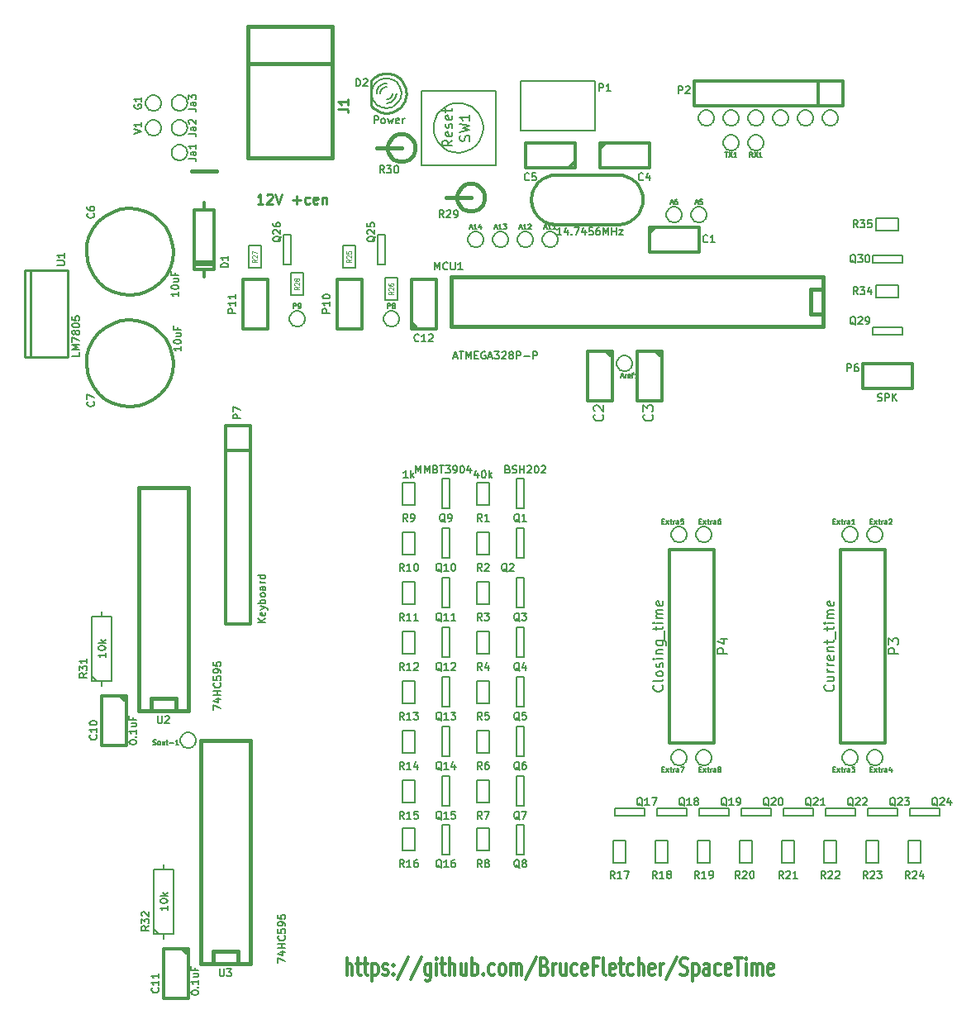
<source format=gto>
G04 (created by PCBNEW-RS274X (2012-01-19 BZR 3256)-stable) date 5/20/2013 9:38:39 PM*
G01*
G70*
G90*
%MOIN*%
G04 Gerber Fmt 3.4, Leading zero omitted, Abs format*
%FSLAX34Y34*%
G04 APERTURE LIST*
%ADD10C,0.006000*%
%ADD11C,0.010000*%
%ADD12C,0.012000*%
%ADD13C,0.015000*%
%ADD14C,0.005000*%
%ADD15C,0.008000*%
%ADD16C,0.012500*%
%ADD17C,0.007500*%
%ADD18C,0.004500*%
G04 APERTURE END LIST*
G54D10*
G54D11*
X46629Y-29062D02*
X46400Y-29062D01*
X46514Y-29062D02*
X46514Y-28662D01*
X46476Y-28719D01*
X46438Y-28757D01*
X46400Y-28776D01*
X46781Y-28700D02*
X46800Y-28681D01*
X46838Y-28662D01*
X46934Y-28662D01*
X46972Y-28681D01*
X46991Y-28700D01*
X47010Y-28738D01*
X47010Y-28776D01*
X46991Y-28833D01*
X46762Y-29062D01*
X47010Y-29062D01*
X47124Y-28662D02*
X47257Y-29062D01*
X47391Y-28662D01*
X47829Y-28910D02*
X48134Y-28910D01*
X47982Y-29062D02*
X47982Y-28757D01*
X48496Y-29043D02*
X48458Y-29062D01*
X48381Y-29062D01*
X48343Y-29043D01*
X48324Y-29024D01*
X48305Y-28986D01*
X48305Y-28871D01*
X48324Y-28833D01*
X48343Y-28814D01*
X48381Y-28795D01*
X48458Y-28795D01*
X48496Y-28814D01*
X48820Y-29043D02*
X48782Y-29062D01*
X48705Y-29062D01*
X48667Y-29043D01*
X48648Y-29005D01*
X48648Y-28852D01*
X48667Y-28814D01*
X48705Y-28795D01*
X48782Y-28795D01*
X48820Y-28814D01*
X48839Y-28852D01*
X48839Y-28890D01*
X48648Y-28929D01*
X49010Y-28795D02*
X49010Y-29062D01*
X49010Y-28833D02*
X49029Y-28814D01*
X49067Y-28795D01*
X49125Y-28795D01*
X49163Y-28814D01*
X49182Y-28852D01*
X49182Y-29062D01*
G54D12*
X50003Y-60183D02*
X50003Y-59483D01*
X50217Y-60183D02*
X50217Y-59817D01*
X50194Y-59750D01*
X50146Y-59717D01*
X50074Y-59717D01*
X50027Y-59750D01*
X50003Y-59783D01*
X50384Y-59717D02*
X50574Y-59717D01*
X50455Y-59483D02*
X50455Y-60083D01*
X50479Y-60150D01*
X50526Y-60183D01*
X50574Y-60183D01*
X50670Y-59717D02*
X50860Y-59717D01*
X50741Y-59483D02*
X50741Y-60083D01*
X50765Y-60150D01*
X50812Y-60183D01*
X50860Y-60183D01*
X51027Y-59717D02*
X51027Y-60417D01*
X51027Y-59750D02*
X51075Y-59717D01*
X51170Y-59717D01*
X51218Y-59750D01*
X51241Y-59783D01*
X51265Y-59850D01*
X51265Y-60050D01*
X51241Y-60117D01*
X51218Y-60150D01*
X51170Y-60183D01*
X51075Y-60183D01*
X51027Y-60150D01*
X51455Y-60150D02*
X51503Y-60183D01*
X51598Y-60183D01*
X51646Y-60150D01*
X51670Y-60083D01*
X51670Y-60050D01*
X51646Y-59983D01*
X51598Y-59950D01*
X51527Y-59950D01*
X51479Y-59917D01*
X51455Y-59850D01*
X51455Y-59817D01*
X51479Y-59750D01*
X51527Y-59717D01*
X51598Y-59717D01*
X51646Y-59750D01*
X51884Y-60117D02*
X51908Y-60150D01*
X51884Y-60183D01*
X51860Y-60150D01*
X51884Y-60117D01*
X51884Y-60183D01*
X51884Y-59750D02*
X51908Y-59783D01*
X51884Y-59817D01*
X51860Y-59783D01*
X51884Y-59750D01*
X51884Y-59817D01*
X52479Y-59450D02*
X52051Y-60350D01*
X53003Y-59450D02*
X52575Y-60350D01*
X53384Y-59717D02*
X53384Y-60283D01*
X53361Y-60350D01*
X53337Y-60383D01*
X53289Y-60417D01*
X53218Y-60417D01*
X53170Y-60383D01*
X53384Y-60150D02*
X53337Y-60183D01*
X53241Y-60183D01*
X53194Y-60150D01*
X53170Y-60117D01*
X53146Y-60050D01*
X53146Y-59850D01*
X53170Y-59783D01*
X53194Y-59750D01*
X53241Y-59717D01*
X53337Y-59717D01*
X53384Y-59750D01*
X53622Y-60183D02*
X53622Y-59717D01*
X53622Y-59483D02*
X53598Y-59517D01*
X53622Y-59550D01*
X53646Y-59517D01*
X53622Y-59483D01*
X53622Y-59550D01*
X53789Y-59717D02*
X53979Y-59717D01*
X53860Y-59483D02*
X53860Y-60083D01*
X53884Y-60150D01*
X53931Y-60183D01*
X53979Y-60183D01*
X54146Y-60183D02*
X54146Y-59483D01*
X54360Y-60183D02*
X54360Y-59817D01*
X54337Y-59750D01*
X54289Y-59717D01*
X54217Y-59717D01*
X54170Y-59750D01*
X54146Y-59783D01*
X54812Y-59717D02*
X54812Y-60183D01*
X54598Y-59717D02*
X54598Y-60083D01*
X54622Y-60150D01*
X54669Y-60183D01*
X54741Y-60183D01*
X54789Y-60150D01*
X54812Y-60117D01*
X55050Y-60183D02*
X55050Y-59483D01*
X55050Y-59750D02*
X55098Y-59717D01*
X55193Y-59717D01*
X55241Y-59750D01*
X55264Y-59783D01*
X55288Y-59850D01*
X55288Y-60050D01*
X55264Y-60117D01*
X55241Y-60150D01*
X55193Y-60183D01*
X55098Y-60183D01*
X55050Y-60150D01*
X55502Y-60117D02*
X55526Y-60150D01*
X55502Y-60183D01*
X55478Y-60150D01*
X55502Y-60117D01*
X55502Y-60183D01*
X55954Y-60150D02*
X55907Y-60183D01*
X55811Y-60183D01*
X55764Y-60150D01*
X55740Y-60117D01*
X55716Y-60050D01*
X55716Y-59850D01*
X55740Y-59783D01*
X55764Y-59750D01*
X55811Y-59717D01*
X55907Y-59717D01*
X55954Y-59750D01*
X56240Y-60183D02*
X56193Y-60150D01*
X56169Y-60117D01*
X56145Y-60050D01*
X56145Y-59850D01*
X56169Y-59783D01*
X56193Y-59750D01*
X56240Y-59717D01*
X56312Y-59717D01*
X56360Y-59750D01*
X56383Y-59783D01*
X56407Y-59850D01*
X56407Y-60050D01*
X56383Y-60117D01*
X56360Y-60150D01*
X56312Y-60183D01*
X56240Y-60183D01*
X56621Y-60183D02*
X56621Y-59717D01*
X56621Y-59783D02*
X56645Y-59750D01*
X56692Y-59717D01*
X56764Y-59717D01*
X56812Y-59750D01*
X56835Y-59817D01*
X56835Y-60183D01*
X56835Y-59817D02*
X56859Y-59750D01*
X56907Y-59717D01*
X56978Y-59717D01*
X57026Y-59750D01*
X57050Y-59817D01*
X57050Y-60183D01*
X57645Y-59450D02*
X57217Y-60350D01*
X57979Y-59817D02*
X58050Y-59850D01*
X58074Y-59883D01*
X58098Y-59950D01*
X58098Y-60050D01*
X58074Y-60117D01*
X58050Y-60150D01*
X58003Y-60183D01*
X57812Y-60183D01*
X57812Y-59483D01*
X57979Y-59483D01*
X58026Y-59517D01*
X58050Y-59550D01*
X58074Y-59617D01*
X58074Y-59683D01*
X58050Y-59750D01*
X58026Y-59783D01*
X57979Y-59817D01*
X57812Y-59817D01*
X58312Y-60183D02*
X58312Y-59717D01*
X58312Y-59850D02*
X58336Y-59783D01*
X58360Y-59750D01*
X58407Y-59717D01*
X58455Y-59717D01*
X58836Y-59717D02*
X58836Y-60183D01*
X58622Y-59717D02*
X58622Y-60083D01*
X58646Y-60150D01*
X58693Y-60183D01*
X58765Y-60183D01*
X58813Y-60150D01*
X58836Y-60117D01*
X59288Y-60150D02*
X59241Y-60183D01*
X59145Y-60183D01*
X59098Y-60150D01*
X59074Y-60117D01*
X59050Y-60050D01*
X59050Y-59850D01*
X59074Y-59783D01*
X59098Y-59750D01*
X59145Y-59717D01*
X59241Y-59717D01*
X59288Y-59750D01*
X59694Y-60150D02*
X59646Y-60183D01*
X59551Y-60183D01*
X59503Y-60150D01*
X59479Y-60083D01*
X59479Y-59817D01*
X59503Y-59750D01*
X59551Y-59717D01*
X59646Y-59717D01*
X59694Y-59750D01*
X59717Y-59817D01*
X59717Y-59883D01*
X59479Y-59950D01*
X60099Y-59817D02*
X59932Y-59817D01*
X59932Y-60183D02*
X59932Y-59483D01*
X60170Y-59483D01*
X60432Y-60183D02*
X60385Y-60150D01*
X60361Y-60083D01*
X60361Y-59483D01*
X60814Y-60150D02*
X60766Y-60183D01*
X60671Y-60183D01*
X60623Y-60150D01*
X60599Y-60083D01*
X60599Y-59817D01*
X60623Y-59750D01*
X60671Y-59717D01*
X60766Y-59717D01*
X60814Y-59750D01*
X60837Y-59817D01*
X60837Y-59883D01*
X60599Y-59950D01*
X60981Y-59717D02*
X61171Y-59717D01*
X61052Y-59483D02*
X61052Y-60083D01*
X61076Y-60150D01*
X61123Y-60183D01*
X61171Y-60183D01*
X61552Y-60150D02*
X61505Y-60183D01*
X61409Y-60183D01*
X61362Y-60150D01*
X61338Y-60117D01*
X61314Y-60050D01*
X61314Y-59850D01*
X61338Y-59783D01*
X61362Y-59750D01*
X61409Y-59717D01*
X61505Y-59717D01*
X61552Y-59750D01*
X61767Y-60183D02*
X61767Y-59483D01*
X61981Y-60183D02*
X61981Y-59817D01*
X61958Y-59750D01*
X61910Y-59717D01*
X61838Y-59717D01*
X61791Y-59750D01*
X61767Y-59783D01*
X62410Y-60150D02*
X62362Y-60183D01*
X62267Y-60183D01*
X62219Y-60150D01*
X62195Y-60083D01*
X62195Y-59817D01*
X62219Y-59750D01*
X62267Y-59717D01*
X62362Y-59717D01*
X62410Y-59750D01*
X62433Y-59817D01*
X62433Y-59883D01*
X62195Y-59950D01*
X62648Y-60183D02*
X62648Y-59717D01*
X62648Y-59850D02*
X62672Y-59783D01*
X62696Y-59750D01*
X62743Y-59717D01*
X62791Y-59717D01*
X63315Y-59450D02*
X62887Y-60350D01*
X63458Y-60150D02*
X63530Y-60183D01*
X63649Y-60183D01*
X63696Y-60150D01*
X63720Y-60117D01*
X63744Y-60050D01*
X63744Y-59983D01*
X63720Y-59917D01*
X63696Y-59883D01*
X63649Y-59850D01*
X63553Y-59817D01*
X63506Y-59783D01*
X63482Y-59750D01*
X63458Y-59683D01*
X63458Y-59617D01*
X63482Y-59550D01*
X63506Y-59517D01*
X63553Y-59483D01*
X63673Y-59483D01*
X63744Y-59517D01*
X63958Y-59717D02*
X63958Y-60417D01*
X63958Y-59750D02*
X64006Y-59717D01*
X64101Y-59717D01*
X64149Y-59750D01*
X64172Y-59783D01*
X64196Y-59850D01*
X64196Y-60050D01*
X64172Y-60117D01*
X64149Y-60150D01*
X64101Y-60183D01*
X64006Y-60183D01*
X63958Y-60150D01*
X64624Y-60183D02*
X64624Y-59817D01*
X64601Y-59750D01*
X64553Y-59717D01*
X64458Y-59717D01*
X64410Y-59750D01*
X64624Y-60150D02*
X64577Y-60183D01*
X64458Y-60183D01*
X64410Y-60150D01*
X64386Y-60083D01*
X64386Y-60017D01*
X64410Y-59950D01*
X64458Y-59917D01*
X64577Y-59917D01*
X64624Y-59883D01*
X65076Y-60150D02*
X65029Y-60183D01*
X64933Y-60183D01*
X64886Y-60150D01*
X64862Y-60117D01*
X64838Y-60050D01*
X64838Y-59850D01*
X64862Y-59783D01*
X64886Y-59750D01*
X64933Y-59717D01*
X65029Y-59717D01*
X65076Y-59750D01*
X65482Y-60150D02*
X65434Y-60183D01*
X65339Y-60183D01*
X65291Y-60150D01*
X65267Y-60083D01*
X65267Y-59817D01*
X65291Y-59750D01*
X65339Y-59717D01*
X65434Y-59717D01*
X65482Y-59750D01*
X65505Y-59817D01*
X65505Y-59883D01*
X65267Y-59950D01*
X65649Y-59483D02*
X65934Y-59483D01*
X65791Y-60183D02*
X65791Y-59483D01*
X66101Y-60183D02*
X66101Y-59717D01*
X66101Y-59483D02*
X66077Y-59517D01*
X66101Y-59550D01*
X66125Y-59517D01*
X66101Y-59483D01*
X66101Y-59550D01*
X66339Y-60183D02*
X66339Y-59717D01*
X66339Y-59783D02*
X66363Y-59750D01*
X66410Y-59717D01*
X66482Y-59717D01*
X66530Y-59750D01*
X66553Y-59817D01*
X66553Y-60183D01*
X66553Y-59817D02*
X66577Y-59750D01*
X66625Y-59717D01*
X66696Y-59717D01*
X66744Y-59750D01*
X66768Y-59817D01*
X66768Y-60183D01*
X67197Y-60150D02*
X67149Y-60183D01*
X67054Y-60183D01*
X67006Y-60150D01*
X66982Y-60083D01*
X66982Y-59817D01*
X67006Y-59750D01*
X67054Y-59717D01*
X67149Y-59717D01*
X67197Y-59750D01*
X67220Y-59817D01*
X67220Y-59883D01*
X66982Y-59950D01*
G54D13*
X43750Y-27750D02*
X44750Y-27750D01*
G54D14*
X55500Y-26000D02*
X55480Y-26194D01*
X55424Y-26381D01*
X55332Y-26553D01*
X55209Y-26704D01*
X55059Y-26829D01*
X54887Y-26921D01*
X54701Y-26979D01*
X54506Y-26999D01*
X54313Y-26982D01*
X54126Y-26927D01*
X53953Y-26836D01*
X53801Y-26714D01*
X53675Y-26564D01*
X53581Y-26393D01*
X53522Y-26207D01*
X53501Y-26013D01*
X53517Y-25820D01*
X53571Y-25632D01*
X53660Y-25459D01*
X53781Y-25306D01*
X53930Y-25179D01*
X54100Y-25084D01*
X54286Y-25024D01*
X54480Y-25001D01*
X54673Y-25016D01*
X54861Y-25068D01*
X55035Y-25156D01*
X55189Y-25276D01*
X55317Y-25424D01*
X55413Y-25594D01*
X55475Y-25779D01*
X55499Y-25973D01*
X55500Y-26000D01*
X56000Y-24500D02*
X56000Y-27500D01*
X56000Y-27500D02*
X53000Y-27500D01*
X53000Y-27500D02*
X53000Y-24500D01*
X56000Y-24500D02*
X53000Y-24500D01*
X56850Y-45350D02*
X56850Y-44150D01*
X56850Y-44150D02*
X57150Y-44150D01*
X57150Y-44150D02*
X57150Y-45350D01*
X57150Y-45350D02*
X56850Y-45350D01*
X56850Y-47350D02*
X56850Y-46150D01*
X56850Y-46150D02*
X57150Y-46150D01*
X57150Y-46150D02*
X57150Y-47350D01*
X57150Y-47350D02*
X56850Y-47350D01*
X56850Y-41350D02*
X56850Y-40150D01*
X56850Y-40150D02*
X57150Y-40150D01*
X57150Y-40150D02*
X57150Y-41350D01*
X57150Y-41350D02*
X56850Y-41350D01*
X56850Y-43350D02*
X56850Y-42150D01*
X56850Y-42150D02*
X57150Y-42150D01*
X57150Y-42150D02*
X57150Y-43350D01*
X57150Y-43350D02*
X56850Y-43350D01*
X56850Y-49350D02*
X56850Y-48150D01*
X56850Y-48150D02*
X57150Y-48150D01*
X57150Y-48150D02*
X57150Y-49350D01*
X57150Y-49350D02*
X56850Y-49350D01*
X71200Y-34050D02*
X72400Y-34050D01*
X72400Y-34050D02*
X72400Y-34350D01*
X72400Y-34350D02*
X71200Y-34350D01*
X71200Y-34350D02*
X71200Y-34050D01*
X56850Y-51350D02*
X56850Y-50150D01*
X56850Y-50150D02*
X57150Y-50150D01*
X57150Y-50150D02*
X57150Y-51350D01*
X57150Y-51350D02*
X56850Y-51350D01*
X56850Y-53350D02*
X56850Y-52150D01*
X56850Y-52150D02*
X57150Y-52150D01*
X57150Y-52150D02*
X57150Y-53350D01*
X57150Y-53350D02*
X56850Y-53350D01*
X56850Y-55300D02*
X56850Y-54100D01*
X56850Y-54100D02*
X57150Y-54100D01*
X57150Y-54100D02*
X57150Y-55300D01*
X57150Y-55300D02*
X56850Y-55300D01*
X54150Y-50150D02*
X54150Y-51350D01*
X54150Y-51350D02*
X53850Y-51350D01*
X53850Y-51350D02*
X53850Y-50150D01*
X53850Y-50150D02*
X54150Y-50150D01*
X60800Y-53450D02*
X62000Y-53450D01*
X62000Y-53450D02*
X62000Y-53750D01*
X62000Y-53750D02*
X60800Y-53750D01*
X60800Y-53750D02*
X60800Y-53450D01*
X54150Y-48150D02*
X54150Y-49350D01*
X54150Y-49350D02*
X53850Y-49350D01*
X53850Y-49350D02*
X53850Y-48150D01*
X53850Y-48150D02*
X54150Y-48150D01*
X54150Y-46150D02*
X54150Y-47350D01*
X54150Y-47350D02*
X53850Y-47350D01*
X53850Y-47350D02*
X53850Y-46150D01*
X53850Y-46150D02*
X54150Y-46150D01*
X54150Y-44150D02*
X54150Y-45350D01*
X54150Y-45350D02*
X53850Y-45350D01*
X53850Y-45350D02*
X53850Y-44150D01*
X53850Y-44150D02*
X54150Y-44150D01*
X54150Y-42150D02*
X54150Y-43350D01*
X54150Y-43350D02*
X53850Y-43350D01*
X53850Y-43350D02*
X53850Y-42150D01*
X53850Y-42150D02*
X54150Y-42150D01*
X54150Y-40150D02*
X54150Y-41350D01*
X54150Y-41350D02*
X53850Y-41350D01*
X53850Y-41350D02*
X53850Y-40150D01*
X53850Y-40150D02*
X54150Y-40150D01*
X54150Y-52150D02*
X54150Y-53350D01*
X54150Y-53350D02*
X53850Y-53350D01*
X53850Y-53350D02*
X53850Y-52150D01*
X53850Y-52150D02*
X54150Y-52150D01*
X54150Y-54100D02*
X54150Y-55300D01*
X54150Y-55300D02*
X53850Y-55300D01*
X53850Y-55300D02*
X53850Y-54100D01*
X53850Y-54100D02*
X54150Y-54100D01*
X62500Y-53450D02*
X63700Y-53450D01*
X63700Y-53450D02*
X63700Y-53750D01*
X63700Y-53750D02*
X62500Y-53750D01*
X62500Y-53750D02*
X62500Y-53450D01*
X64200Y-53450D02*
X65400Y-53450D01*
X65400Y-53450D02*
X65400Y-53750D01*
X65400Y-53750D02*
X64200Y-53750D01*
X64200Y-53750D02*
X64200Y-53450D01*
X65900Y-53450D02*
X67100Y-53450D01*
X67100Y-53450D02*
X67100Y-53750D01*
X67100Y-53750D02*
X65900Y-53750D01*
X65900Y-53750D02*
X65900Y-53450D01*
X67600Y-53450D02*
X68800Y-53450D01*
X68800Y-53450D02*
X68800Y-53750D01*
X68800Y-53750D02*
X67600Y-53750D01*
X67600Y-53750D02*
X67600Y-53450D01*
X69300Y-53450D02*
X70500Y-53450D01*
X70500Y-53450D02*
X70500Y-53750D01*
X70500Y-53750D02*
X69300Y-53750D01*
X69300Y-53750D02*
X69300Y-53450D01*
X71000Y-53450D02*
X72200Y-53450D01*
X72200Y-53450D02*
X72200Y-53750D01*
X72200Y-53750D02*
X71000Y-53750D01*
X71000Y-53750D02*
X71000Y-53450D01*
X72700Y-53450D02*
X73900Y-53450D01*
X73900Y-53450D02*
X73900Y-53750D01*
X73900Y-53750D02*
X72700Y-53750D01*
X72700Y-53750D02*
X72700Y-53450D01*
X72400Y-31450D02*
X71200Y-31450D01*
X71200Y-31450D02*
X71200Y-31150D01*
X71200Y-31150D02*
X72400Y-31150D01*
X72400Y-31150D02*
X72400Y-31450D01*
X55250Y-51200D02*
X55250Y-50300D01*
X55250Y-50300D02*
X55750Y-50300D01*
X55750Y-50300D02*
X55750Y-51200D01*
X55750Y-51200D02*
X55250Y-51200D01*
X55250Y-49200D02*
X55250Y-48300D01*
X55250Y-48300D02*
X55750Y-48300D01*
X55750Y-48300D02*
X55750Y-49200D01*
X55750Y-49200D02*
X55250Y-49200D01*
X55250Y-53200D02*
X55250Y-52300D01*
X55250Y-52300D02*
X55750Y-52300D01*
X55750Y-52300D02*
X55750Y-53200D01*
X55750Y-53200D02*
X55250Y-53200D01*
X55250Y-41200D02*
X55250Y-40300D01*
X55250Y-40300D02*
X55750Y-40300D01*
X55750Y-40300D02*
X55750Y-41200D01*
X55750Y-41200D02*
X55250Y-41200D01*
X55250Y-43200D02*
X55250Y-42300D01*
X55250Y-42300D02*
X55750Y-42300D01*
X55750Y-42300D02*
X55750Y-43200D01*
X55750Y-43200D02*
X55250Y-43200D01*
X55250Y-45200D02*
X55250Y-44300D01*
X55250Y-44300D02*
X55750Y-44300D01*
X55750Y-44300D02*
X55750Y-45200D01*
X55750Y-45200D02*
X55250Y-45200D01*
X55250Y-47200D02*
X55250Y-46300D01*
X55250Y-46300D02*
X55750Y-46300D01*
X55750Y-46300D02*
X55750Y-47200D01*
X55750Y-47200D02*
X55250Y-47200D01*
X55250Y-55150D02*
X55250Y-54250D01*
X55250Y-54250D02*
X55750Y-54250D01*
X55750Y-54250D02*
X55750Y-55150D01*
X55750Y-55150D02*
X55250Y-55150D01*
X72250Y-30150D02*
X71350Y-30150D01*
X71350Y-30150D02*
X71350Y-29650D01*
X71350Y-29650D02*
X72250Y-29650D01*
X72250Y-29650D02*
X72250Y-30150D01*
X71350Y-32350D02*
X72250Y-32350D01*
X72250Y-32350D02*
X72250Y-32850D01*
X72250Y-32850D02*
X71350Y-32850D01*
X71350Y-32850D02*
X71350Y-32350D01*
X73150Y-54750D02*
X73150Y-55650D01*
X73150Y-55650D02*
X72650Y-55650D01*
X72650Y-55650D02*
X72650Y-54750D01*
X72650Y-54750D02*
X73150Y-54750D01*
X71450Y-54750D02*
X71450Y-55650D01*
X71450Y-55650D02*
X70950Y-55650D01*
X70950Y-55650D02*
X70950Y-54750D01*
X70950Y-54750D02*
X71450Y-54750D01*
X69750Y-54750D02*
X69750Y-55650D01*
X69750Y-55650D02*
X69250Y-55650D01*
X69250Y-55650D02*
X69250Y-54750D01*
X69250Y-54750D02*
X69750Y-54750D01*
X68050Y-54750D02*
X68050Y-55650D01*
X68050Y-55650D02*
X67550Y-55650D01*
X67550Y-55650D02*
X67550Y-54750D01*
X67550Y-54750D02*
X68050Y-54750D01*
X66350Y-54750D02*
X66350Y-55650D01*
X66350Y-55650D02*
X65850Y-55650D01*
X65850Y-55650D02*
X65850Y-54750D01*
X65850Y-54750D02*
X66350Y-54750D01*
X64650Y-54750D02*
X64650Y-55650D01*
X64650Y-55650D02*
X64150Y-55650D01*
X64150Y-55650D02*
X64150Y-54750D01*
X64150Y-54750D02*
X64650Y-54750D01*
X62950Y-54750D02*
X62950Y-55650D01*
X62950Y-55650D02*
X62450Y-55650D01*
X62450Y-55650D02*
X62450Y-54750D01*
X62450Y-54750D02*
X62950Y-54750D01*
X61250Y-54750D02*
X61250Y-55650D01*
X61250Y-55650D02*
X60750Y-55650D01*
X60750Y-55650D02*
X60750Y-54750D01*
X60750Y-54750D02*
X61250Y-54750D01*
X52750Y-54250D02*
X52750Y-55150D01*
X52750Y-55150D02*
X52250Y-55150D01*
X52250Y-55150D02*
X52250Y-54250D01*
X52250Y-54250D02*
X52750Y-54250D01*
X52750Y-50300D02*
X52750Y-51200D01*
X52750Y-51200D02*
X52250Y-51200D01*
X52250Y-51200D02*
X52250Y-50300D01*
X52250Y-50300D02*
X52750Y-50300D01*
X52750Y-48300D02*
X52750Y-49200D01*
X52750Y-49200D02*
X52250Y-49200D01*
X52250Y-49200D02*
X52250Y-48300D01*
X52250Y-48300D02*
X52750Y-48300D01*
X52750Y-46300D02*
X52750Y-47200D01*
X52750Y-47200D02*
X52250Y-47200D01*
X52250Y-47200D02*
X52250Y-46300D01*
X52250Y-46300D02*
X52750Y-46300D01*
X52750Y-44300D02*
X52750Y-45200D01*
X52750Y-45200D02*
X52250Y-45200D01*
X52250Y-45200D02*
X52250Y-44300D01*
X52250Y-44300D02*
X52750Y-44300D01*
X52750Y-42300D02*
X52750Y-43200D01*
X52750Y-43200D02*
X52250Y-43200D01*
X52250Y-43200D02*
X52250Y-42300D01*
X52250Y-42300D02*
X52750Y-42300D01*
X52750Y-40300D02*
X52750Y-41200D01*
X52750Y-41200D02*
X52250Y-41200D01*
X52250Y-41200D02*
X52250Y-40300D01*
X52250Y-40300D02*
X52750Y-40300D01*
X52750Y-52300D02*
X52750Y-53200D01*
X52750Y-53200D02*
X52250Y-53200D01*
X52250Y-53200D02*
X52250Y-52300D01*
X52250Y-52300D02*
X52750Y-52300D01*
G54D12*
X46100Y-38000D02*
X46100Y-46000D01*
X46100Y-46000D02*
X45100Y-46000D01*
X45100Y-46000D02*
X45100Y-38000D01*
X45100Y-38000D02*
X46100Y-38000D01*
X45100Y-39000D02*
X46100Y-39000D01*
X70000Y-24100D02*
X70000Y-25100D01*
X70000Y-25100D02*
X64000Y-25100D01*
X64000Y-25100D02*
X64000Y-24100D01*
X64000Y-24100D02*
X70000Y-24100D01*
X69000Y-24100D02*
X69000Y-25100D01*
X70800Y-36500D02*
X70800Y-35500D01*
X70800Y-35500D02*
X72800Y-35500D01*
X72800Y-35500D02*
X72800Y-36500D01*
X72800Y-36500D02*
X70800Y-36500D01*
G54D15*
X42600Y-58700D02*
X42600Y-58500D01*
X42600Y-55700D02*
X42600Y-55900D01*
X42600Y-55900D02*
X42200Y-55900D01*
X42200Y-55900D02*
X42200Y-58500D01*
X42200Y-58500D02*
X43000Y-58500D01*
X43000Y-58500D02*
X43000Y-55900D01*
X43000Y-55900D02*
X42600Y-55900D01*
X42400Y-58500D02*
X42200Y-58300D01*
X40100Y-48500D02*
X40100Y-48300D01*
X40100Y-45500D02*
X40100Y-45700D01*
X40100Y-45700D02*
X39700Y-45700D01*
X39700Y-45700D02*
X39700Y-48300D01*
X39700Y-48300D02*
X40500Y-48300D01*
X40500Y-48300D02*
X40500Y-45700D01*
X40500Y-45700D02*
X40100Y-45700D01*
X39900Y-48300D02*
X39700Y-48100D01*
G54D13*
X52200Y-26800D02*
X51200Y-26800D01*
X52759Y-26800D02*
X52748Y-26908D01*
X52716Y-27013D01*
X52665Y-27109D01*
X52596Y-27193D01*
X52512Y-27263D01*
X52416Y-27315D01*
X52312Y-27347D01*
X52203Y-27358D01*
X52096Y-27349D01*
X51991Y-27318D01*
X51894Y-27267D01*
X51809Y-27199D01*
X51739Y-27115D01*
X51687Y-27020D01*
X51654Y-26916D01*
X51642Y-26807D01*
X51651Y-26700D01*
X51681Y-26595D01*
X51731Y-26498D01*
X51798Y-26412D01*
X51881Y-26341D01*
X51977Y-26288D01*
X52080Y-26255D01*
X52189Y-26242D01*
X52297Y-26250D01*
X52402Y-26279D01*
X52499Y-26329D01*
X52585Y-26396D01*
X52656Y-26478D01*
X52710Y-26573D01*
X52745Y-26677D01*
X52758Y-26785D01*
X52759Y-26800D01*
X55000Y-28800D02*
X54000Y-28800D01*
X55559Y-28800D02*
X55548Y-28908D01*
X55516Y-29013D01*
X55465Y-29109D01*
X55396Y-29193D01*
X55312Y-29263D01*
X55216Y-29315D01*
X55112Y-29347D01*
X55003Y-29358D01*
X54896Y-29349D01*
X54791Y-29318D01*
X54694Y-29267D01*
X54609Y-29199D01*
X54539Y-29115D01*
X54487Y-29020D01*
X54454Y-28916D01*
X54442Y-28807D01*
X54451Y-28700D01*
X54481Y-28595D01*
X54531Y-28498D01*
X54598Y-28412D01*
X54681Y-28341D01*
X54777Y-28288D01*
X54880Y-28255D01*
X54989Y-28242D01*
X55097Y-28250D01*
X55202Y-28279D01*
X55299Y-28329D01*
X55385Y-28396D01*
X55456Y-28478D01*
X55510Y-28573D01*
X55545Y-28677D01*
X55558Y-28785D01*
X55559Y-28800D01*
G54D14*
X63516Y-29500D02*
X63509Y-29561D01*
X63492Y-29620D01*
X63463Y-29674D01*
X63424Y-29722D01*
X63376Y-29761D01*
X63322Y-29791D01*
X63263Y-29809D01*
X63202Y-29815D01*
X63141Y-29810D01*
X63082Y-29792D01*
X63027Y-29764D01*
X62979Y-29725D01*
X62940Y-29678D01*
X62910Y-29624D01*
X62891Y-29565D01*
X62885Y-29504D01*
X62890Y-29443D01*
X62907Y-29384D01*
X62935Y-29329D01*
X62973Y-29281D01*
X63020Y-29241D01*
X63074Y-29211D01*
X63133Y-29192D01*
X63194Y-29185D01*
X63254Y-29189D01*
X63314Y-29206D01*
X63369Y-29234D01*
X63417Y-29272D01*
X63458Y-29318D01*
X63488Y-29372D01*
X63508Y-29430D01*
X63515Y-29492D01*
X63516Y-29500D01*
X66816Y-26600D02*
X66809Y-26661D01*
X66792Y-26720D01*
X66763Y-26774D01*
X66724Y-26822D01*
X66676Y-26861D01*
X66622Y-26891D01*
X66563Y-26909D01*
X66502Y-26915D01*
X66441Y-26910D01*
X66382Y-26892D01*
X66327Y-26864D01*
X66279Y-26825D01*
X66240Y-26778D01*
X66210Y-26724D01*
X66191Y-26665D01*
X66185Y-26604D01*
X66190Y-26543D01*
X66207Y-26484D01*
X66235Y-26429D01*
X66273Y-26381D01*
X66320Y-26341D01*
X66374Y-26311D01*
X66433Y-26292D01*
X66494Y-26285D01*
X66554Y-26289D01*
X66614Y-26306D01*
X66669Y-26334D01*
X66717Y-26372D01*
X66758Y-26418D01*
X66788Y-26472D01*
X66808Y-26530D01*
X66815Y-26592D01*
X66816Y-26600D01*
X69816Y-25600D02*
X69809Y-25661D01*
X69792Y-25720D01*
X69763Y-25774D01*
X69724Y-25822D01*
X69676Y-25861D01*
X69622Y-25891D01*
X69563Y-25909D01*
X69502Y-25915D01*
X69441Y-25910D01*
X69382Y-25892D01*
X69327Y-25864D01*
X69279Y-25825D01*
X69240Y-25778D01*
X69210Y-25724D01*
X69191Y-25665D01*
X69185Y-25604D01*
X69190Y-25543D01*
X69207Y-25484D01*
X69235Y-25429D01*
X69273Y-25381D01*
X69320Y-25341D01*
X69374Y-25311D01*
X69433Y-25292D01*
X69494Y-25285D01*
X69554Y-25289D01*
X69614Y-25306D01*
X69669Y-25334D01*
X69717Y-25372D01*
X69758Y-25418D01*
X69788Y-25472D01*
X69808Y-25530D01*
X69815Y-25592D01*
X69816Y-25600D01*
X68816Y-25600D02*
X68809Y-25661D01*
X68792Y-25720D01*
X68763Y-25774D01*
X68724Y-25822D01*
X68676Y-25861D01*
X68622Y-25891D01*
X68563Y-25909D01*
X68502Y-25915D01*
X68441Y-25910D01*
X68382Y-25892D01*
X68327Y-25864D01*
X68279Y-25825D01*
X68240Y-25778D01*
X68210Y-25724D01*
X68191Y-25665D01*
X68185Y-25604D01*
X68190Y-25543D01*
X68207Y-25484D01*
X68235Y-25429D01*
X68273Y-25381D01*
X68320Y-25341D01*
X68374Y-25311D01*
X68433Y-25292D01*
X68494Y-25285D01*
X68554Y-25289D01*
X68614Y-25306D01*
X68669Y-25334D01*
X68717Y-25372D01*
X68758Y-25418D01*
X68788Y-25472D01*
X68808Y-25530D01*
X68815Y-25592D01*
X68816Y-25600D01*
X67816Y-25600D02*
X67809Y-25661D01*
X67792Y-25720D01*
X67763Y-25774D01*
X67724Y-25822D01*
X67676Y-25861D01*
X67622Y-25891D01*
X67563Y-25909D01*
X67502Y-25915D01*
X67441Y-25910D01*
X67382Y-25892D01*
X67327Y-25864D01*
X67279Y-25825D01*
X67240Y-25778D01*
X67210Y-25724D01*
X67191Y-25665D01*
X67185Y-25604D01*
X67190Y-25543D01*
X67207Y-25484D01*
X67235Y-25429D01*
X67273Y-25381D01*
X67320Y-25341D01*
X67374Y-25311D01*
X67433Y-25292D01*
X67494Y-25285D01*
X67554Y-25289D01*
X67614Y-25306D01*
X67669Y-25334D01*
X67717Y-25372D01*
X67758Y-25418D01*
X67788Y-25472D01*
X67808Y-25530D01*
X67815Y-25592D01*
X67816Y-25600D01*
X66816Y-25600D02*
X66809Y-25661D01*
X66792Y-25720D01*
X66763Y-25774D01*
X66724Y-25822D01*
X66676Y-25861D01*
X66622Y-25891D01*
X66563Y-25909D01*
X66502Y-25915D01*
X66441Y-25910D01*
X66382Y-25892D01*
X66327Y-25864D01*
X66279Y-25825D01*
X66240Y-25778D01*
X66210Y-25724D01*
X66191Y-25665D01*
X66185Y-25604D01*
X66190Y-25543D01*
X66207Y-25484D01*
X66235Y-25429D01*
X66273Y-25381D01*
X66320Y-25341D01*
X66374Y-25311D01*
X66433Y-25292D01*
X66494Y-25285D01*
X66554Y-25289D01*
X66614Y-25306D01*
X66669Y-25334D01*
X66717Y-25372D01*
X66758Y-25418D01*
X66788Y-25472D01*
X66808Y-25530D01*
X66815Y-25592D01*
X66816Y-25600D01*
X65816Y-25600D02*
X65809Y-25661D01*
X65792Y-25720D01*
X65763Y-25774D01*
X65724Y-25822D01*
X65676Y-25861D01*
X65622Y-25891D01*
X65563Y-25909D01*
X65502Y-25915D01*
X65441Y-25910D01*
X65382Y-25892D01*
X65327Y-25864D01*
X65279Y-25825D01*
X65240Y-25778D01*
X65210Y-25724D01*
X65191Y-25665D01*
X65185Y-25604D01*
X65190Y-25543D01*
X65207Y-25484D01*
X65235Y-25429D01*
X65273Y-25381D01*
X65320Y-25341D01*
X65374Y-25311D01*
X65433Y-25292D01*
X65494Y-25285D01*
X65554Y-25289D01*
X65614Y-25306D01*
X65669Y-25334D01*
X65717Y-25372D01*
X65758Y-25418D01*
X65788Y-25472D01*
X65808Y-25530D01*
X65815Y-25592D01*
X65816Y-25600D01*
X64816Y-25600D02*
X64809Y-25661D01*
X64792Y-25720D01*
X64763Y-25774D01*
X64724Y-25822D01*
X64676Y-25861D01*
X64622Y-25891D01*
X64563Y-25909D01*
X64502Y-25915D01*
X64441Y-25910D01*
X64382Y-25892D01*
X64327Y-25864D01*
X64279Y-25825D01*
X64240Y-25778D01*
X64210Y-25724D01*
X64191Y-25665D01*
X64185Y-25604D01*
X64190Y-25543D01*
X64207Y-25484D01*
X64235Y-25429D01*
X64273Y-25381D01*
X64320Y-25341D01*
X64374Y-25311D01*
X64433Y-25292D01*
X64494Y-25285D01*
X64554Y-25289D01*
X64614Y-25306D01*
X64669Y-25334D01*
X64717Y-25372D01*
X64758Y-25418D01*
X64788Y-25472D01*
X64808Y-25530D01*
X64815Y-25592D01*
X64816Y-25600D01*
X43916Y-50700D02*
X43909Y-50761D01*
X43892Y-50820D01*
X43863Y-50874D01*
X43824Y-50922D01*
X43776Y-50961D01*
X43722Y-50991D01*
X43663Y-51009D01*
X43602Y-51015D01*
X43541Y-51010D01*
X43482Y-50992D01*
X43427Y-50964D01*
X43379Y-50925D01*
X43340Y-50878D01*
X43310Y-50824D01*
X43291Y-50765D01*
X43285Y-50704D01*
X43290Y-50643D01*
X43307Y-50584D01*
X43335Y-50529D01*
X43373Y-50481D01*
X43420Y-50441D01*
X43474Y-50411D01*
X43533Y-50392D01*
X43594Y-50385D01*
X43654Y-50389D01*
X43714Y-50406D01*
X43769Y-50434D01*
X43817Y-50472D01*
X43858Y-50518D01*
X43888Y-50572D01*
X43908Y-50630D01*
X43915Y-50692D01*
X43916Y-50700D01*
X65816Y-26600D02*
X65809Y-26661D01*
X65792Y-26720D01*
X65763Y-26774D01*
X65724Y-26822D01*
X65676Y-26861D01*
X65622Y-26891D01*
X65563Y-26909D01*
X65502Y-26915D01*
X65441Y-26910D01*
X65382Y-26892D01*
X65327Y-26864D01*
X65279Y-26825D01*
X65240Y-26778D01*
X65210Y-26724D01*
X65191Y-26665D01*
X65185Y-26604D01*
X65190Y-26543D01*
X65207Y-26484D01*
X65235Y-26429D01*
X65273Y-26381D01*
X65320Y-26341D01*
X65374Y-26311D01*
X65433Y-26292D01*
X65494Y-26285D01*
X65554Y-26289D01*
X65614Y-26306D01*
X65669Y-26334D01*
X65717Y-26372D01*
X65758Y-26418D01*
X65788Y-26472D01*
X65808Y-26530D01*
X65815Y-26592D01*
X65816Y-26600D01*
X43566Y-26000D02*
X43559Y-26061D01*
X43542Y-26120D01*
X43513Y-26174D01*
X43474Y-26222D01*
X43426Y-26261D01*
X43372Y-26291D01*
X43313Y-26309D01*
X43252Y-26315D01*
X43191Y-26310D01*
X43132Y-26292D01*
X43077Y-26264D01*
X43029Y-26225D01*
X42990Y-26178D01*
X42960Y-26124D01*
X42941Y-26065D01*
X42935Y-26004D01*
X42940Y-25943D01*
X42957Y-25884D01*
X42985Y-25829D01*
X43023Y-25781D01*
X43070Y-25741D01*
X43124Y-25711D01*
X43183Y-25692D01*
X43244Y-25685D01*
X43304Y-25689D01*
X43364Y-25706D01*
X43419Y-25734D01*
X43467Y-25772D01*
X43508Y-25818D01*
X43538Y-25872D01*
X43558Y-25930D01*
X43565Y-25992D01*
X43566Y-26000D01*
X71616Y-51400D02*
X71609Y-51461D01*
X71592Y-51520D01*
X71563Y-51574D01*
X71524Y-51622D01*
X71476Y-51661D01*
X71422Y-51691D01*
X71363Y-51709D01*
X71302Y-51715D01*
X71241Y-51710D01*
X71182Y-51692D01*
X71127Y-51664D01*
X71079Y-51625D01*
X71040Y-51578D01*
X71010Y-51524D01*
X70991Y-51465D01*
X70985Y-51404D01*
X70990Y-51343D01*
X71007Y-51284D01*
X71035Y-51229D01*
X71073Y-51181D01*
X71120Y-51141D01*
X71174Y-51111D01*
X71233Y-51092D01*
X71294Y-51085D01*
X71354Y-51089D01*
X71414Y-51106D01*
X71469Y-51134D01*
X71517Y-51172D01*
X71558Y-51218D01*
X71588Y-51272D01*
X71608Y-51330D01*
X71615Y-51392D01*
X71616Y-51400D01*
X63716Y-42400D02*
X63709Y-42461D01*
X63692Y-42520D01*
X63663Y-42574D01*
X63624Y-42622D01*
X63576Y-42661D01*
X63522Y-42691D01*
X63463Y-42709D01*
X63402Y-42715D01*
X63341Y-42710D01*
X63282Y-42692D01*
X63227Y-42664D01*
X63179Y-42625D01*
X63140Y-42578D01*
X63110Y-42524D01*
X63091Y-42465D01*
X63085Y-42404D01*
X63090Y-42343D01*
X63107Y-42284D01*
X63135Y-42229D01*
X63173Y-42181D01*
X63220Y-42141D01*
X63274Y-42111D01*
X63333Y-42092D01*
X63394Y-42085D01*
X63454Y-42089D01*
X63514Y-42106D01*
X63569Y-42134D01*
X63617Y-42172D01*
X63658Y-42218D01*
X63688Y-42272D01*
X63708Y-42330D01*
X63715Y-42392D01*
X63716Y-42400D01*
X64716Y-42400D02*
X64709Y-42461D01*
X64692Y-42520D01*
X64663Y-42574D01*
X64624Y-42622D01*
X64576Y-42661D01*
X64522Y-42691D01*
X64463Y-42709D01*
X64402Y-42715D01*
X64341Y-42710D01*
X64282Y-42692D01*
X64227Y-42664D01*
X64179Y-42625D01*
X64140Y-42578D01*
X64110Y-42524D01*
X64091Y-42465D01*
X64085Y-42404D01*
X64090Y-42343D01*
X64107Y-42284D01*
X64135Y-42229D01*
X64173Y-42181D01*
X64220Y-42141D01*
X64274Y-42111D01*
X64333Y-42092D01*
X64394Y-42085D01*
X64454Y-42089D01*
X64514Y-42106D01*
X64569Y-42134D01*
X64617Y-42172D01*
X64658Y-42218D01*
X64688Y-42272D01*
X64708Y-42330D01*
X64715Y-42392D01*
X64716Y-42400D01*
X63716Y-51400D02*
X63709Y-51461D01*
X63692Y-51520D01*
X63663Y-51574D01*
X63624Y-51622D01*
X63576Y-51661D01*
X63522Y-51691D01*
X63463Y-51709D01*
X63402Y-51715D01*
X63341Y-51710D01*
X63282Y-51692D01*
X63227Y-51664D01*
X63179Y-51625D01*
X63140Y-51578D01*
X63110Y-51524D01*
X63091Y-51465D01*
X63085Y-51404D01*
X63090Y-51343D01*
X63107Y-51284D01*
X63135Y-51229D01*
X63173Y-51181D01*
X63220Y-51141D01*
X63274Y-51111D01*
X63333Y-51092D01*
X63394Y-51085D01*
X63454Y-51089D01*
X63514Y-51106D01*
X63569Y-51134D01*
X63617Y-51172D01*
X63658Y-51218D01*
X63688Y-51272D01*
X63708Y-51330D01*
X63715Y-51392D01*
X63716Y-51400D01*
X64716Y-51400D02*
X64709Y-51461D01*
X64692Y-51520D01*
X64663Y-51574D01*
X64624Y-51622D01*
X64576Y-51661D01*
X64522Y-51691D01*
X64463Y-51709D01*
X64402Y-51715D01*
X64341Y-51710D01*
X64282Y-51692D01*
X64227Y-51664D01*
X64179Y-51625D01*
X64140Y-51578D01*
X64110Y-51524D01*
X64091Y-51465D01*
X64085Y-51404D01*
X64090Y-51343D01*
X64107Y-51284D01*
X64135Y-51229D01*
X64173Y-51181D01*
X64220Y-51141D01*
X64274Y-51111D01*
X64333Y-51092D01*
X64394Y-51085D01*
X64454Y-51089D01*
X64514Y-51106D01*
X64569Y-51134D01*
X64617Y-51172D01*
X64658Y-51218D01*
X64688Y-51272D01*
X64708Y-51330D01*
X64715Y-51392D01*
X64716Y-51400D01*
X70616Y-51400D02*
X70609Y-51461D01*
X70592Y-51520D01*
X70563Y-51574D01*
X70524Y-51622D01*
X70476Y-51661D01*
X70422Y-51691D01*
X70363Y-51709D01*
X70302Y-51715D01*
X70241Y-51710D01*
X70182Y-51692D01*
X70127Y-51664D01*
X70079Y-51625D01*
X70040Y-51578D01*
X70010Y-51524D01*
X69991Y-51465D01*
X69985Y-51404D01*
X69990Y-51343D01*
X70007Y-51284D01*
X70035Y-51229D01*
X70073Y-51181D01*
X70120Y-51141D01*
X70174Y-51111D01*
X70233Y-51092D01*
X70294Y-51085D01*
X70354Y-51089D01*
X70414Y-51106D01*
X70469Y-51134D01*
X70517Y-51172D01*
X70558Y-51218D01*
X70588Y-51272D01*
X70608Y-51330D01*
X70615Y-51392D01*
X70616Y-51400D01*
X43566Y-27000D02*
X43559Y-27061D01*
X43542Y-27120D01*
X43513Y-27174D01*
X43474Y-27222D01*
X43426Y-27261D01*
X43372Y-27291D01*
X43313Y-27309D01*
X43252Y-27315D01*
X43191Y-27310D01*
X43132Y-27292D01*
X43077Y-27264D01*
X43029Y-27225D01*
X42990Y-27178D01*
X42960Y-27124D01*
X42941Y-27065D01*
X42935Y-27004D01*
X42940Y-26943D01*
X42957Y-26884D01*
X42985Y-26829D01*
X43023Y-26781D01*
X43070Y-26741D01*
X43124Y-26711D01*
X43183Y-26692D01*
X43244Y-26685D01*
X43304Y-26689D01*
X43364Y-26706D01*
X43419Y-26734D01*
X43467Y-26772D01*
X43508Y-26818D01*
X43538Y-26872D01*
X43558Y-26930D01*
X43565Y-26992D01*
X43566Y-27000D01*
X43566Y-25000D02*
X43559Y-25061D01*
X43542Y-25120D01*
X43513Y-25174D01*
X43474Y-25222D01*
X43426Y-25261D01*
X43372Y-25291D01*
X43313Y-25309D01*
X43252Y-25315D01*
X43191Y-25310D01*
X43132Y-25292D01*
X43077Y-25264D01*
X43029Y-25225D01*
X42990Y-25178D01*
X42960Y-25124D01*
X42941Y-25065D01*
X42935Y-25004D01*
X42940Y-24943D01*
X42957Y-24884D01*
X42985Y-24829D01*
X43023Y-24781D01*
X43070Y-24741D01*
X43124Y-24711D01*
X43183Y-24692D01*
X43244Y-24685D01*
X43304Y-24689D01*
X43364Y-24706D01*
X43419Y-24734D01*
X43467Y-24772D01*
X43508Y-24818D01*
X43538Y-24872D01*
X43558Y-24930D01*
X43565Y-24992D01*
X43566Y-25000D01*
X71616Y-42400D02*
X71609Y-42461D01*
X71592Y-42520D01*
X71563Y-42574D01*
X71524Y-42622D01*
X71476Y-42661D01*
X71422Y-42691D01*
X71363Y-42709D01*
X71302Y-42715D01*
X71241Y-42710D01*
X71182Y-42692D01*
X71127Y-42664D01*
X71079Y-42625D01*
X71040Y-42578D01*
X71010Y-42524D01*
X70991Y-42465D01*
X70985Y-42404D01*
X70990Y-42343D01*
X71007Y-42284D01*
X71035Y-42229D01*
X71073Y-42181D01*
X71120Y-42141D01*
X71174Y-42111D01*
X71233Y-42092D01*
X71294Y-42085D01*
X71354Y-42089D01*
X71414Y-42106D01*
X71469Y-42134D01*
X71517Y-42172D01*
X71558Y-42218D01*
X71588Y-42272D01*
X71608Y-42330D01*
X71615Y-42392D01*
X71616Y-42400D01*
X70616Y-42400D02*
X70609Y-42461D01*
X70592Y-42520D01*
X70563Y-42574D01*
X70524Y-42622D01*
X70476Y-42661D01*
X70422Y-42691D01*
X70363Y-42709D01*
X70302Y-42715D01*
X70241Y-42710D01*
X70182Y-42692D01*
X70127Y-42664D01*
X70079Y-42625D01*
X70040Y-42578D01*
X70010Y-42524D01*
X69991Y-42465D01*
X69985Y-42404D01*
X69990Y-42343D01*
X70007Y-42284D01*
X70035Y-42229D01*
X70073Y-42181D01*
X70120Y-42141D01*
X70174Y-42111D01*
X70233Y-42092D01*
X70294Y-42085D01*
X70354Y-42089D01*
X70414Y-42106D01*
X70469Y-42134D01*
X70517Y-42172D01*
X70558Y-42218D01*
X70588Y-42272D01*
X70608Y-42330D01*
X70615Y-42392D01*
X70616Y-42400D01*
X61516Y-35500D02*
X61509Y-35561D01*
X61492Y-35620D01*
X61463Y-35674D01*
X61424Y-35722D01*
X61376Y-35761D01*
X61322Y-35791D01*
X61263Y-35809D01*
X61202Y-35815D01*
X61141Y-35810D01*
X61082Y-35792D01*
X61027Y-35764D01*
X60979Y-35725D01*
X60940Y-35678D01*
X60910Y-35624D01*
X60891Y-35565D01*
X60885Y-35504D01*
X60890Y-35443D01*
X60907Y-35384D01*
X60935Y-35329D01*
X60973Y-35281D01*
X61020Y-35241D01*
X61074Y-35211D01*
X61133Y-35192D01*
X61194Y-35185D01*
X61254Y-35189D01*
X61314Y-35206D01*
X61369Y-35234D01*
X61417Y-35272D01*
X61458Y-35318D01*
X61488Y-35372D01*
X61508Y-35430D01*
X61515Y-35492D01*
X61516Y-35500D01*
X55516Y-30500D02*
X55509Y-30561D01*
X55492Y-30620D01*
X55463Y-30674D01*
X55424Y-30722D01*
X55376Y-30761D01*
X55322Y-30791D01*
X55263Y-30809D01*
X55202Y-30815D01*
X55141Y-30810D01*
X55082Y-30792D01*
X55027Y-30764D01*
X54979Y-30725D01*
X54940Y-30678D01*
X54910Y-30624D01*
X54891Y-30565D01*
X54885Y-30504D01*
X54890Y-30443D01*
X54907Y-30384D01*
X54935Y-30329D01*
X54973Y-30281D01*
X55020Y-30241D01*
X55074Y-30211D01*
X55133Y-30192D01*
X55194Y-30185D01*
X55254Y-30189D01*
X55314Y-30206D01*
X55369Y-30234D01*
X55417Y-30272D01*
X55458Y-30318D01*
X55488Y-30372D01*
X55508Y-30430D01*
X55515Y-30492D01*
X55516Y-30500D01*
X56516Y-30500D02*
X56509Y-30561D01*
X56492Y-30620D01*
X56463Y-30674D01*
X56424Y-30722D01*
X56376Y-30761D01*
X56322Y-30791D01*
X56263Y-30809D01*
X56202Y-30815D01*
X56141Y-30810D01*
X56082Y-30792D01*
X56027Y-30764D01*
X55979Y-30725D01*
X55940Y-30678D01*
X55910Y-30624D01*
X55891Y-30565D01*
X55885Y-30504D01*
X55890Y-30443D01*
X55907Y-30384D01*
X55935Y-30329D01*
X55973Y-30281D01*
X56020Y-30241D01*
X56074Y-30211D01*
X56133Y-30192D01*
X56194Y-30185D01*
X56254Y-30189D01*
X56314Y-30206D01*
X56369Y-30234D01*
X56417Y-30272D01*
X56458Y-30318D01*
X56488Y-30372D01*
X56508Y-30430D01*
X56515Y-30492D01*
X56516Y-30500D01*
G54D12*
X63000Y-43000D02*
X64800Y-43000D01*
X64800Y-43000D02*
X64800Y-50800D01*
X64800Y-50800D02*
X63000Y-50800D01*
X63000Y-50800D02*
X63000Y-43000D01*
X69900Y-43000D02*
X71700Y-43000D01*
X71700Y-43000D02*
X71700Y-50800D01*
X71700Y-50800D02*
X69900Y-50800D01*
X69900Y-50800D02*
X69900Y-43000D01*
G54D15*
X57000Y-24100D02*
X60000Y-24100D01*
X60000Y-26100D02*
X57000Y-26100D01*
X57000Y-26100D02*
X57000Y-24100D01*
X60000Y-24100D02*
X60000Y-26100D01*
G54D11*
X50980Y-24100D02*
X50980Y-25100D01*
G54D10*
X52060Y-24984D02*
X52092Y-24942D01*
X52120Y-24898D01*
X52144Y-24851D01*
X52164Y-24803D01*
X52180Y-24753D01*
X52191Y-24702D01*
X52197Y-24650D01*
X52200Y-24600D01*
X52199Y-24600D02*
X52196Y-24548D01*
X52189Y-24496D01*
X52178Y-24445D01*
X52162Y-24396D01*
X52142Y-24347D01*
X52118Y-24301D01*
X52090Y-24257D01*
X52058Y-24215D01*
X52047Y-24203D01*
X51001Y-24600D02*
X51004Y-24652D01*
X51011Y-24704D01*
X51022Y-24755D01*
X51038Y-24804D01*
X51058Y-24853D01*
X51082Y-24899D01*
X51110Y-24943D01*
X51142Y-24985D01*
X51146Y-24989D01*
X51140Y-24216D02*
X51108Y-24258D01*
X51080Y-24302D01*
X51056Y-24349D01*
X51036Y-24397D01*
X51020Y-24447D01*
X51009Y-24498D01*
X51003Y-24550D01*
X51000Y-24600D01*
X51113Y-24949D02*
X51145Y-24990D01*
X51181Y-25028D01*
X51220Y-25063D01*
X51262Y-25095D01*
X51306Y-25122D01*
X51353Y-25146D01*
X51401Y-25165D01*
X51451Y-25181D01*
X51503Y-25191D01*
X51554Y-25198D01*
X51600Y-25200D01*
X51600Y-25200D02*
X51652Y-25197D01*
X51704Y-25190D01*
X51755Y-25179D01*
X51805Y-25163D01*
X51853Y-25143D01*
X51900Y-25119D01*
X51944Y-25091D01*
X51985Y-25059D01*
X52024Y-25024D01*
X52059Y-24985D01*
X52079Y-24960D01*
X51600Y-24001D02*
X51548Y-24004D01*
X51496Y-24011D01*
X51445Y-24022D01*
X51396Y-24038D01*
X51347Y-24058D01*
X51301Y-24082D01*
X51257Y-24110D01*
X51215Y-24142D01*
X51177Y-24177D01*
X51142Y-24215D01*
X51128Y-24233D01*
X52073Y-24232D02*
X52039Y-24192D01*
X52002Y-24155D01*
X51961Y-24122D01*
X51918Y-24092D01*
X51873Y-24066D01*
X51825Y-24045D01*
X51776Y-24027D01*
X51725Y-24014D01*
X51674Y-24005D01*
X51621Y-24001D01*
X51600Y-24000D01*
X51600Y-24850D02*
X51621Y-24849D01*
X51643Y-24846D01*
X51664Y-24841D01*
X51685Y-24834D01*
X51705Y-24826D01*
X51725Y-24816D01*
X51743Y-24804D01*
X51760Y-24791D01*
X51776Y-24776D01*
X51791Y-24760D01*
X51804Y-24743D01*
X51816Y-24724D01*
X51826Y-24705D01*
X51834Y-24685D01*
X51841Y-24664D01*
X51846Y-24643D01*
X51849Y-24621D01*
X51850Y-24600D01*
X51600Y-25000D02*
X51634Y-24998D01*
X51669Y-24993D01*
X51703Y-24986D01*
X51736Y-24975D01*
X51769Y-24962D01*
X51800Y-24946D01*
X51829Y-24927D01*
X51857Y-24906D01*
X51882Y-24882D01*
X51906Y-24857D01*
X51927Y-24829D01*
X51946Y-24799D01*
X51962Y-24769D01*
X51975Y-24736D01*
X51986Y-24703D01*
X51993Y-24669D01*
X51998Y-24634D01*
X52000Y-24600D01*
X51600Y-24350D02*
X51579Y-24351D01*
X51557Y-24354D01*
X51536Y-24359D01*
X51515Y-24366D01*
X51495Y-24374D01*
X51476Y-24384D01*
X51457Y-24396D01*
X51440Y-24409D01*
X51424Y-24424D01*
X51409Y-24440D01*
X51396Y-24457D01*
X51384Y-24476D01*
X51374Y-24495D01*
X51366Y-24515D01*
X51359Y-24536D01*
X51354Y-24557D01*
X51351Y-24579D01*
X51350Y-24600D01*
X51600Y-24200D02*
X51566Y-24202D01*
X51531Y-24207D01*
X51497Y-24214D01*
X51464Y-24225D01*
X51431Y-24238D01*
X51401Y-24254D01*
X51371Y-24273D01*
X51343Y-24294D01*
X51318Y-24318D01*
X51294Y-24343D01*
X51273Y-24371D01*
X51254Y-24401D01*
X51238Y-24431D01*
X51225Y-24464D01*
X51214Y-24497D01*
X51207Y-24531D01*
X51202Y-24566D01*
X51200Y-24600D01*
G54D11*
X50987Y-25113D02*
X51034Y-25164D01*
X51085Y-25211D01*
X51140Y-25254D01*
X51199Y-25292D01*
X51261Y-25324D01*
X51326Y-25351D01*
X51392Y-25372D01*
X51460Y-25387D01*
X51529Y-25396D01*
X51599Y-25399D01*
X51600Y-25400D01*
X51600Y-25399D02*
X51669Y-25395D01*
X51738Y-25386D01*
X51806Y-25371D01*
X51873Y-25350D01*
X51937Y-25324D01*
X51999Y-25291D01*
X52058Y-25254D01*
X52113Y-25212D01*
X52164Y-25164D01*
X52212Y-25113D01*
X52254Y-25058D01*
X52291Y-24999D01*
X52304Y-24976D01*
X51599Y-23803D02*
X51530Y-23806D01*
X51461Y-23815D01*
X51393Y-23830D01*
X51326Y-23851D01*
X51262Y-23878D01*
X51200Y-23910D01*
X51142Y-23948D01*
X51086Y-23990D01*
X51035Y-24037D01*
X50991Y-24085D01*
X52294Y-24203D02*
X52256Y-24144D01*
X52214Y-24088D01*
X52167Y-24037D01*
X52116Y-23989D01*
X52061Y-23947D01*
X52002Y-23909D01*
X51940Y-23877D01*
X51876Y-23850D01*
X51809Y-23828D01*
X51741Y-23813D01*
X51672Y-23804D01*
X51602Y-23801D01*
X51600Y-23800D01*
X52304Y-24979D02*
X52334Y-24916D01*
X52359Y-24851D01*
X52378Y-24784D01*
X52391Y-24715D01*
X52398Y-24646D01*
X52400Y-24600D01*
X52399Y-24600D02*
X52395Y-24531D01*
X52386Y-24462D01*
X52371Y-24394D01*
X52350Y-24327D01*
X52324Y-24263D01*
X52291Y-24201D01*
X52280Y-24182D01*
G54D16*
X58450Y-29900D02*
X60950Y-29900D01*
X58450Y-27900D02*
X60950Y-27900D01*
X61950Y-28900D02*
X61946Y-28813D01*
X61934Y-28727D01*
X61915Y-28642D01*
X61889Y-28558D01*
X61856Y-28478D01*
X61816Y-28401D01*
X61769Y-28327D01*
X61716Y-28258D01*
X61657Y-28193D01*
X61592Y-28134D01*
X61523Y-28081D01*
X61450Y-28034D01*
X61372Y-27994D01*
X61292Y-27961D01*
X61208Y-27935D01*
X61123Y-27916D01*
X61037Y-27904D01*
X60950Y-27900D01*
X60950Y-29900D02*
X61037Y-29896D01*
X61123Y-29884D01*
X61208Y-29865D01*
X61292Y-29839D01*
X61372Y-29806D01*
X61450Y-29766D01*
X61523Y-29719D01*
X61592Y-29666D01*
X61657Y-29607D01*
X61716Y-29542D01*
X61769Y-29473D01*
X61816Y-29399D01*
X61856Y-29322D01*
X61889Y-29242D01*
X61915Y-29158D01*
X61934Y-29073D01*
X61946Y-28987D01*
X61950Y-28900D01*
X58450Y-27900D02*
X58363Y-27904D01*
X58277Y-27916D01*
X58192Y-27935D01*
X58108Y-27961D01*
X58028Y-27994D01*
X57951Y-28034D01*
X57877Y-28081D01*
X57808Y-28134D01*
X57743Y-28193D01*
X57684Y-28258D01*
X57631Y-28327D01*
X57584Y-28401D01*
X57544Y-28478D01*
X57511Y-28558D01*
X57485Y-28642D01*
X57466Y-28727D01*
X57454Y-28813D01*
X57450Y-28900D01*
X57450Y-28900D02*
X57454Y-28987D01*
X57466Y-29073D01*
X57485Y-29158D01*
X57511Y-29242D01*
X57544Y-29322D01*
X57584Y-29399D01*
X57631Y-29473D01*
X57684Y-29542D01*
X57743Y-29607D01*
X57808Y-29666D01*
X57877Y-29719D01*
X57951Y-29766D01*
X58028Y-29806D01*
X58108Y-29839D01*
X58192Y-29865D01*
X58277Y-29884D01*
X58363Y-29896D01*
X58450Y-29900D01*
G54D13*
X69200Y-34000D02*
X54200Y-34000D01*
X54200Y-34000D02*
X54200Y-32000D01*
X54200Y-32000D02*
X69200Y-32000D01*
X69200Y-32000D02*
X69200Y-34000D01*
X69200Y-33500D02*
X68700Y-33500D01*
X68700Y-33500D02*
X68700Y-32500D01*
X68700Y-32500D02*
X69200Y-32500D01*
X42100Y-49500D02*
X42100Y-49500D01*
X42100Y-49500D02*
X42100Y-49000D01*
X42100Y-49000D02*
X43100Y-49000D01*
X43100Y-49000D02*
X43100Y-49500D01*
X41600Y-49500D02*
X41600Y-40500D01*
X41600Y-40500D02*
X43600Y-40500D01*
X43600Y-40500D02*
X43600Y-49500D01*
X43600Y-49500D02*
X41600Y-49500D01*
X44600Y-59700D02*
X44600Y-59700D01*
X44600Y-59700D02*
X44600Y-59200D01*
X44600Y-59200D02*
X45600Y-59200D01*
X45600Y-59200D02*
X45600Y-59700D01*
X44100Y-59700D02*
X44100Y-50700D01*
X44100Y-50700D02*
X46100Y-50700D01*
X46100Y-50700D02*
X46100Y-59700D01*
X46100Y-59700D02*
X44100Y-59700D01*
G54D12*
X44250Y-32000D02*
X44250Y-31700D01*
X44250Y-31700D02*
X44650Y-31700D01*
X44650Y-31700D02*
X44650Y-29300D01*
X44650Y-29300D02*
X44250Y-29300D01*
X44250Y-29300D02*
X44250Y-29000D01*
X44250Y-29300D02*
X43850Y-29300D01*
X43850Y-29300D02*
X43850Y-31700D01*
X43850Y-31700D02*
X44250Y-31700D01*
X44650Y-31500D02*
X43850Y-31500D01*
X43850Y-31400D02*
X44650Y-31400D01*
X43000Y-35500D02*
X42966Y-35839D01*
X42867Y-36166D01*
X42707Y-36468D01*
X42491Y-36733D01*
X42228Y-36950D01*
X41928Y-37113D01*
X41601Y-37214D01*
X41262Y-37249D01*
X40923Y-37219D01*
X40595Y-37122D01*
X40292Y-36964D01*
X40026Y-36750D01*
X39807Y-36488D01*
X39642Y-36189D01*
X39539Y-35863D01*
X39501Y-35524D01*
X39529Y-35185D01*
X39623Y-34856D01*
X39780Y-34553D01*
X39992Y-34285D01*
X40252Y-34063D01*
X40550Y-33897D01*
X40875Y-33791D01*
X41214Y-33751D01*
X41553Y-33777D01*
X41882Y-33869D01*
X42187Y-34023D01*
X42456Y-34233D01*
X42680Y-34492D01*
X42848Y-34789D01*
X42956Y-35113D01*
X42999Y-35452D01*
X43000Y-35500D01*
X43000Y-31000D02*
X42966Y-31339D01*
X42867Y-31666D01*
X42707Y-31968D01*
X42491Y-32233D01*
X42228Y-32450D01*
X41928Y-32613D01*
X41601Y-32714D01*
X41262Y-32749D01*
X40923Y-32719D01*
X40595Y-32622D01*
X40292Y-32464D01*
X40026Y-32250D01*
X39807Y-31988D01*
X39642Y-31689D01*
X39539Y-31363D01*
X39501Y-31024D01*
X39529Y-30685D01*
X39623Y-30356D01*
X39780Y-30053D01*
X39992Y-29785D01*
X40252Y-29563D01*
X40550Y-29397D01*
X40875Y-29291D01*
X41214Y-29251D01*
X41553Y-29277D01*
X41882Y-29369D01*
X42187Y-29523D01*
X42456Y-29733D01*
X42680Y-29992D01*
X42848Y-30289D01*
X42956Y-30613D01*
X42999Y-30952D01*
X43000Y-31000D01*
X59180Y-27600D02*
X57200Y-27600D01*
X57200Y-27600D02*
X57200Y-26600D01*
X57200Y-26600D02*
X59200Y-26600D01*
X59200Y-26600D02*
X59200Y-27600D01*
X59200Y-27350D02*
X58950Y-27600D01*
X60220Y-26600D02*
X62200Y-26600D01*
X62200Y-26600D02*
X62200Y-27600D01*
X62200Y-27600D02*
X60200Y-27600D01*
X60200Y-27600D02*
X60200Y-26600D01*
X60200Y-26850D02*
X60450Y-26600D01*
X62700Y-35020D02*
X62700Y-37000D01*
X62700Y-37000D02*
X61700Y-37000D01*
X61700Y-37000D02*
X61700Y-35000D01*
X61700Y-35000D02*
X62700Y-35000D01*
X62450Y-35000D02*
X62700Y-35250D01*
X60700Y-35020D02*
X60700Y-37000D01*
X60700Y-37000D02*
X59700Y-37000D01*
X59700Y-37000D02*
X59700Y-35000D01*
X59700Y-35000D02*
X60700Y-35000D01*
X60450Y-35000D02*
X60700Y-35250D01*
X62220Y-30000D02*
X64200Y-30000D01*
X64200Y-30000D02*
X64200Y-31000D01*
X64200Y-31000D02*
X62200Y-31000D01*
X62200Y-31000D02*
X62200Y-30000D01*
X62200Y-30250D02*
X62450Y-30000D01*
X41100Y-48920D02*
X41100Y-50900D01*
X41100Y-50900D02*
X40100Y-50900D01*
X40100Y-50900D02*
X40100Y-48900D01*
X40100Y-48900D02*
X41100Y-48900D01*
X40850Y-48900D02*
X41100Y-49150D01*
X43600Y-59120D02*
X43600Y-61100D01*
X43600Y-61100D02*
X42600Y-61100D01*
X42600Y-61100D02*
X42600Y-59100D01*
X42600Y-59100D02*
X43600Y-59100D01*
X43350Y-59100D02*
X43600Y-59350D01*
G54D14*
X42516Y-26000D02*
X42509Y-26061D01*
X42492Y-26120D01*
X42463Y-26174D01*
X42424Y-26222D01*
X42376Y-26261D01*
X42322Y-26291D01*
X42263Y-26309D01*
X42202Y-26315D01*
X42141Y-26310D01*
X42082Y-26292D01*
X42027Y-26264D01*
X41979Y-26225D01*
X41940Y-26178D01*
X41910Y-26124D01*
X41891Y-26065D01*
X41885Y-26004D01*
X41890Y-25943D01*
X41907Y-25884D01*
X41935Y-25829D01*
X41973Y-25781D01*
X42020Y-25741D01*
X42074Y-25711D01*
X42133Y-25692D01*
X42194Y-25685D01*
X42254Y-25689D01*
X42314Y-25706D01*
X42369Y-25734D01*
X42417Y-25772D01*
X42458Y-25818D01*
X42488Y-25872D01*
X42508Y-25930D01*
X42515Y-25992D01*
X42516Y-26000D01*
X42516Y-25000D02*
X42509Y-25061D01*
X42492Y-25120D01*
X42463Y-25174D01*
X42424Y-25222D01*
X42376Y-25261D01*
X42322Y-25291D01*
X42263Y-25309D01*
X42202Y-25315D01*
X42141Y-25310D01*
X42082Y-25292D01*
X42027Y-25264D01*
X41979Y-25225D01*
X41940Y-25178D01*
X41910Y-25124D01*
X41891Y-25065D01*
X41885Y-25004D01*
X41890Y-24943D01*
X41907Y-24884D01*
X41935Y-24829D01*
X41973Y-24781D01*
X42020Y-24741D01*
X42074Y-24711D01*
X42133Y-24692D01*
X42194Y-24685D01*
X42254Y-24689D01*
X42314Y-24706D01*
X42369Y-24734D01*
X42417Y-24772D01*
X42458Y-24818D01*
X42488Y-24872D01*
X42508Y-24930D01*
X42515Y-24992D01*
X42516Y-25000D01*
X64516Y-29500D02*
X64509Y-29561D01*
X64492Y-29620D01*
X64463Y-29674D01*
X64424Y-29722D01*
X64376Y-29761D01*
X64322Y-29791D01*
X64263Y-29809D01*
X64202Y-29815D01*
X64141Y-29810D01*
X64082Y-29792D01*
X64027Y-29764D01*
X63979Y-29725D01*
X63940Y-29678D01*
X63910Y-29624D01*
X63891Y-29565D01*
X63885Y-29504D01*
X63890Y-29443D01*
X63907Y-29384D01*
X63935Y-29329D01*
X63973Y-29281D01*
X64020Y-29241D01*
X64074Y-29211D01*
X64133Y-29192D01*
X64194Y-29185D01*
X64254Y-29189D01*
X64314Y-29206D01*
X64369Y-29234D01*
X64417Y-29272D01*
X64458Y-29318D01*
X64488Y-29372D01*
X64508Y-29430D01*
X64515Y-29492D01*
X64516Y-29500D01*
X58516Y-30500D02*
X58509Y-30561D01*
X58492Y-30620D01*
X58463Y-30674D01*
X58424Y-30722D01*
X58376Y-30761D01*
X58322Y-30791D01*
X58263Y-30809D01*
X58202Y-30815D01*
X58141Y-30810D01*
X58082Y-30792D01*
X58027Y-30764D01*
X57979Y-30725D01*
X57940Y-30678D01*
X57910Y-30624D01*
X57891Y-30565D01*
X57885Y-30504D01*
X57890Y-30443D01*
X57907Y-30384D01*
X57935Y-30329D01*
X57973Y-30281D01*
X58020Y-30241D01*
X58074Y-30211D01*
X58133Y-30192D01*
X58194Y-30185D01*
X58254Y-30189D01*
X58314Y-30206D01*
X58369Y-30234D01*
X58417Y-30272D01*
X58458Y-30318D01*
X58488Y-30372D01*
X58508Y-30430D01*
X58515Y-30492D01*
X58516Y-30500D01*
X57516Y-30500D02*
X57509Y-30561D01*
X57492Y-30620D01*
X57463Y-30674D01*
X57424Y-30722D01*
X57376Y-30761D01*
X57322Y-30791D01*
X57263Y-30809D01*
X57202Y-30815D01*
X57141Y-30810D01*
X57082Y-30792D01*
X57027Y-30764D01*
X56979Y-30725D01*
X56940Y-30678D01*
X56910Y-30624D01*
X56891Y-30565D01*
X56885Y-30504D01*
X56890Y-30443D01*
X56907Y-30384D01*
X56935Y-30329D01*
X56973Y-30281D01*
X57020Y-30241D01*
X57074Y-30211D01*
X57133Y-30192D01*
X57194Y-30185D01*
X57254Y-30189D01*
X57314Y-30206D01*
X57369Y-30234D01*
X57417Y-30272D01*
X57458Y-30318D01*
X57488Y-30372D01*
X57508Y-30430D01*
X57515Y-30492D01*
X57516Y-30500D01*
G54D13*
X49400Y-22200D02*
X49400Y-21900D01*
X49400Y-21900D02*
X46000Y-21900D01*
X46000Y-21900D02*
X46000Y-22200D01*
X49400Y-23400D02*
X46000Y-23400D01*
X49400Y-27200D02*
X46000Y-27200D01*
X46000Y-22200D02*
X46000Y-27200D01*
X49400Y-22200D02*
X49400Y-27200D01*
G54D14*
X51250Y-31500D02*
X51250Y-30300D01*
X51250Y-30300D02*
X51550Y-30300D01*
X51550Y-30300D02*
X51550Y-31500D01*
X51550Y-31500D02*
X51250Y-31500D01*
X47450Y-31500D02*
X47450Y-30300D01*
X47450Y-30300D02*
X47750Y-30300D01*
X47750Y-30300D02*
X47750Y-31500D01*
X47750Y-31500D02*
X47450Y-31500D01*
X49850Y-31650D02*
X49850Y-30750D01*
X49850Y-30750D02*
X50350Y-30750D01*
X50350Y-30750D02*
X50350Y-31650D01*
X50350Y-31650D02*
X49850Y-31650D01*
X52050Y-32050D02*
X52050Y-32950D01*
X52050Y-32950D02*
X51550Y-32950D01*
X51550Y-32950D02*
X51550Y-32050D01*
X51550Y-32050D02*
X52050Y-32050D01*
X46050Y-31650D02*
X46050Y-30750D01*
X46050Y-30750D02*
X46550Y-30750D01*
X46550Y-30750D02*
X46550Y-31650D01*
X46550Y-31650D02*
X46050Y-31650D01*
X48250Y-31850D02*
X48250Y-32750D01*
X48250Y-32750D02*
X47750Y-32750D01*
X47750Y-32750D02*
X47750Y-31850D01*
X47750Y-31850D02*
X48250Y-31850D01*
G54D12*
X50600Y-34100D02*
X49600Y-34100D01*
X49600Y-34100D02*
X49600Y-32100D01*
X49600Y-32100D02*
X50600Y-32100D01*
X50600Y-32100D02*
X50600Y-34100D01*
X46800Y-34100D02*
X45800Y-34100D01*
X45800Y-34100D02*
X45800Y-32100D01*
X45800Y-32100D02*
X46800Y-32100D01*
X46800Y-32100D02*
X46800Y-34100D01*
G54D14*
X52116Y-33700D02*
X52109Y-33761D01*
X52092Y-33820D01*
X52063Y-33874D01*
X52024Y-33922D01*
X51976Y-33961D01*
X51922Y-33991D01*
X51863Y-34009D01*
X51802Y-34015D01*
X51741Y-34010D01*
X51682Y-33992D01*
X51627Y-33964D01*
X51579Y-33925D01*
X51540Y-33878D01*
X51510Y-33824D01*
X51491Y-33765D01*
X51485Y-33704D01*
X51490Y-33643D01*
X51507Y-33584D01*
X51535Y-33529D01*
X51573Y-33481D01*
X51620Y-33441D01*
X51674Y-33411D01*
X51733Y-33392D01*
X51794Y-33385D01*
X51854Y-33389D01*
X51914Y-33406D01*
X51969Y-33434D01*
X52017Y-33472D01*
X52058Y-33518D01*
X52088Y-33572D01*
X52108Y-33630D01*
X52115Y-33692D01*
X52116Y-33700D01*
X48316Y-33700D02*
X48309Y-33761D01*
X48292Y-33820D01*
X48263Y-33874D01*
X48224Y-33922D01*
X48176Y-33961D01*
X48122Y-33991D01*
X48063Y-34009D01*
X48002Y-34015D01*
X47941Y-34010D01*
X47882Y-33992D01*
X47827Y-33964D01*
X47779Y-33925D01*
X47740Y-33878D01*
X47710Y-33824D01*
X47691Y-33765D01*
X47685Y-33704D01*
X47690Y-33643D01*
X47707Y-33584D01*
X47735Y-33529D01*
X47773Y-33481D01*
X47820Y-33441D01*
X47874Y-33411D01*
X47933Y-33392D01*
X47994Y-33385D01*
X48054Y-33389D01*
X48114Y-33406D01*
X48169Y-33434D01*
X48217Y-33472D01*
X48258Y-33518D01*
X48288Y-33572D01*
X48308Y-33630D01*
X48315Y-33692D01*
X48316Y-33700D01*
G54D11*
X37250Y-35250D02*
X37000Y-35250D01*
X37000Y-35250D02*
X37000Y-31750D01*
X37000Y-31750D02*
X37250Y-31750D01*
X38750Y-35250D02*
X37250Y-35250D01*
X37250Y-35250D02*
X37250Y-31750D01*
X37250Y-31750D02*
X38750Y-31750D01*
X38750Y-31750D02*
X38750Y-35250D01*
G54D12*
X52600Y-34080D02*
X52600Y-32100D01*
X52600Y-32100D02*
X53600Y-32100D01*
X53600Y-32100D02*
X53600Y-34100D01*
X53600Y-34100D02*
X52600Y-34100D01*
X52850Y-34100D02*
X52600Y-33850D01*
G54D15*
X54943Y-26533D02*
X54962Y-26476D01*
X54962Y-26380D01*
X54943Y-26342D01*
X54924Y-26323D01*
X54886Y-26304D01*
X54848Y-26304D01*
X54810Y-26323D01*
X54790Y-26342D01*
X54771Y-26380D01*
X54752Y-26457D01*
X54733Y-26495D01*
X54714Y-26514D01*
X54676Y-26533D01*
X54638Y-26533D01*
X54600Y-26514D01*
X54581Y-26495D01*
X54562Y-26457D01*
X54562Y-26361D01*
X54581Y-26304D01*
X54562Y-26171D02*
X54962Y-26076D01*
X54676Y-25999D01*
X54962Y-25923D01*
X54562Y-25828D01*
X54962Y-25466D02*
X54962Y-25695D01*
X54962Y-25581D02*
X54562Y-25581D01*
X54619Y-25619D01*
X54657Y-25657D01*
X54676Y-25695D01*
X54262Y-26495D02*
X54071Y-26629D01*
X54262Y-26724D02*
X53862Y-26724D01*
X53862Y-26571D01*
X53881Y-26533D01*
X53900Y-26514D01*
X53938Y-26495D01*
X53995Y-26495D01*
X54033Y-26514D01*
X54052Y-26533D01*
X54071Y-26571D01*
X54071Y-26724D01*
X54243Y-26171D02*
X54262Y-26209D01*
X54262Y-26286D01*
X54243Y-26324D01*
X54205Y-26343D01*
X54052Y-26343D01*
X54014Y-26324D01*
X53995Y-26286D01*
X53995Y-26209D01*
X54014Y-26171D01*
X54052Y-26152D01*
X54090Y-26152D01*
X54129Y-26343D01*
X54243Y-26000D02*
X54262Y-25962D01*
X54262Y-25886D01*
X54243Y-25847D01*
X54205Y-25828D01*
X54186Y-25828D01*
X54148Y-25847D01*
X54129Y-25886D01*
X54129Y-25943D01*
X54110Y-25981D01*
X54071Y-26000D01*
X54052Y-26000D01*
X54014Y-25981D01*
X53995Y-25943D01*
X53995Y-25886D01*
X54014Y-25847D01*
X54243Y-25504D02*
X54262Y-25542D01*
X54262Y-25619D01*
X54243Y-25657D01*
X54205Y-25676D01*
X54052Y-25676D01*
X54014Y-25657D01*
X53995Y-25619D01*
X53995Y-25542D01*
X54014Y-25504D01*
X54052Y-25485D01*
X54090Y-25485D01*
X54129Y-25676D01*
X53995Y-25371D02*
X53995Y-25219D01*
X53862Y-25314D02*
X54205Y-25314D01*
X54243Y-25295D01*
X54262Y-25257D01*
X54262Y-25219D01*
G54D17*
X56971Y-45900D02*
X56943Y-45886D01*
X56914Y-45857D01*
X56871Y-45814D01*
X56843Y-45800D01*
X56814Y-45800D01*
X56829Y-45871D02*
X56800Y-45857D01*
X56771Y-45829D01*
X56757Y-45771D01*
X56757Y-45671D01*
X56771Y-45614D01*
X56800Y-45586D01*
X56829Y-45571D01*
X56886Y-45571D01*
X56914Y-45586D01*
X56943Y-45614D01*
X56957Y-45671D01*
X56957Y-45771D01*
X56943Y-45829D01*
X56914Y-45857D01*
X56886Y-45871D01*
X56829Y-45871D01*
X57057Y-45571D02*
X57243Y-45571D01*
X57143Y-45686D01*
X57185Y-45686D01*
X57214Y-45700D01*
X57228Y-45714D01*
X57243Y-45743D01*
X57243Y-45814D01*
X57228Y-45843D01*
X57214Y-45857D01*
X57185Y-45871D01*
X57100Y-45871D01*
X57071Y-45857D01*
X57057Y-45843D01*
X56971Y-47900D02*
X56943Y-47886D01*
X56914Y-47857D01*
X56871Y-47814D01*
X56843Y-47800D01*
X56814Y-47800D01*
X56829Y-47871D02*
X56800Y-47857D01*
X56771Y-47829D01*
X56757Y-47771D01*
X56757Y-47671D01*
X56771Y-47614D01*
X56800Y-47586D01*
X56829Y-47571D01*
X56886Y-47571D01*
X56914Y-47586D01*
X56943Y-47614D01*
X56957Y-47671D01*
X56957Y-47771D01*
X56943Y-47829D01*
X56914Y-47857D01*
X56886Y-47871D01*
X56829Y-47871D01*
X57214Y-47671D02*
X57214Y-47871D01*
X57143Y-47557D02*
X57071Y-47771D01*
X57257Y-47771D01*
X56971Y-41900D02*
X56943Y-41886D01*
X56914Y-41857D01*
X56871Y-41814D01*
X56843Y-41800D01*
X56814Y-41800D01*
X56829Y-41871D02*
X56800Y-41857D01*
X56771Y-41829D01*
X56757Y-41771D01*
X56757Y-41671D01*
X56771Y-41614D01*
X56800Y-41586D01*
X56829Y-41571D01*
X56886Y-41571D01*
X56914Y-41586D01*
X56943Y-41614D01*
X56957Y-41671D01*
X56957Y-41771D01*
X56943Y-41829D01*
X56914Y-41857D01*
X56886Y-41871D01*
X56829Y-41871D01*
X57243Y-41871D02*
X57071Y-41871D01*
X57157Y-41871D02*
X57157Y-41571D01*
X57128Y-41614D01*
X57100Y-41643D01*
X57071Y-41657D01*
X56492Y-39764D02*
X56535Y-39779D01*
X56550Y-39793D01*
X56564Y-39821D01*
X56564Y-39864D01*
X56550Y-39893D01*
X56535Y-39907D01*
X56507Y-39921D01*
X56392Y-39921D01*
X56392Y-39621D01*
X56492Y-39621D01*
X56521Y-39636D01*
X56535Y-39650D01*
X56550Y-39679D01*
X56550Y-39707D01*
X56535Y-39736D01*
X56521Y-39750D01*
X56492Y-39764D01*
X56392Y-39764D01*
X56678Y-39907D02*
X56721Y-39921D01*
X56792Y-39921D01*
X56821Y-39907D01*
X56835Y-39893D01*
X56850Y-39864D01*
X56850Y-39836D01*
X56835Y-39807D01*
X56821Y-39793D01*
X56792Y-39779D01*
X56735Y-39764D01*
X56707Y-39750D01*
X56692Y-39736D01*
X56678Y-39707D01*
X56678Y-39679D01*
X56692Y-39650D01*
X56707Y-39636D01*
X56735Y-39621D01*
X56807Y-39621D01*
X56850Y-39636D01*
X56978Y-39921D02*
X56978Y-39621D01*
X56978Y-39764D02*
X57150Y-39764D01*
X57150Y-39921D02*
X57150Y-39621D01*
X57278Y-39650D02*
X57292Y-39636D01*
X57321Y-39621D01*
X57392Y-39621D01*
X57421Y-39636D01*
X57435Y-39650D01*
X57450Y-39679D01*
X57450Y-39707D01*
X57435Y-39750D01*
X57264Y-39921D01*
X57450Y-39921D01*
X57636Y-39621D02*
X57664Y-39621D01*
X57693Y-39636D01*
X57707Y-39650D01*
X57721Y-39679D01*
X57736Y-39736D01*
X57736Y-39807D01*
X57721Y-39864D01*
X57707Y-39893D01*
X57693Y-39907D01*
X57664Y-39921D01*
X57636Y-39921D01*
X57607Y-39907D01*
X57593Y-39893D01*
X57578Y-39864D01*
X57564Y-39807D01*
X57564Y-39736D01*
X57578Y-39679D01*
X57593Y-39650D01*
X57607Y-39636D01*
X57636Y-39621D01*
X57850Y-39650D02*
X57864Y-39636D01*
X57893Y-39621D01*
X57964Y-39621D01*
X57993Y-39636D01*
X58007Y-39650D01*
X58022Y-39679D01*
X58022Y-39707D01*
X58007Y-39750D01*
X57836Y-39921D01*
X58022Y-39921D01*
X56471Y-43900D02*
X56443Y-43886D01*
X56414Y-43857D01*
X56371Y-43814D01*
X56343Y-43800D01*
X56314Y-43800D01*
X56329Y-43871D02*
X56300Y-43857D01*
X56271Y-43829D01*
X56257Y-43771D01*
X56257Y-43671D01*
X56271Y-43614D01*
X56300Y-43586D01*
X56329Y-43571D01*
X56386Y-43571D01*
X56414Y-43586D01*
X56443Y-43614D01*
X56457Y-43671D01*
X56457Y-43771D01*
X56443Y-43829D01*
X56414Y-43857D01*
X56386Y-43871D01*
X56329Y-43871D01*
X56571Y-43600D02*
X56585Y-43586D01*
X56614Y-43571D01*
X56685Y-43571D01*
X56714Y-43586D01*
X56728Y-43600D01*
X56743Y-43629D01*
X56743Y-43657D01*
X56728Y-43700D01*
X56557Y-43871D01*
X56743Y-43871D01*
X56971Y-49900D02*
X56943Y-49886D01*
X56914Y-49857D01*
X56871Y-49814D01*
X56843Y-49800D01*
X56814Y-49800D01*
X56829Y-49871D02*
X56800Y-49857D01*
X56771Y-49829D01*
X56757Y-49771D01*
X56757Y-49671D01*
X56771Y-49614D01*
X56800Y-49586D01*
X56829Y-49571D01*
X56886Y-49571D01*
X56914Y-49586D01*
X56943Y-49614D01*
X56957Y-49671D01*
X56957Y-49771D01*
X56943Y-49829D01*
X56914Y-49857D01*
X56886Y-49871D01*
X56829Y-49871D01*
X57228Y-49571D02*
X57085Y-49571D01*
X57071Y-49714D01*
X57085Y-49700D01*
X57114Y-49686D01*
X57185Y-49686D01*
X57214Y-49700D01*
X57228Y-49714D01*
X57243Y-49743D01*
X57243Y-49814D01*
X57228Y-49843D01*
X57214Y-49857D01*
X57185Y-49871D01*
X57114Y-49871D01*
X57085Y-49857D01*
X57071Y-49843D01*
X70528Y-33950D02*
X70500Y-33936D01*
X70471Y-33907D01*
X70428Y-33864D01*
X70400Y-33850D01*
X70371Y-33850D01*
X70386Y-33921D02*
X70357Y-33907D01*
X70328Y-33879D01*
X70314Y-33821D01*
X70314Y-33721D01*
X70328Y-33664D01*
X70357Y-33636D01*
X70386Y-33621D01*
X70443Y-33621D01*
X70471Y-33636D01*
X70500Y-33664D01*
X70514Y-33721D01*
X70514Y-33821D01*
X70500Y-33879D01*
X70471Y-33907D01*
X70443Y-33921D01*
X70386Y-33921D01*
X70628Y-33650D02*
X70642Y-33636D01*
X70671Y-33621D01*
X70742Y-33621D01*
X70771Y-33636D01*
X70785Y-33650D01*
X70800Y-33679D01*
X70800Y-33707D01*
X70785Y-33750D01*
X70614Y-33921D01*
X70800Y-33921D01*
X70943Y-33921D02*
X71000Y-33921D01*
X71028Y-33907D01*
X71043Y-33893D01*
X71071Y-33850D01*
X71086Y-33793D01*
X71086Y-33679D01*
X71071Y-33650D01*
X71057Y-33636D01*
X71028Y-33621D01*
X70971Y-33621D01*
X70943Y-33636D01*
X70928Y-33650D01*
X70914Y-33679D01*
X70914Y-33750D01*
X70928Y-33779D01*
X70943Y-33793D01*
X70971Y-33807D01*
X71028Y-33807D01*
X71057Y-33793D01*
X71071Y-33779D01*
X71086Y-33750D01*
X56971Y-51900D02*
X56943Y-51886D01*
X56914Y-51857D01*
X56871Y-51814D01*
X56843Y-51800D01*
X56814Y-51800D01*
X56829Y-51871D02*
X56800Y-51857D01*
X56771Y-51829D01*
X56757Y-51771D01*
X56757Y-51671D01*
X56771Y-51614D01*
X56800Y-51586D01*
X56829Y-51571D01*
X56886Y-51571D01*
X56914Y-51586D01*
X56943Y-51614D01*
X56957Y-51671D01*
X56957Y-51771D01*
X56943Y-51829D01*
X56914Y-51857D01*
X56886Y-51871D01*
X56829Y-51871D01*
X57214Y-51571D02*
X57157Y-51571D01*
X57128Y-51586D01*
X57114Y-51600D01*
X57085Y-51643D01*
X57071Y-51700D01*
X57071Y-51814D01*
X57085Y-51843D01*
X57100Y-51857D01*
X57128Y-51871D01*
X57185Y-51871D01*
X57214Y-51857D01*
X57228Y-51843D01*
X57243Y-51814D01*
X57243Y-51743D01*
X57228Y-51714D01*
X57214Y-51700D01*
X57185Y-51686D01*
X57128Y-51686D01*
X57100Y-51700D01*
X57085Y-51714D01*
X57071Y-51743D01*
X56971Y-53900D02*
X56943Y-53886D01*
X56914Y-53857D01*
X56871Y-53814D01*
X56843Y-53800D01*
X56814Y-53800D01*
X56829Y-53871D02*
X56800Y-53857D01*
X56771Y-53829D01*
X56757Y-53771D01*
X56757Y-53671D01*
X56771Y-53614D01*
X56800Y-53586D01*
X56829Y-53571D01*
X56886Y-53571D01*
X56914Y-53586D01*
X56943Y-53614D01*
X56957Y-53671D01*
X56957Y-53771D01*
X56943Y-53829D01*
X56914Y-53857D01*
X56886Y-53871D01*
X56829Y-53871D01*
X57057Y-53571D02*
X57257Y-53571D01*
X57128Y-53871D01*
X56971Y-55850D02*
X56943Y-55836D01*
X56914Y-55807D01*
X56871Y-55764D01*
X56843Y-55750D01*
X56814Y-55750D01*
X56829Y-55821D02*
X56800Y-55807D01*
X56771Y-55779D01*
X56757Y-55721D01*
X56757Y-55621D01*
X56771Y-55564D01*
X56800Y-55536D01*
X56829Y-55521D01*
X56886Y-55521D01*
X56914Y-55536D01*
X56943Y-55564D01*
X56957Y-55621D01*
X56957Y-55721D01*
X56943Y-55779D01*
X56914Y-55807D01*
X56886Y-55821D01*
X56829Y-55821D01*
X57128Y-55650D02*
X57100Y-55636D01*
X57085Y-55621D01*
X57071Y-55593D01*
X57071Y-55579D01*
X57085Y-55550D01*
X57100Y-55536D01*
X57128Y-55521D01*
X57185Y-55521D01*
X57214Y-55536D01*
X57228Y-55550D01*
X57243Y-55579D01*
X57243Y-55593D01*
X57228Y-55621D01*
X57214Y-55636D01*
X57185Y-55650D01*
X57128Y-55650D01*
X57100Y-55664D01*
X57085Y-55679D01*
X57071Y-55707D01*
X57071Y-55764D01*
X57085Y-55793D01*
X57100Y-55807D01*
X57128Y-55821D01*
X57185Y-55821D01*
X57214Y-55807D01*
X57228Y-55793D01*
X57243Y-55764D01*
X57243Y-55707D01*
X57228Y-55679D01*
X57214Y-55664D01*
X57185Y-55650D01*
X53828Y-51900D02*
X53800Y-51886D01*
X53771Y-51857D01*
X53728Y-51814D01*
X53700Y-51800D01*
X53671Y-51800D01*
X53686Y-51871D02*
X53657Y-51857D01*
X53628Y-51829D01*
X53614Y-51771D01*
X53614Y-51671D01*
X53628Y-51614D01*
X53657Y-51586D01*
X53686Y-51571D01*
X53743Y-51571D01*
X53771Y-51586D01*
X53800Y-51614D01*
X53814Y-51671D01*
X53814Y-51771D01*
X53800Y-51829D01*
X53771Y-51857D01*
X53743Y-51871D01*
X53686Y-51871D01*
X54100Y-51871D02*
X53928Y-51871D01*
X54014Y-51871D02*
X54014Y-51571D01*
X53985Y-51614D01*
X53957Y-51643D01*
X53928Y-51657D01*
X54357Y-51671D02*
X54357Y-51871D01*
X54286Y-51557D02*
X54214Y-51771D01*
X54400Y-51771D01*
X61928Y-53350D02*
X61900Y-53336D01*
X61871Y-53307D01*
X61828Y-53264D01*
X61800Y-53250D01*
X61771Y-53250D01*
X61786Y-53321D02*
X61757Y-53307D01*
X61728Y-53279D01*
X61714Y-53221D01*
X61714Y-53121D01*
X61728Y-53064D01*
X61757Y-53036D01*
X61786Y-53021D01*
X61843Y-53021D01*
X61871Y-53036D01*
X61900Y-53064D01*
X61914Y-53121D01*
X61914Y-53221D01*
X61900Y-53279D01*
X61871Y-53307D01*
X61843Y-53321D01*
X61786Y-53321D01*
X62200Y-53321D02*
X62028Y-53321D01*
X62114Y-53321D02*
X62114Y-53021D01*
X62085Y-53064D01*
X62057Y-53093D01*
X62028Y-53107D01*
X62300Y-53021D02*
X62500Y-53021D01*
X62371Y-53321D01*
X53828Y-49900D02*
X53800Y-49886D01*
X53771Y-49857D01*
X53728Y-49814D01*
X53700Y-49800D01*
X53671Y-49800D01*
X53686Y-49871D02*
X53657Y-49857D01*
X53628Y-49829D01*
X53614Y-49771D01*
X53614Y-49671D01*
X53628Y-49614D01*
X53657Y-49586D01*
X53686Y-49571D01*
X53743Y-49571D01*
X53771Y-49586D01*
X53800Y-49614D01*
X53814Y-49671D01*
X53814Y-49771D01*
X53800Y-49829D01*
X53771Y-49857D01*
X53743Y-49871D01*
X53686Y-49871D01*
X54100Y-49871D02*
X53928Y-49871D01*
X54014Y-49871D02*
X54014Y-49571D01*
X53985Y-49614D01*
X53957Y-49643D01*
X53928Y-49657D01*
X54200Y-49571D02*
X54386Y-49571D01*
X54286Y-49686D01*
X54328Y-49686D01*
X54357Y-49700D01*
X54371Y-49714D01*
X54386Y-49743D01*
X54386Y-49814D01*
X54371Y-49843D01*
X54357Y-49857D01*
X54328Y-49871D01*
X54243Y-49871D01*
X54214Y-49857D01*
X54200Y-49843D01*
X53828Y-47900D02*
X53800Y-47886D01*
X53771Y-47857D01*
X53728Y-47814D01*
X53700Y-47800D01*
X53671Y-47800D01*
X53686Y-47871D02*
X53657Y-47857D01*
X53628Y-47829D01*
X53614Y-47771D01*
X53614Y-47671D01*
X53628Y-47614D01*
X53657Y-47586D01*
X53686Y-47571D01*
X53743Y-47571D01*
X53771Y-47586D01*
X53800Y-47614D01*
X53814Y-47671D01*
X53814Y-47771D01*
X53800Y-47829D01*
X53771Y-47857D01*
X53743Y-47871D01*
X53686Y-47871D01*
X54100Y-47871D02*
X53928Y-47871D01*
X54014Y-47871D02*
X54014Y-47571D01*
X53985Y-47614D01*
X53957Y-47643D01*
X53928Y-47657D01*
X54214Y-47600D02*
X54228Y-47586D01*
X54257Y-47571D01*
X54328Y-47571D01*
X54357Y-47586D01*
X54371Y-47600D01*
X54386Y-47629D01*
X54386Y-47657D01*
X54371Y-47700D01*
X54200Y-47871D01*
X54386Y-47871D01*
X53828Y-45900D02*
X53800Y-45886D01*
X53771Y-45857D01*
X53728Y-45814D01*
X53700Y-45800D01*
X53671Y-45800D01*
X53686Y-45871D02*
X53657Y-45857D01*
X53628Y-45829D01*
X53614Y-45771D01*
X53614Y-45671D01*
X53628Y-45614D01*
X53657Y-45586D01*
X53686Y-45571D01*
X53743Y-45571D01*
X53771Y-45586D01*
X53800Y-45614D01*
X53814Y-45671D01*
X53814Y-45771D01*
X53800Y-45829D01*
X53771Y-45857D01*
X53743Y-45871D01*
X53686Y-45871D01*
X54100Y-45871D02*
X53928Y-45871D01*
X54014Y-45871D02*
X54014Y-45571D01*
X53985Y-45614D01*
X53957Y-45643D01*
X53928Y-45657D01*
X54386Y-45871D02*
X54214Y-45871D01*
X54300Y-45871D02*
X54300Y-45571D01*
X54271Y-45614D01*
X54243Y-45643D01*
X54214Y-45657D01*
X53828Y-43900D02*
X53800Y-43886D01*
X53771Y-43857D01*
X53728Y-43814D01*
X53700Y-43800D01*
X53671Y-43800D01*
X53686Y-43871D02*
X53657Y-43857D01*
X53628Y-43829D01*
X53614Y-43771D01*
X53614Y-43671D01*
X53628Y-43614D01*
X53657Y-43586D01*
X53686Y-43571D01*
X53743Y-43571D01*
X53771Y-43586D01*
X53800Y-43614D01*
X53814Y-43671D01*
X53814Y-43771D01*
X53800Y-43829D01*
X53771Y-43857D01*
X53743Y-43871D01*
X53686Y-43871D01*
X54100Y-43871D02*
X53928Y-43871D01*
X54014Y-43871D02*
X54014Y-43571D01*
X53985Y-43614D01*
X53957Y-43643D01*
X53928Y-43657D01*
X54286Y-43571D02*
X54314Y-43571D01*
X54343Y-43586D01*
X54357Y-43600D01*
X54371Y-43629D01*
X54386Y-43686D01*
X54386Y-43757D01*
X54371Y-43814D01*
X54357Y-43843D01*
X54343Y-43857D01*
X54314Y-43871D01*
X54286Y-43871D01*
X54257Y-43857D01*
X54243Y-43843D01*
X54228Y-43814D01*
X54214Y-43757D01*
X54214Y-43686D01*
X54228Y-43629D01*
X54243Y-43600D01*
X54257Y-43586D01*
X54286Y-43571D01*
X53971Y-41900D02*
X53943Y-41886D01*
X53914Y-41857D01*
X53871Y-41814D01*
X53843Y-41800D01*
X53814Y-41800D01*
X53829Y-41871D02*
X53800Y-41857D01*
X53771Y-41829D01*
X53757Y-41771D01*
X53757Y-41671D01*
X53771Y-41614D01*
X53800Y-41586D01*
X53829Y-41571D01*
X53886Y-41571D01*
X53914Y-41586D01*
X53943Y-41614D01*
X53957Y-41671D01*
X53957Y-41771D01*
X53943Y-41829D01*
X53914Y-41857D01*
X53886Y-41871D01*
X53829Y-41871D01*
X54100Y-41871D02*
X54157Y-41871D01*
X54185Y-41857D01*
X54200Y-41843D01*
X54228Y-41800D01*
X54243Y-41743D01*
X54243Y-41629D01*
X54228Y-41600D01*
X54214Y-41586D01*
X54185Y-41571D01*
X54128Y-41571D01*
X54100Y-41586D01*
X54085Y-41600D01*
X54071Y-41629D01*
X54071Y-41700D01*
X54085Y-41729D01*
X54100Y-41743D01*
X54128Y-41757D01*
X54185Y-41757D01*
X54214Y-41743D01*
X54228Y-41729D01*
X54243Y-41700D01*
X52792Y-39921D02*
X52792Y-39621D01*
X52892Y-39836D01*
X52992Y-39621D01*
X52992Y-39921D01*
X53135Y-39921D02*
X53135Y-39621D01*
X53235Y-39836D01*
X53335Y-39621D01*
X53335Y-39921D01*
X53578Y-39764D02*
X53621Y-39779D01*
X53636Y-39793D01*
X53650Y-39821D01*
X53650Y-39864D01*
X53636Y-39893D01*
X53621Y-39907D01*
X53593Y-39921D01*
X53478Y-39921D01*
X53478Y-39621D01*
X53578Y-39621D01*
X53607Y-39636D01*
X53621Y-39650D01*
X53636Y-39679D01*
X53636Y-39707D01*
X53621Y-39736D01*
X53607Y-39750D01*
X53578Y-39764D01*
X53478Y-39764D01*
X53736Y-39621D02*
X53907Y-39621D01*
X53821Y-39921D02*
X53821Y-39621D01*
X53979Y-39621D02*
X54165Y-39621D01*
X54065Y-39736D01*
X54107Y-39736D01*
X54136Y-39750D01*
X54150Y-39764D01*
X54165Y-39793D01*
X54165Y-39864D01*
X54150Y-39893D01*
X54136Y-39907D01*
X54107Y-39921D01*
X54022Y-39921D01*
X53993Y-39907D01*
X53979Y-39893D01*
X54308Y-39921D02*
X54365Y-39921D01*
X54393Y-39907D01*
X54408Y-39893D01*
X54436Y-39850D01*
X54451Y-39793D01*
X54451Y-39679D01*
X54436Y-39650D01*
X54422Y-39636D01*
X54393Y-39621D01*
X54336Y-39621D01*
X54308Y-39636D01*
X54293Y-39650D01*
X54279Y-39679D01*
X54279Y-39750D01*
X54293Y-39779D01*
X54308Y-39793D01*
X54336Y-39807D01*
X54393Y-39807D01*
X54422Y-39793D01*
X54436Y-39779D01*
X54451Y-39750D01*
X54637Y-39621D02*
X54665Y-39621D01*
X54694Y-39636D01*
X54708Y-39650D01*
X54722Y-39679D01*
X54737Y-39736D01*
X54737Y-39807D01*
X54722Y-39864D01*
X54708Y-39893D01*
X54694Y-39907D01*
X54665Y-39921D01*
X54637Y-39921D01*
X54608Y-39907D01*
X54594Y-39893D01*
X54579Y-39864D01*
X54565Y-39807D01*
X54565Y-39736D01*
X54579Y-39679D01*
X54594Y-39650D01*
X54608Y-39636D01*
X54637Y-39621D01*
X54994Y-39721D02*
X54994Y-39921D01*
X54923Y-39607D02*
X54851Y-39821D01*
X55037Y-39821D01*
X53828Y-53900D02*
X53800Y-53886D01*
X53771Y-53857D01*
X53728Y-53814D01*
X53700Y-53800D01*
X53671Y-53800D01*
X53686Y-53871D02*
X53657Y-53857D01*
X53628Y-53829D01*
X53614Y-53771D01*
X53614Y-53671D01*
X53628Y-53614D01*
X53657Y-53586D01*
X53686Y-53571D01*
X53743Y-53571D01*
X53771Y-53586D01*
X53800Y-53614D01*
X53814Y-53671D01*
X53814Y-53771D01*
X53800Y-53829D01*
X53771Y-53857D01*
X53743Y-53871D01*
X53686Y-53871D01*
X54100Y-53871D02*
X53928Y-53871D01*
X54014Y-53871D02*
X54014Y-53571D01*
X53985Y-53614D01*
X53957Y-53643D01*
X53928Y-53657D01*
X54371Y-53571D02*
X54228Y-53571D01*
X54214Y-53714D01*
X54228Y-53700D01*
X54257Y-53686D01*
X54328Y-53686D01*
X54357Y-53700D01*
X54371Y-53714D01*
X54386Y-53743D01*
X54386Y-53814D01*
X54371Y-53843D01*
X54357Y-53857D01*
X54328Y-53871D01*
X54257Y-53871D01*
X54228Y-53857D01*
X54214Y-53843D01*
X53828Y-55850D02*
X53800Y-55836D01*
X53771Y-55807D01*
X53728Y-55764D01*
X53700Y-55750D01*
X53671Y-55750D01*
X53686Y-55821D02*
X53657Y-55807D01*
X53628Y-55779D01*
X53614Y-55721D01*
X53614Y-55621D01*
X53628Y-55564D01*
X53657Y-55536D01*
X53686Y-55521D01*
X53743Y-55521D01*
X53771Y-55536D01*
X53800Y-55564D01*
X53814Y-55621D01*
X53814Y-55721D01*
X53800Y-55779D01*
X53771Y-55807D01*
X53743Y-55821D01*
X53686Y-55821D01*
X54100Y-55821D02*
X53928Y-55821D01*
X54014Y-55821D02*
X54014Y-55521D01*
X53985Y-55564D01*
X53957Y-55593D01*
X53928Y-55607D01*
X54357Y-55521D02*
X54300Y-55521D01*
X54271Y-55536D01*
X54257Y-55550D01*
X54228Y-55593D01*
X54214Y-55650D01*
X54214Y-55764D01*
X54228Y-55793D01*
X54243Y-55807D01*
X54271Y-55821D01*
X54328Y-55821D01*
X54357Y-55807D01*
X54371Y-55793D01*
X54386Y-55764D01*
X54386Y-55693D01*
X54371Y-55664D01*
X54357Y-55650D01*
X54328Y-55636D01*
X54271Y-55636D01*
X54243Y-55650D01*
X54228Y-55664D01*
X54214Y-55693D01*
X63628Y-53350D02*
X63600Y-53336D01*
X63571Y-53307D01*
X63528Y-53264D01*
X63500Y-53250D01*
X63471Y-53250D01*
X63486Y-53321D02*
X63457Y-53307D01*
X63428Y-53279D01*
X63414Y-53221D01*
X63414Y-53121D01*
X63428Y-53064D01*
X63457Y-53036D01*
X63486Y-53021D01*
X63543Y-53021D01*
X63571Y-53036D01*
X63600Y-53064D01*
X63614Y-53121D01*
X63614Y-53221D01*
X63600Y-53279D01*
X63571Y-53307D01*
X63543Y-53321D01*
X63486Y-53321D01*
X63900Y-53321D02*
X63728Y-53321D01*
X63814Y-53321D02*
X63814Y-53021D01*
X63785Y-53064D01*
X63757Y-53093D01*
X63728Y-53107D01*
X64071Y-53150D02*
X64043Y-53136D01*
X64028Y-53121D01*
X64014Y-53093D01*
X64014Y-53079D01*
X64028Y-53050D01*
X64043Y-53036D01*
X64071Y-53021D01*
X64128Y-53021D01*
X64157Y-53036D01*
X64171Y-53050D01*
X64186Y-53079D01*
X64186Y-53093D01*
X64171Y-53121D01*
X64157Y-53136D01*
X64128Y-53150D01*
X64071Y-53150D01*
X64043Y-53164D01*
X64028Y-53179D01*
X64014Y-53207D01*
X64014Y-53264D01*
X64028Y-53293D01*
X64043Y-53307D01*
X64071Y-53321D01*
X64128Y-53321D01*
X64157Y-53307D01*
X64171Y-53293D01*
X64186Y-53264D01*
X64186Y-53207D01*
X64171Y-53179D01*
X64157Y-53164D01*
X64128Y-53150D01*
X65328Y-53350D02*
X65300Y-53336D01*
X65271Y-53307D01*
X65228Y-53264D01*
X65200Y-53250D01*
X65171Y-53250D01*
X65186Y-53321D02*
X65157Y-53307D01*
X65128Y-53279D01*
X65114Y-53221D01*
X65114Y-53121D01*
X65128Y-53064D01*
X65157Y-53036D01*
X65186Y-53021D01*
X65243Y-53021D01*
X65271Y-53036D01*
X65300Y-53064D01*
X65314Y-53121D01*
X65314Y-53221D01*
X65300Y-53279D01*
X65271Y-53307D01*
X65243Y-53321D01*
X65186Y-53321D01*
X65600Y-53321D02*
X65428Y-53321D01*
X65514Y-53321D02*
X65514Y-53021D01*
X65485Y-53064D01*
X65457Y-53093D01*
X65428Y-53107D01*
X65743Y-53321D02*
X65800Y-53321D01*
X65828Y-53307D01*
X65843Y-53293D01*
X65871Y-53250D01*
X65886Y-53193D01*
X65886Y-53079D01*
X65871Y-53050D01*
X65857Y-53036D01*
X65828Y-53021D01*
X65771Y-53021D01*
X65743Y-53036D01*
X65728Y-53050D01*
X65714Y-53079D01*
X65714Y-53150D01*
X65728Y-53179D01*
X65743Y-53193D01*
X65771Y-53207D01*
X65828Y-53207D01*
X65857Y-53193D01*
X65871Y-53179D01*
X65886Y-53150D01*
X67028Y-53350D02*
X67000Y-53336D01*
X66971Y-53307D01*
X66928Y-53264D01*
X66900Y-53250D01*
X66871Y-53250D01*
X66886Y-53321D02*
X66857Y-53307D01*
X66828Y-53279D01*
X66814Y-53221D01*
X66814Y-53121D01*
X66828Y-53064D01*
X66857Y-53036D01*
X66886Y-53021D01*
X66943Y-53021D01*
X66971Y-53036D01*
X67000Y-53064D01*
X67014Y-53121D01*
X67014Y-53221D01*
X67000Y-53279D01*
X66971Y-53307D01*
X66943Y-53321D01*
X66886Y-53321D01*
X67128Y-53050D02*
X67142Y-53036D01*
X67171Y-53021D01*
X67242Y-53021D01*
X67271Y-53036D01*
X67285Y-53050D01*
X67300Y-53079D01*
X67300Y-53107D01*
X67285Y-53150D01*
X67114Y-53321D01*
X67300Y-53321D01*
X67486Y-53021D02*
X67514Y-53021D01*
X67543Y-53036D01*
X67557Y-53050D01*
X67571Y-53079D01*
X67586Y-53136D01*
X67586Y-53207D01*
X67571Y-53264D01*
X67557Y-53293D01*
X67543Y-53307D01*
X67514Y-53321D01*
X67486Y-53321D01*
X67457Y-53307D01*
X67443Y-53293D01*
X67428Y-53264D01*
X67414Y-53207D01*
X67414Y-53136D01*
X67428Y-53079D01*
X67443Y-53050D01*
X67457Y-53036D01*
X67486Y-53021D01*
X68728Y-53350D02*
X68700Y-53336D01*
X68671Y-53307D01*
X68628Y-53264D01*
X68600Y-53250D01*
X68571Y-53250D01*
X68586Y-53321D02*
X68557Y-53307D01*
X68528Y-53279D01*
X68514Y-53221D01*
X68514Y-53121D01*
X68528Y-53064D01*
X68557Y-53036D01*
X68586Y-53021D01*
X68643Y-53021D01*
X68671Y-53036D01*
X68700Y-53064D01*
X68714Y-53121D01*
X68714Y-53221D01*
X68700Y-53279D01*
X68671Y-53307D01*
X68643Y-53321D01*
X68586Y-53321D01*
X68828Y-53050D02*
X68842Y-53036D01*
X68871Y-53021D01*
X68942Y-53021D01*
X68971Y-53036D01*
X68985Y-53050D01*
X69000Y-53079D01*
X69000Y-53107D01*
X68985Y-53150D01*
X68814Y-53321D01*
X69000Y-53321D01*
X69286Y-53321D02*
X69114Y-53321D01*
X69200Y-53321D02*
X69200Y-53021D01*
X69171Y-53064D01*
X69143Y-53093D01*
X69114Y-53107D01*
X70428Y-53350D02*
X70400Y-53336D01*
X70371Y-53307D01*
X70328Y-53264D01*
X70300Y-53250D01*
X70271Y-53250D01*
X70286Y-53321D02*
X70257Y-53307D01*
X70228Y-53279D01*
X70214Y-53221D01*
X70214Y-53121D01*
X70228Y-53064D01*
X70257Y-53036D01*
X70286Y-53021D01*
X70343Y-53021D01*
X70371Y-53036D01*
X70400Y-53064D01*
X70414Y-53121D01*
X70414Y-53221D01*
X70400Y-53279D01*
X70371Y-53307D01*
X70343Y-53321D01*
X70286Y-53321D01*
X70528Y-53050D02*
X70542Y-53036D01*
X70571Y-53021D01*
X70642Y-53021D01*
X70671Y-53036D01*
X70685Y-53050D01*
X70700Y-53079D01*
X70700Y-53107D01*
X70685Y-53150D01*
X70514Y-53321D01*
X70700Y-53321D01*
X70814Y-53050D02*
X70828Y-53036D01*
X70857Y-53021D01*
X70928Y-53021D01*
X70957Y-53036D01*
X70971Y-53050D01*
X70986Y-53079D01*
X70986Y-53107D01*
X70971Y-53150D01*
X70800Y-53321D01*
X70986Y-53321D01*
X72128Y-53350D02*
X72100Y-53336D01*
X72071Y-53307D01*
X72028Y-53264D01*
X72000Y-53250D01*
X71971Y-53250D01*
X71986Y-53321D02*
X71957Y-53307D01*
X71928Y-53279D01*
X71914Y-53221D01*
X71914Y-53121D01*
X71928Y-53064D01*
X71957Y-53036D01*
X71986Y-53021D01*
X72043Y-53021D01*
X72071Y-53036D01*
X72100Y-53064D01*
X72114Y-53121D01*
X72114Y-53221D01*
X72100Y-53279D01*
X72071Y-53307D01*
X72043Y-53321D01*
X71986Y-53321D01*
X72228Y-53050D02*
X72242Y-53036D01*
X72271Y-53021D01*
X72342Y-53021D01*
X72371Y-53036D01*
X72385Y-53050D01*
X72400Y-53079D01*
X72400Y-53107D01*
X72385Y-53150D01*
X72214Y-53321D01*
X72400Y-53321D01*
X72500Y-53021D02*
X72686Y-53021D01*
X72586Y-53136D01*
X72628Y-53136D01*
X72657Y-53150D01*
X72671Y-53164D01*
X72686Y-53193D01*
X72686Y-53264D01*
X72671Y-53293D01*
X72657Y-53307D01*
X72628Y-53321D01*
X72543Y-53321D01*
X72514Y-53307D01*
X72500Y-53293D01*
X73828Y-53350D02*
X73800Y-53336D01*
X73771Y-53307D01*
X73728Y-53264D01*
X73700Y-53250D01*
X73671Y-53250D01*
X73686Y-53321D02*
X73657Y-53307D01*
X73628Y-53279D01*
X73614Y-53221D01*
X73614Y-53121D01*
X73628Y-53064D01*
X73657Y-53036D01*
X73686Y-53021D01*
X73743Y-53021D01*
X73771Y-53036D01*
X73800Y-53064D01*
X73814Y-53121D01*
X73814Y-53221D01*
X73800Y-53279D01*
X73771Y-53307D01*
X73743Y-53321D01*
X73686Y-53321D01*
X73928Y-53050D02*
X73942Y-53036D01*
X73971Y-53021D01*
X74042Y-53021D01*
X74071Y-53036D01*
X74085Y-53050D01*
X74100Y-53079D01*
X74100Y-53107D01*
X74085Y-53150D01*
X73914Y-53321D01*
X74100Y-53321D01*
X74357Y-53121D02*
X74357Y-53321D01*
X74286Y-53007D02*
X74214Y-53221D01*
X74400Y-53221D01*
X70528Y-31450D02*
X70500Y-31436D01*
X70471Y-31407D01*
X70428Y-31364D01*
X70400Y-31350D01*
X70371Y-31350D01*
X70386Y-31421D02*
X70357Y-31407D01*
X70328Y-31379D01*
X70314Y-31321D01*
X70314Y-31221D01*
X70328Y-31164D01*
X70357Y-31136D01*
X70386Y-31121D01*
X70443Y-31121D01*
X70471Y-31136D01*
X70500Y-31164D01*
X70514Y-31221D01*
X70514Y-31321D01*
X70500Y-31379D01*
X70471Y-31407D01*
X70443Y-31421D01*
X70386Y-31421D01*
X70614Y-31121D02*
X70800Y-31121D01*
X70700Y-31236D01*
X70742Y-31236D01*
X70771Y-31250D01*
X70785Y-31264D01*
X70800Y-31293D01*
X70800Y-31364D01*
X70785Y-31393D01*
X70771Y-31407D01*
X70742Y-31421D01*
X70657Y-31421D01*
X70628Y-31407D01*
X70614Y-31393D01*
X70986Y-31121D02*
X71014Y-31121D01*
X71043Y-31136D01*
X71057Y-31150D01*
X71071Y-31179D01*
X71086Y-31236D01*
X71086Y-31307D01*
X71071Y-31364D01*
X71057Y-31393D01*
X71043Y-31407D01*
X71014Y-31421D01*
X70986Y-31421D01*
X70957Y-31407D01*
X70943Y-31393D01*
X70928Y-31364D01*
X70914Y-31307D01*
X70914Y-31236D01*
X70928Y-31179D01*
X70943Y-31150D01*
X70957Y-31136D01*
X70986Y-31121D01*
X55450Y-51871D02*
X55350Y-51729D01*
X55278Y-51871D02*
X55278Y-51571D01*
X55393Y-51571D01*
X55421Y-51586D01*
X55436Y-51600D01*
X55450Y-51629D01*
X55450Y-51671D01*
X55436Y-51700D01*
X55421Y-51714D01*
X55393Y-51729D01*
X55278Y-51729D01*
X55707Y-51571D02*
X55650Y-51571D01*
X55621Y-51586D01*
X55607Y-51600D01*
X55578Y-51643D01*
X55564Y-51700D01*
X55564Y-51814D01*
X55578Y-51843D01*
X55593Y-51857D01*
X55621Y-51871D01*
X55678Y-51871D01*
X55707Y-51857D01*
X55721Y-51843D01*
X55736Y-51814D01*
X55736Y-51743D01*
X55721Y-51714D01*
X55707Y-51700D01*
X55678Y-51686D01*
X55621Y-51686D01*
X55593Y-51700D01*
X55578Y-51714D01*
X55564Y-51743D01*
X55450Y-49871D02*
X55350Y-49729D01*
X55278Y-49871D02*
X55278Y-49571D01*
X55393Y-49571D01*
X55421Y-49586D01*
X55436Y-49600D01*
X55450Y-49629D01*
X55450Y-49671D01*
X55436Y-49700D01*
X55421Y-49714D01*
X55393Y-49729D01*
X55278Y-49729D01*
X55721Y-49571D02*
X55578Y-49571D01*
X55564Y-49714D01*
X55578Y-49700D01*
X55607Y-49686D01*
X55678Y-49686D01*
X55707Y-49700D01*
X55721Y-49714D01*
X55736Y-49743D01*
X55736Y-49814D01*
X55721Y-49843D01*
X55707Y-49857D01*
X55678Y-49871D01*
X55607Y-49871D01*
X55578Y-49857D01*
X55564Y-49843D01*
X55450Y-53871D02*
X55350Y-53729D01*
X55278Y-53871D02*
X55278Y-53571D01*
X55393Y-53571D01*
X55421Y-53586D01*
X55436Y-53600D01*
X55450Y-53629D01*
X55450Y-53671D01*
X55436Y-53700D01*
X55421Y-53714D01*
X55393Y-53729D01*
X55278Y-53729D01*
X55550Y-53571D02*
X55750Y-53571D01*
X55621Y-53871D01*
X55450Y-41871D02*
X55350Y-41729D01*
X55278Y-41871D02*
X55278Y-41571D01*
X55393Y-41571D01*
X55421Y-41586D01*
X55436Y-41600D01*
X55450Y-41629D01*
X55450Y-41671D01*
X55436Y-41700D01*
X55421Y-41714D01*
X55393Y-41729D01*
X55278Y-41729D01*
X55736Y-41871D02*
X55564Y-41871D01*
X55650Y-41871D02*
X55650Y-41571D01*
X55621Y-41614D01*
X55593Y-41643D01*
X55564Y-41657D01*
X55293Y-39921D02*
X55293Y-40121D01*
X55222Y-39807D02*
X55150Y-40021D01*
X55336Y-40021D01*
X55508Y-39821D02*
X55536Y-39821D01*
X55565Y-39836D01*
X55579Y-39850D01*
X55593Y-39879D01*
X55608Y-39936D01*
X55608Y-40007D01*
X55593Y-40064D01*
X55579Y-40093D01*
X55565Y-40107D01*
X55536Y-40121D01*
X55508Y-40121D01*
X55479Y-40107D01*
X55465Y-40093D01*
X55450Y-40064D01*
X55436Y-40007D01*
X55436Y-39936D01*
X55450Y-39879D01*
X55465Y-39850D01*
X55479Y-39836D01*
X55508Y-39821D01*
X55736Y-40121D02*
X55736Y-39821D01*
X55765Y-40007D02*
X55851Y-40121D01*
X55851Y-39921D02*
X55736Y-40036D01*
X55450Y-43871D02*
X55350Y-43729D01*
X55278Y-43871D02*
X55278Y-43571D01*
X55393Y-43571D01*
X55421Y-43586D01*
X55436Y-43600D01*
X55450Y-43629D01*
X55450Y-43671D01*
X55436Y-43700D01*
X55421Y-43714D01*
X55393Y-43729D01*
X55278Y-43729D01*
X55564Y-43600D02*
X55578Y-43586D01*
X55607Y-43571D01*
X55678Y-43571D01*
X55707Y-43586D01*
X55721Y-43600D01*
X55736Y-43629D01*
X55736Y-43657D01*
X55721Y-43700D01*
X55550Y-43871D01*
X55736Y-43871D01*
X55450Y-45871D02*
X55350Y-45729D01*
X55278Y-45871D02*
X55278Y-45571D01*
X55393Y-45571D01*
X55421Y-45586D01*
X55436Y-45600D01*
X55450Y-45629D01*
X55450Y-45671D01*
X55436Y-45700D01*
X55421Y-45714D01*
X55393Y-45729D01*
X55278Y-45729D01*
X55550Y-45571D02*
X55736Y-45571D01*
X55636Y-45686D01*
X55678Y-45686D01*
X55707Y-45700D01*
X55721Y-45714D01*
X55736Y-45743D01*
X55736Y-45814D01*
X55721Y-45843D01*
X55707Y-45857D01*
X55678Y-45871D01*
X55593Y-45871D01*
X55564Y-45857D01*
X55550Y-45843D01*
X55450Y-47871D02*
X55350Y-47729D01*
X55278Y-47871D02*
X55278Y-47571D01*
X55393Y-47571D01*
X55421Y-47586D01*
X55436Y-47600D01*
X55450Y-47629D01*
X55450Y-47671D01*
X55436Y-47700D01*
X55421Y-47714D01*
X55393Y-47729D01*
X55278Y-47729D01*
X55707Y-47671D02*
X55707Y-47871D01*
X55636Y-47557D02*
X55564Y-47771D01*
X55750Y-47771D01*
X55450Y-55821D02*
X55350Y-55679D01*
X55278Y-55821D02*
X55278Y-55521D01*
X55393Y-55521D01*
X55421Y-55536D01*
X55436Y-55550D01*
X55450Y-55579D01*
X55450Y-55621D01*
X55436Y-55650D01*
X55421Y-55664D01*
X55393Y-55679D01*
X55278Y-55679D01*
X55621Y-55650D02*
X55593Y-55636D01*
X55578Y-55621D01*
X55564Y-55593D01*
X55564Y-55579D01*
X55578Y-55550D01*
X55593Y-55536D01*
X55621Y-55521D01*
X55678Y-55521D01*
X55707Y-55536D01*
X55721Y-55550D01*
X55736Y-55579D01*
X55736Y-55593D01*
X55721Y-55621D01*
X55707Y-55636D01*
X55678Y-55650D01*
X55621Y-55650D01*
X55593Y-55664D01*
X55578Y-55679D01*
X55564Y-55707D01*
X55564Y-55764D01*
X55578Y-55793D01*
X55593Y-55807D01*
X55621Y-55821D01*
X55678Y-55821D01*
X55707Y-55807D01*
X55721Y-55793D01*
X55736Y-55764D01*
X55736Y-55707D01*
X55721Y-55679D01*
X55707Y-55664D01*
X55678Y-55650D01*
X70607Y-30021D02*
X70507Y-29879D01*
X70435Y-30021D02*
X70435Y-29721D01*
X70550Y-29721D01*
X70578Y-29736D01*
X70593Y-29750D01*
X70607Y-29779D01*
X70607Y-29821D01*
X70593Y-29850D01*
X70578Y-29864D01*
X70550Y-29879D01*
X70435Y-29879D01*
X70707Y-29721D02*
X70893Y-29721D01*
X70793Y-29836D01*
X70835Y-29836D01*
X70864Y-29850D01*
X70878Y-29864D01*
X70893Y-29893D01*
X70893Y-29964D01*
X70878Y-29993D01*
X70864Y-30007D01*
X70835Y-30021D01*
X70750Y-30021D01*
X70721Y-30007D01*
X70707Y-29993D01*
X71164Y-29721D02*
X71021Y-29721D01*
X71007Y-29864D01*
X71021Y-29850D01*
X71050Y-29836D01*
X71121Y-29836D01*
X71150Y-29850D01*
X71164Y-29864D01*
X71179Y-29893D01*
X71179Y-29964D01*
X71164Y-29993D01*
X71150Y-30007D01*
X71121Y-30021D01*
X71050Y-30021D01*
X71021Y-30007D01*
X71007Y-29993D01*
X70607Y-32721D02*
X70507Y-32579D01*
X70435Y-32721D02*
X70435Y-32421D01*
X70550Y-32421D01*
X70578Y-32436D01*
X70593Y-32450D01*
X70607Y-32479D01*
X70607Y-32521D01*
X70593Y-32550D01*
X70578Y-32564D01*
X70550Y-32579D01*
X70435Y-32579D01*
X70707Y-32421D02*
X70893Y-32421D01*
X70793Y-32536D01*
X70835Y-32536D01*
X70864Y-32550D01*
X70878Y-32564D01*
X70893Y-32593D01*
X70893Y-32664D01*
X70878Y-32693D01*
X70864Y-32707D01*
X70835Y-32721D01*
X70750Y-32721D01*
X70721Y-32707D01*
X70707Y-32693D01*
X71150Y-32521D02*
X71150Y-32721D01*
X71079Y-32407D02*
X71007Y-32621D01*
X71193Y-32621D01*
X72707Y-56271D02*
X72607Y-56129D01*
X72535Y-56271D02*
X72535Y-55971D01*
X72650Y-55971D01*
X72678Y-55986D01*
X72693Y-56000D01*
X72707Y-56029D01*
X72707Y-56071D01*
X72693Y-56100D01*
X72678Y-56114D01*
X72650Y-56129D01*
X72535Y-56129D01*
X72821Y-56000D02*
X72835Y-55986D01*
X72864Y-55971D01*
X72935Y-55971D01*
X72964Y-55986D01*
X72978Y-56000D01*
X72993Y-56029D01*
X72993Y-56057D01*
X72978Y-56100D01*
X72807Y-56271D01*
X72993Y-56271D01*
X73250Y-56071D02*
X73250Y-56271D01*
X73179Y-55957D02*
X73107Y-56171D01*
X73293Y-56171D01*
X71007Y-56271D02*
X70907Y-56129D01*
X70835Y-56271D02*
X70835Y-55971D01*
X70950Y-55971D01*
X70978Y-55986D01*
X70993Y-56000D01*
X71007Y-56029D01*
X71007Y-56071D01*
X70993Y-56100D01*
X70978Y-56114D01*
X70950Y-56129D01*
X70835Y-56129D01*
X71121Y-56000D02*
X71135Y-55986D01*
X71164Y-55971D01*
X71235Y-55971D01*
X71264Y-55986D01*
X71278Y-56000D01*
X71293Y-56029D01*
X71293Y-56057D01*
X71278Y-56100D01*
X71107Y-56271D01*
X71293Y-56271D01*
X71393Y-55971D02*
X71579Y-55971D01*
X71479Y-56086D01*
X71521Y-56086D01*
X71550Y-56100D01*
X71564Y-56114D01*
X71579Y-56143D01*
X71579Y-56214D01*
X71564Y-56243D01*
X71550Y-56257D01*
X71521Y-56271D01*
X71436Y-56271D01*
X71407Y-56257D01*
X71393Y-56243D01*
X69307Y-56271D02*
X69207Y-56129D01*
X69135Y-56271D02*
X69135Y-55971D01*
X69250Y-55971D01*
X69278Y-55986D01*
X69293Y-56000D01*
X69307Y-56029D01*
X69307Y-56071D01*
X69293Y-56100D01*
X69278Y-56114D01*
X69250Y-56129D01*
X69135Y-56129D01*
X69421Y-56000D02*
X69435Y-55986D01*
X69464Y-55971D01*
X69535Y-55971D01*
X69564Y-55986D01*
X69578Y-56000D01*
X69593Y-56029D01*
X69593Y-56057D01*
X69578Y-56100D01*
X69407Y-56271D01*
X69593Y-56271D01*
X69707Y-56000D02*
X69721Y-55986D01*
X69750Y-55971D01*
X69821Y-55971D01*
X69850Y-55986D01*
X69864Y-56000D01*
X69879Y-56029D01*
X69879Y-56057D01*
X69864Y-56100D01*
X69693Y-56271D01*
X69879Y-56271D01*
X67607Y-56271D02*
X67507Y-56129D01*
X67435Y-56271D02*
X67435Y-55971D01*
X67550Y-55971D01*
X67578Y-55986D01*
X67593Y-56000D01*
X67607Y-56029D01*
X67607Y-56071D01*
X67593Y-56100D01*
X67578Y-56114D01*
X67550Y-56129D01*
X67435Y-56129D01*
X67721Y-56000D02*
X67735Y-55986D01*
X67764Y-55971D01*
X67835Y-55971D01*
X67864Y-55986D01*
X67878Y-56000D01*
X67893Y-56029D01*
X67893Y-56057D01*
X67878Y-56100D01*
X67707Y-56271D01*
X67893Y-56271D01*
X68179Y-56271D02*
X68007Y-56271D01*
X68093Y-56271D02*
X68093Y-55971D01*
X68064Y-56014D01*
X68036Y-56043D01*
X68007Y-56057D01*
X65857Y-56271D02*
X65757Y-56129D01*
X65685Y-56271D02*
X65685Y-55971D01*
X65800Y-55971D01*
X65828Y-55986D01*
X65843Y-56000D01*
X65857Y-56029D01*
X65857Y-56071D01*
X65843Y-56100D01*
X65828Y-56114D01*
X65800Y-56129D01*
X65685Y-56129D01*
X65971Y-56000D02*
X65985Y-55986D01*
X66014Y-55971D01*
X66085Y-55971D01*
X66114Y-55986D01*
X66128Y-56000D01*
X66143Y-56029D01*
X66143Y-56057D01*
X66128Y-56100D01*
X65957Y-56271D01*
X66143Y-56271D01*
X66329Y-55971D02*
X66357Y-55971D01*
X66386Y-55986D01*
X66400Y-56000D01*
X66414Y-56029D01*
X66429Y-56086D01*
X66429Y-56157D01*
X66414Y-56214D01*
X66400Y-56243D01*
X66386Y-56257D01*
X66357Y-56271D01*
X66329Y-56271D01*
X66300Y-56257D01*
X66286Y-56243D01*
X66271Y-56214D01*
X66257Y-56157D01*
X66257Y-56086D01*
X66271Y-56029D01*
X66286Y-56000D01*
X66300Y-55986D01*
X66329Y-55971D01*
X64207Y-56271D02*
X64107Y-56129D01*
X64035Y-56271D02*
X64035Y-55971D01*
X64150Y-55971D01*
X64178Y-55986D01*
X64193Y-56000D01*
X64207Y-56029D01*
X64207Y-56071D01*
X64193Y-56100D01*
X64178Y-56114D01*
X64150Y-56129D01*
X64035Y-56129D01*
X64493Y-56271D02*
X64321Y-56271D01*
X64407Y-56271D02*
X64407Y-55971D01*
X64378Y-56014D01*
X64350Y-56043D01*
X64321Y-56057D01*
X64636Y-56271D02*
X64693Y-56271D01*
X64721Y-56257D01*
X64736Y-56243D01*
X64764Y-56200D01*
X64779Y-56143D01*
X64779Y-56029D01*
X64764Y-56000D01*
X64750Y-55986D01*
X64721Y-55971D01*
X64664Y-55971D01*
X64636Y-55986D01*
X64621Y-56000D01*
X64607Y-56029D01*
X64607Y-56100D01*
X64621Y-56129D01*
X64636Y-56143D01*
X64664Y-56157D01*
X64721Y-56157D01*
X64750Y-56143D01*
X64764Y-56129D01*
X64779Y-56100D01*
X62507Y-56271D02*
X62407Y-56129D01*
X62335Y-56271D02*
X62335Y-55971D01*
X62450Y-55971D01*
X62478Y-55986D01*
X62493Y-56000D01*
X62507Y-56029D01*
X62507Y-56071D01*
X62493Y-56100D01*
X62478Y-56114D01*
X62450Y-56129D01*
X62335Y-56129D01*
X62793Y-56271D02*
X62621Y-56271D01*
X62707Y-56271D02*
X62707Y-55971D01*
X62678Y-56014D01*
X62650Y-56043D01*
X62621Y-56057D01*
X62964Y-56100D02*
X62936Y-56086D01*
X62921Y-56071D01*
X62907Y-56043D01*
X62907Y-56029D01*
X62921Y-56000D01*
X62936Y-55986D01*
X62964Y-55971D01*
X63021Y-55971D01*
X63050Y-55986D01*
X63064Y-56000D01*
X63079Y-56029D01*
X63079Y-56043D01*
X63064Y-56071D01*
X63050Y-56086D01*
X63021Y-56100D01*
X62964Y-56100D01*
X62936Y-56114D01*
X62921Y-56129D01*
X62907Y-56157D01*
X62907Y-56214D01*
X62921Y-56243D01*
X62936Y-56257D01*
X62964Y-56271D01*
X63021Y-56271D01*
X63050Y-56257D01*
X63064Y-56243D01*
X63079Y-56214D01*
X63079Y-56157D01*
X63064Y-56129D01*
X63050Y-56114D01*
X63021Y-56100D01*
X60807Y-56271D02*
X60707Y-56129D01*
X60635Y-56271D02*
X60635Y-55971D01*
X60750Y-55971D01*
X60778Y-55986D01*
X60793Y-56000D01*
X60807Y-56029D01*
X60807Y-56071D01*
X60793Y-56100D01*
X60778Y-56114D01*
X60750Y-56129D01*
X60635Y-56129D01*
X61093Y-56271D02*
X60921Y-56271D01*
X61007Y-56271D02*
X61007Y-55971D01*
X60978Y-56014D01*
X60950Y-56043D01*
X60921Y-56057D01*
X61193Y-55971D02*
X61393Y-55971D01*
X61264Y-56271D01*
X52307Y-55821D02*
X52207Y-55679D01*
X52135Y-55821D02*
X52135Y-55521D01*
X52250Y-55521D01*
X52278Y-55536D01*
X52293Y-55550D01*
X52307Y-55579D01*
X52307Y-55621D01*
X52293Y-55650D01*
X52278Y-55664D01*
X52250Y-55679D01*
X52135Y-55679D01*
X52593Y-55821D02*
X52421Y-55821D01*
X52507Y-55821D02*
X52507Y-55521D01*
X52478Y-55564D01*
X52450Y-55593D01*
X52421Y-55607D01*
X52850Y-55521D02*
X52793Y-55521D01*
X52764Y-55536D01*
X52750Y-55550D01*
X52721Y-55593D01*
X52707Y-55650D01*
X52707Y-55764D01*
X52721Y-55793D01*
X52736Y-55807D01*
X52764Y-55821D01*
X52821Y-55821D01*
X52850Y-55807D01*
X52864Y-55793D01*
X52879Y-55764D01*
X52879Y-55693D01*
X52864Y-55664D01*
X52850Y-55650D01*
X52821Y-55636D01*
X52764Y-55636D01*
X52736Y-55650D01*
X52721Y-55664D01*
X52707Y-55693D01*
X52307Y-51871D02*
X52207Y-51729D01*
X52135Y-51871D02*
X52135Y-51571D01*
X52250Y-51571D01*
X52278Y-51586D01*
X52293Y-51600D01*
X52307Y-51629D01*
X52307Y-51671D01*
X52293Y-51700D01*
X52278Y-51714D01*
X52250Y-51729D01*
X52135Y-51729D01*
X52593Y-51871D02*
X52421Y-51871D01*
X52507Y-51871D02*
X52507Y-51571D01*
X52478Y-51614D01*
X52450Y-51643D01*
X52421Y-51657D01*
X52850Y-51671D02*
X52850Y-51871D01*
X52779Y-51557D02*
X52707Y-51771D01*
X52893Y-51771D01*
X52307Y-49871D02*
X52207Y-49729D01*
X52135Y-49871D02*
X52135Y-49571D01*
X52250Y-49571D01*
X52278Y-49586D01*
X52293Y-49600D01*
X52307Y-49629D01*
X52307Y-49671D01*
X52293Y-49700D01*
X52278Y-49714D01*
X52250Y-49729D01*
X52135Y-49729D01*
X52593Y-49871D02*
X52421Y-49871D01*
X52507Y-49871D02*
X52507Y-49571D01*
X52478Y-49614D01*
X52450Y-49643D01*
X52421Y-49657D01*
X52693Y-49571D02*
X52879Y-49571D01*
X52779Y-49686D01*
X52821Y-49686D01*
X52850Y-49700D01*
X52864Y-49714D01*
X52879Y-49743D01*
X52879Y-49814D01*
X52864Y-49843D01*
X52850Y-49857D01*
X52821Y-49871D01*
X52736Y-49871D01*
X52707Y-49857D01*
X52693Y-49843D01*
X52307Y-47871D02*
X52207Y-47729D01*
X52135Y-47871D02*
X52135Y-47571D01*
X52250Y-47571D01*
X52278Y-47586D01*
X52293Y-47600D01*
X52307Y-47629D01*
X52307Y-47671D01*
X52293Y-47700D01*
X52278Y-47714D01*
X52250Y-47729D01*
X52135Y-47729D01*
X52593Y-47871D02*
X52421Y-47871D01*
X52507Y-47871D02*
X52507Y-47571D01*
X52478Y-47614D01*
X52450Y-47643D01*
X52421Y-47657D01*
X52707Y-47600D02*
X52721Y-47586D01*
X52750Y-47571D01*
X52821Y-47571D01*
X52850Y-47586D01*
X52864Y-47600D01*
X52879Y-47629D01*
X52879Y-47657D01*
X52864Y-47700D01*
X52693Y-47871D01*
X52879Y-47871D01*
X52307Y-45871D02*
X52207Y-45729D01*
X52135Y-45871D02*
X52135Y-45571D01*
X52250Y-45571D01*
X52278Y-45586D01*
X52293Y-45600D01*
X52307Y-45629D01*
X52307Y-45671D01*
X52293Y-45700D01*
X52278Y-45714D01*
X52250Y-45729D01*
X52135Y-45729D01*
X52593Y-45871D02*
X52421Y-45871D01*
X52507Y-45871D02*
X52507Y-45571D01*
X52478Y-45614D01*
X52450Y-45643D01*
X52421Y-45657D01*
X52879Y-45871D02*
X52707Y-45871D01*
X52793Y-45871D02*
X52793Y-45571D01*
X52764Y-45614D01*
X52736Y-45643D01*
X52707Y-45657D01*
X52307Y-43871D02*
X52207Y-43729D01*
X52135Y-43871D02*
X52135Y-43571D01*
X52250Y-43571D01*
X52278Y-43586D01*
X52293Y-43600D01*
X52307Y-43629D01*
X52307Y-43671D01*
X52293Y-43700D01*
X52278Y-43714D01*
X52250Y-43729D01*
X52135Y-43729D01*
X52593Y-43871D02*
X52421Y-43871D01*
X52507Y-43871D02*
X52507Y-43571D01*
X52478Y-43614D01*
X52450Y-43643D01*
X52421Y-43657D01*
X52779Y-43571D02*
X52807Y-43571D01*
X52836Y-43586D01*
X52850Y-43600D01*
X52864Y-43629D01*
X52879Y-43686D01*
X52879Y-43757D01*
X52864Y-43814D01*
X52850Y-43843D01*
X52836Y-43857D01*
X52807Y-43871D01*
X52779Y-43871D01*
X52750Y-43857D01*
X52736Y-43843D01*
X52721Y-43814D01*
X52707Y-43757D01*
X52707Y-43686D01*
X52721Y-43629D01*
X52736Y-43600D01*
X52750Y-43586D01*
X52779Y-43571D01*
X52450Y-41871D02*
X52350Y-41729D01*
X52278Y-41871D02*
X52278Y-41571D01*
X52393Y-41571D01*
X52421Y-41586D01*
X52436Y-41600D01*
X52450Y-41629D01*
X52450Y-41671D01*
X52436Y-41700D01*
X52421Y-41714D01*
X52393Y-41729D01*
X52278Y-41729D01*
X52593Y-41871D02*
X52650Y-41871D01*
X52678Y-41857D01*
X52693Y-41843D01*
X52721Y-41800D01*
X52736Y-41743D01*
X52736Y-41629D01*
X52721Y-41600D01*
X52707Y-41586D01*
X52678Y-41571D01*
X52621Y-41571D01*
X52593Y-41586D01*
X52578Y-41600D01*
X52564Y-41629D01*
X52564Y-41700D01*
X52578Y-41729D01*
X52593Y-41743D01*
X52621Y-41757D01*
X52678Y-41757D01*
X52707Y-41743D01*
X52721Y-41729D01*
X52736Y-41700D01*
X52465Y-40121D02*
X52293Y-40121D01*
X52379Y-40121D02*
X52379Y-39821D01*
X52350Y-39864D01*
X52322Y-39893D01*
X52293Y-39907D01*
X52593Y-40121D02*
X52593Y-39821D01*
X52622Y-40007D02*
X52708Y-40121D01*
X52708Y-39921D02*
X52593Y-40036D01*
X52307Y-53871D02*
X52207Y-53729D01*
X52135Y-53871D02*
X52135Y-53571D01*
X52250Y-53571D01*
X52278Y-53586D01*
X52293Y-53600D01*
X52307Y-53629D01*
X52307Y-53671D01*
X52293Y-53700D01*
X52278Y-53714D01*
X52250Y-53729D01*
X52135Y-53729D01*
X52593Y-53871D02*
X52421Y-53871D01*
X52507Y-53871D02*
X52507Y-53571D01*
X52478Y-53614D01*
X52450Y-53643D01*
X52421Y-53657D01*
X52864Y-53571D02*
X52721Y-53571D01*
X52707Y-53714D01*
X52721Y-53700D01*
X52750Y-53686D01*
X52821Y-53686D01*
X52850Y-53700D01*
X52864Y-53714D01*
X52879Y-53743D01*
X52879Y-53814D01*
X52864Y-53843D01*
X52850Y-53857D01*
X52821Y-53871D01*
X52750Y-53871D01*
X52721Y-53857D01*
X52707Y-53843D01*
X45721Y-37722D02*
X45421Y-37722D01*
X45421Y-37607D01*
X45436Y-37579D01*
X45450Y-37564D01*
X45479Y-37550D01*
X45521Y-37550D01*
X45550Y-37564D01*
X45564Y-37579D01*
X45579Y-37607D01*
X45579Y-37722D01*
X45421Y-37450D02*
X45421Y-37250D01*
X45721Y-37379D01*
X46721Y-45957D02*
X46421Y-45957D01*
X46721Y-45785D02*
X46550Y-45914D01*
X46421Y-45785D02*
X46593Y-45957D01*
X46707Y-45542D02*
X46721Y-45571D01*
X46721Y-45628D01*
X46707Y-45657D01*
X46679Y-45671D01*
X46564Y-45671D01*
X46536Y-45657D01*
X46521Y-45628D01*
X46521Y-45571D01*
X46536Y-45542D01*
X46564Y-45528D01*
X46593Y-45528D01*
X46621Y-45671D01*
X46521Y-45428D02*
X46721Y-45357D01*
X46521Y-45285D02*
X46721Y-45357D01*
X46793Y-45385D01*
X46807Y-45400D01*
X46821Y-45428D01*
X46721Y-45171D02*
X46421Y-45171D01*
X46536Y-45171D02*
X46521Y-45142D01*
X46521Y-45085D01*
X46536Y-45056D01*
X46550Y-45042D01*
X46579Y-45028D01*
X46664Y-45028D01*
X46693Y-45042D01*
X46707Y-45056D01*
X46721Y-45085D01*
X46721Y-45142D01*
X46707Y-45171D01*
X46721Y-44857D02*
X46707Y-44885D01*
X46693Y-44900D01*
X46664Y-44914D01*
X46579Y-44914D01*
X46550Y-44900D01*
X46536Y-44885D01*
X46521Y-44857D01*
X46521Y-44814D01*
X46536Y-44785D01*
X46550Y-44771D01*
X46579Y-44757D01*
X46664Y-44757D01*
X46693Y-44771D01*
X46707Y-44785D01*
X46721Y-44814D01*
X46721Y-44857D01*
X46721Y-44500D02*
X46564Y-44500D01*
X46536Y-44514D01*
X46521Y-44543D01*
X46521Y-44600D01*
X46536Y-44629D01*
X46707Y-44500D02*
X46721Y-44529D01*
X46721Y-44600D01*
X46707Y-44629D01*
X46679Y-44643D01*
X46650Y-44643D01*
X46621Y-44629D01*
X46607Y-44600D01*
X46607Y-44529D01*
X46593Y-44500D01*
X46721Y-44358D02*
X46521Y-44358D01*
X46579Y-44358D02*
X46550Y-44343D01*
X46536Y-44329D01*
X46521Y-44300D01*
X46521Y-44272D01*
X46721Y-44043D02*
X46421Y-44043D01*
X46707Y-44043D02*
X46721Y-44072D01*
X46721Y-44129D01*
X46707Y-44157D01*
X46693Y-44172D01*
X46664Y-44186D01*
X46579Y-44186D01*
X46550Y-44172D01*
X46536Y-44157D01*
X46521Y-44129D01*
X46521Y-44072D01*
X46536Y-44043D01*
X63378Y-24621D02*
X63378Y-24321D01*
X63493Y-24321D01*
X63521Y-24336D01*
X63536Y-24350D01*
X63550Y-24379D01*
X63550Y-24421D01*
X63536Y-24450D01*
X63521Y-24464D01*
X63493Y-24479D01*
X63378Y-24479D01*
X63664Y-24350D02*
X63678Y-24336D01*
X63707Y-24321D01*
X63778Y-24321D01*
X63807Y-24336D01*
X63821Y-24350D01*
X63836Y-24379D01*
X63836Y-24407D01*
X63821Y-24450D01*
X63650Y-24621D01*
X63836Y-24621D01*
X70178Y-35821D02*
X70178Y-35521D01*
X70293Y-35521D01*
X70321Y-35536D01*
X70336Y-35550D01*
X70350Y-35579D01*
X70350Y-35621D01*
X70336Y-35650D01*
X70321Y-35664D01*
X70293Y-35679D01*
X70178Y-35679D01*
X70607Y-35521D02*
X70550Y-35521D01*
X70521Y-35536D01*
X70507Y-35550D01*
X70478Y-35593D01*
X70464Y-35650D01*
X70464Y-35764D01*
X70478Y-35793D01*
X70493Y-35807D01*
X70521Y-35821D01*
X70578Y-35821D01*
X70607Y-35807D01*
X70621Y-35793D01*
X70636Y-35764D01*
X70636Y-35693D01*
X70621Y-35664D01*
X70607Y-35650D01*
X70578Y-35636D01*
X70521Y-35636D01*
X70493Y-35650D01*
X70478Y-35664D01*
X70464Y-35693D01*
X71414Y-37007D02*
X71457Y-37021D01*
X71528Y-37021D01*
X71557Y-37007D01*
X71571Y-36993D01*
X71586Y-36964D01*
X71586Y-36936D01*
X71571Y-36907D01*
X71557Y-36893D01*
X71528Y-36879D01*
X71471Y-36864D01*
X71443Y-36850D01*
X71428Y-36836D01*
X71414Y-36807D01*
X71414Y-36779D01*
X71428Y-36750D01*
X71443Y-36736D01*
X71471Y-36721D01*
X71543Y-36721D01*
X71586Y-36736D01*
X71714Y-37021D02*
X71714Y-36721D01*
X71829Y-36721D01*
X71857Y-36736D01*
X71872Y-36750D01*
X71886Y-36779D01*
X71886Y-36821D01*
X71872Y-36850D01*
X71857Y-36864D01*
X71829Y-36879D01*
X71714Y-36879D01*
X72014Y-37021D02*
X72014Y-36721D01*
X72186Y-37021D02*
X72057Y-36850D01*
X72186Y-36721D02*
X72014Y-36893D01*
X42021Y-58193D02*
X41879Y-58293D01*
X42021Y-58365D02*
X41721Y-58365D01*
X41721Y-58250D01*
X41736Y-58222D01*
X41750Y-58207D01*
X41779Y-58193D01*
X41821Y-58193D01*
X41850Y-58207D01*
X41864Y-58222D01*
X41879Y-58250D01*
X41879Y-58365D01*
X41721Y-58093D02*
X41721Y-57907D01*
X41836Y-58007D01*
X41836Y-57965D01*
X41850Y-57936D01*
X41864Y-57922D01*
X41893Y-57907D01*
X41964Y-57907D01*
X41993Y-57922D01*
X42007Y-57936D01*
X42021Y-57965D01*
X42021Y-58050D01*
X42007Y-58079D01*
X41993Y-58093D01*
X41750Y-57793D02*
X41736Y-57779D01*
X41721Y-57750D01*
X41721Y-57679D01*
X41736Y-57650D01*
X41750Y-57636D01*
X41779Y-57621D01*
X41807Y-57621D01*
X41850Y-57636D01*
X42021Y-57807D01*
X42021Y-57621D01*
X42771Y-57378D02*
X42771Y-57550D01*
X42771Y-57464D02*
X42471Y-57464D01*
X42514Y-57493D01*
X42543Y-57521D01*
X42557Y-57550D01*
X42471Y-57192D02*
X42471Y-57164D01*
X42486Y-57135D01*
X42500Y-57121D01*
X42529Y-57107D01*
X42586Y-57092D01*
X42657Y-57092D01*
X42714Y-57107D01*
X42743Y-57121D01*
X42757Y-57135D01*
X42771Y-57164D01*
X42771Y-57192D01*
X42757Y-57221D01*
X42743Y-57235D01*
X42714Y-57250D01*
X42657Y-57264D01*
X42586Y-57264D01*
X42529Y-57250D01*
X42500Y-57235D01*
X42486Y-57221D01*
X42471Y-57192D01*
X42771Y-56964D02*
X42471Y-56964D01*
X42657Y-56935D02*
X42771Y-56849D01*
X42571Y-56849D02*
X42686Y-56964D01*
X39521Y-47993D02*
X39379Y-48093D01*
X39521Y-48165D02*
X39221Y-48165D01*
X39221Y-48050D01*
X39236Y-48022D01*
X39250Y-48007D01*
X39279Y-47993D01*
X39321Y-47993D01*
X39350Y-48007D01*
X39364Y-48022D01*
X39379Y-48050D01*
X39379Y-48165D01*
X39221Y-47893D02*
X39221Y-47707D01*
X39336Y-47807D01*
X39336Y-47765D01*
X39350Y-47736D01*
X39364Y-47722D01*
X39393Y-47707D01*
X39464Y-47707D01*
X39493Y-47722D01*
X39507Y-47736D01*
X39521Y-47765D01*
X39521Y-47850D01*
X39507Y-47879D01*
X39493Y-47893D01*
X39521Y-47421D02*
X39521Y-47593D01*
X39521Y-47507D02*
X39221Y-47507D01*
X39264Y-47536D01*
X39293Y-47564D01*
X39307Y-47593D01*
X40271Y-47178D02*
X40271Y-47350D01*
X40271Y-47264D02*
X39971Y-47264D01*
X40014Y-47293D01*
X40043Y-47321D01*
X40057Y-47350D01*
X39971Y-46992D02*
X39971Y-46964D01*
X39986Y-46935D01*
X40000Y-46921D01*
X40029Y-46907D01*
X40086Y-46892D01*
X40157Y-46892D01*
X40214Y-46907D01*
X40243Y-46921D01*
X40257Y-46935D01*
X40271Y-46964D01*
X40271Y-46992D01*
X40257Y-47021D01*
X40243Y-47035D01*
X40214Y-47050D01*
X40157Y-47064D01*
X40086Y-47064D01*
X40029Y-47050D01*
X40000Y-47035D01*
X39986Y-47021D01*
X39971Y-46992D01*
X40271Y-46764D02*
X39971Y-46764D01*
X40157Y-46735D02*
X40271Y-46649D01*
X40071Y-46649D02*
X40186Y-46764D01*
X51507Y-27821D02*
X51407Y-27679D01*
X51335Y-27821D02*
X51335Y-27521D01*
X51450Y-27521D01*
X51478Y-27536D01*
X51493Y-27550D01*
X51507Y-27579D01*
X51507Y-27621D01*
X51493Y-27650D01*
X51478Y-27664D01*
X51450Y-27679D01*
X51335Y-27679D01*
X51607Y-27521D02*
X51793Y-27521D01*
X51693Y-27636D01*
X51735Y-27636D01*
X51764Y-27650D01*
X51778Y-27664D01*
X51793Y-27693D01*
X51793Y-27764D01*
X51778Y-27793D01*
X51764Y-27807D01*
X51735Y-27821D01*
X51650Y-27821D01*
X51621Y-27807D01*
X51607Y-27793D01*
X51979Y-27521D02*
X52007Y-27521D01*
X52036Y-27536D01*
X52050Y-27550D01*
X52064Y-27579D01*
X52079Y-27636D01*
X52079Y-27707D01*
X52064Y-27764D01*
X52050Y-27793D01*
X52036Y-27807D01*
X52007Y-27821D01*
X51979Y-27821D01*
X51950Y-27807D01*
X51936Y-27793D01*
X51921Y-27764D01*
X51907Y-27707D01*
X51907Y-27636D01*
X51921Y-27579D01*
X51936Y-27550D01*
X51950Y-27536D01*
X51979Y-27521D01*
X53907Y-29621D02*
X53807Y-29479D01*
X53735Y-29621D02*
X53735Y-29321D01*
X53850Y-29321D01*
X53878Y-29336D01*
X53893Y-29350D01*
X53907Y-29379D01*
X53907Y-29421D01*
X53893Y-29450D01*
X53878Y-29464D01*
X53850Y-29479D01*
X53735Y-29479D01*
X54021Y-29350D02*
X54035Y-29336D01*
X54064Y-29321D01*
X54135Y-29321D01*
X54164Y-29336D01*
X54178Y-29350D01*
X54193Y-29379D01*
X54193Y-29407D01*
X54178Y-29450D01*
X54007Y-29621D01*
X54193Y-29621D01*
X54336Y-29621D02*
X54393Y-29621D01*
X54421Y-29607D01*
X54436Y-29593D01*
X54464Y-29550D01*
X54479Y-29493D01*
X54479Y-29379D01*
X54464Y-29350D01*
X54450Y-29336D01*
X54421Y-29321D01*
X54364Y-29321D01*
X54336Y-29336D01*
X54321Y-29350D01*
X54307Y-29379D01*
X54307Y-29450D01*
X54321Y-29479D01*
X54336Y-29493D01*
X54364Y-29507D01*
X54421Y-29507D01*
X54450Y-29493D01*
X54464Y-29479D01*
X54479Y-29450D01*
G54D14*
X63058Y-29024D02*
X63153Y-29024D01*
X63039Y-29081D02*
X63106Y-28881D01*
X63172Y-29081D01*
X63324Y-28881D02*
X63286Y-28881D01*
X63267Y-28890D01*
X63258Y-28900D01*
X63239Y-28929D01*
X63229Y-28967D01*
X63229Y-29043D01*
X63239Y-29062D01*
X63248Y-29071D01*
X63267Y-29081D01*
X63305Y-29081D01*
X63324Y-29071D01*
X63334Y-29062D01*
X63343Y-29043D01*
X63343Y-28995D01*
X63334Y-28976D01*
X63324Y-28967D01*
X63305Y-28957D01*
X63267Y-28957D01*
X63248Y-28967D01*
X63239Y-28976D01*
X63229Y-28995D01*
X66372Y-27180D02*
X66305Y-27085D01*
X66258Y-27180D02*
X66258Y-26980D01*
X66334Y-26980D01*
X66353Y-26989D01*
X66362Y-26999D01*
X66372Y-27018D01*
X66372Y-27047D01*
X66362Y-27066D01*
X66353Y-27075D01*
X66334Y-27085D01*
X66258Y-27085D01*
X66439Y-26980D02*
X66572Y-27180D01*
X66572Y-26980D02*
X66439Y-27180D01*
X66752Y-27180D02*
X66638Y-27180D01*
X66695Y-27180D02*
X66695Y-26980D01*
X66676Y-27009D01*
X66657Y-27028D01*
X66638Y-27037D01*
X42186Y-50871D02*
X42215Y-50881D01*
X42262Y-50881D01*
X42281Y-50871D01*
X42291Y-50862D01*
X42300Y-50843D01*
X42300Y-50824D01*
X42291Y-50805D01*
X42281Y-50795D01*
X42262Y-50786D01*
X42224Y-50776D01*
X42205Y-50767D01*
X42196Y-50757D01*
X42186Y-50738D01*
X42186Y-50719D01*
X42196Y-50700D01*
X42205Y-50690D01*
X42224Y-50681D01*
X42272Y-50681D01*
X42300Y-50690D01*
X42414Y-50881D02*
X42395Y-50871D01*
X42386Y-50862D01*
X42376Y-50843D01*
X42376Y-50786D01*
X42386Y-50767D01*
X42395Y-50757D01*
X42414Y-50748D01*
X42443Y-50748D01*
X42462Y-50757D01*
X42471Y-50767D01*
X42481Y-50786D01*
X42481Y-50843D01*
X42471Y-50862D01*
X42462Y-50871D01*
X42443Y-50881D01*
X42414Y-50881D01*
X42652Y-50748D02*
X42652Y-50881D01*
X42567Y-50748D02*
X42567Y-50852D01*
X42576Y-50871D01*
X42595Y-50881D01*
X42624Y-50881D01*
X42643Y-50871D01*
X42652Y-50862D01*
X42719Y-50748D02*
X42795Y-50748D01*
X42748Y-50681D02*
X42748Y-50852D01*
X42757Y-50871D01*
X42776Y-50881D01*
X42795Y-50881D01*
X42862Y-50805D02*
X43014Y-50805D01*
X43214Y-50881D02*
X43100Y-50881D01*
X43157Y-50881D02*
X43157Y-50681D01*
X43138Y-50710D01*
X43119Y-50729D01*
X43100Y-50738D01*
X65253Y-26980D02*
X65367Y-26980D01*
X65310Y-27180D02*
X65310Y-26980D01*
X65415Y-26980D02*
X65548Y-27180D01*
X65548Y-26980D02*
X65415Y-27180D01*
X65728Y-27180D02*
X65614Y-27180D01*
X65671Y-27180D02*
X65671Y-26980D01*
X65652Y-27009D01*
X65633Y-27028D01*
X65614Y-27037D01*
G54D17*
X43621Y-26236D02*
X43836Y-26236D01*
X43879Y-26250D01*
X43907Y-26279D01*
X43921Y-26322D01*
X43921Y-26350D01*
X43921Y-25964D02*
X43764Y-25964D01*
X43736Y-25978D01*
X43721Y-26007D01*
X43721Y-26064D01*
X43736Y-26093D01*
X43907Y-25964D02*
X43921Y-25993D01*
X43921Y-26064D01*
X43907Y-26093D01*
X43879Y-26107D01*
X43850Y-26107D01*
X43821Y-26093D01*
X43807Y-26064D01*
X43807Y-25993D01*
X43793Y-25964D01*
X43650Y-25836D02*
X43636Y-25822D01*
X43621Y-25793D01*
X43621Y-25722D01*
X43636Y-25693D01*
X43650Y-25679D01*
X43679Y-25664D01*
X43707Y-25664D01*
X43750Y-25679D01*
X43921Y-25850D01*
X43921Y-25664D01*
G54D14*
X71122Y-51876D02*
X71188Y-51876D01*
X71217Y-51981D02*
X71122Y-51981D01*
X71122Y-51781D01*
X71217Y-51781D01*
X71284Y-51981D02*
X71388Y-51848D01*
X71284Y-51848D02*
X71388Y-51981D01*
X71436Y-51848D02*
X71512Y-51848D01*
X71465Y-51781D02*
X71465Y-51952D01*
X71474Y-51971D01*
X71493Y-51981D01*
X71512Y-51981D01*
X71579Y-51981D02*
X71579Y-51848D01*
X71579Y-51886D02*
X71588Y-51867D01*
X71598Y-51857D01*
X71617Y-51848D01*
X71636Y-51848D01*
X71788Y-51981D02*
X71788Y-51876D01*
X71779Y-51857D01*
X71760Y-51848D01*
X71722Y-51848D01*
X71703Y-51857D01*
X71788Y-51971D02*
X71769Y-51981D01*
X71722Y-51981D01*
X71703Y-51971D01*
X71693Y-51952D01*
X71693Y-51933D01*
X71703Y-51914D01*
X71722Y-51905D01*
X71769Y-51905D01*
X71788Y-51895D01*
X71969Y-51848D02*
X71969Y-51981D01*
X71922Y-51771D02*
X71874Y-51914D01*
X71998Y-51914D01*
X62722Y-41876D02*
X62788Y-41876D01*
X62817Y-41981D02*
X62722Y-41981D01*
X62722Y-41781D01*
X62817Y-41781D01*
X62884Y-41981D02*
X62988Y-41848D01*
X62884Y-41848D02*
X62988Y-41981D01*
X63036Y-41848D02*
X63112Y-41848D01*
X63065Y-41781D02*
X63065Y-41952D01*
X63074Y-41971D01*
X63093Y-41981D01*
X63112Y-41981D01*
X63179Y-41981D02*
X63179Y-41848D01*
X63179Y-41886D02*
X63188Y-41867D01*
X63198Y-41857D01*
X63217Y-41848D01*
X63236Y-41848D01*
X63388Y-41981D02*
X63388Y-41876D01*
X63379Y-41857D01*
X63360Y-41848D01*
X63322Y-41848D01*
X63303Y-41857D01*
X63388Y-41971D02*
X63369Y-41981D01*
X63322Y-41981D01*
X63303Y-41971D01*
X63293Y-41952D01*
X63293Y-41933D01*
X63303Y-41914D01*
X63322Y-41905D01*
X63369Y-41905D01*
X63388Y-41895D01*
X63579Y-41781D02*
X63484Y-41781D01*
X63474Y-41876D01*
X63484Y-41867D01*
X63503Y-41857D01*
X63550Y-41857D01*
X63569Y-41867D01*
X63579Y-41876D01*
X63588Y-41895D01*
X63588Y-41943D01*
X63579Y-41962D01*
X63569Y-41971D01*
X63550Y-41981D01*
X63503Y-41981D01*
X63484Y-41971D01*
X63474Y-41962D01*
X64222Y-41876D02*
X64288Y-41876D01*
X64317Y-41981D02*
X64222Y-41981D01*
X64222Y-41781D01*
X64317Y-41781D01*
X64384Y-41981D02*
X64488Y-41848D01*
X64384Y-41848D02*
X64488Y-41981D01*
X64536Y-41848D02*
X64612Y-41848D01*
X64565Y-41781D02*
X64565Y-41952D01*
X64574Y-41971D01*
X64593Y-41981D01*
X64612Y-41981D01*
X64679Y-41981D02*
X64679Y-41848D01*
X64679Y-41886D02*
X64688Y-41867D01*
X64698Y-41857D01*
X64717Y-41848D01*
X64736Y-41848D01*
X64888Y-41981D02*
X64888Y-41876D01*
X64879Y-41857D01*
X64860Y-41848D01*
X64822Y-41848D01*
X64803Y-41857D01*
X64888Y-41971D02*
X64869Y-41981D01*
X64822Y-41981D01*
X64803Y-41971D01*
X64793Y-41952D01*
X64793Y-41933D01*
X64803Y-41914D01*
X64822Y-41905D01*
X64869Y-41905D01*
X64888Y-41895D01*
X65069Y-41781D02*
X65031Y-41781D01*
X65012Y-41790D01*
X65003Y-41800D01*
X64984Y-41829D01*
X64974Y-41867D01*
X64974Y-41943D01*
X64984Y-41962D01*
X64993Y-41971D01*
X65012Y-41981D01*
X65050Y-41981D01*
X65069Y-41971D01*
X65079Y-41962D01*
X65088Y-41943D01*
X65088Y-41895D01*
X65079Y-41876D01*
X65069Y-41867D01*
X65050Y-41857D01*
X65012Y-41857D01*
X64993Y-41867D01*
X64984Y-41876D01*
X64974Y-41895D01*
X62722Y-51876D02*
X62788Y-51876D01*
X62817Y-51981D02*
X62722Y-51981D01*
X62722Y-51781D01*
X62817Y-51781D01*
X62884Y-51981D02*
X62988Y-51848D01*
X62884Y-51848D02*
X62988Y-51981D01*
X63036Y-51848D02*
X63112Y-51848D01*
X63065Y-51781D02*
X63065Y-51952D01*
X63074Y-51971D01*
X63093Y-51981D01*
X63112Y-51981D01*
X63179Y-51981D02*
X63179Y-51848D01*
X63179Y-51886D02*
X63188Y-51867D01*
X63198Y-51857D01*
X63217Y-51848D01*
X63236Y-51848D01*
X63388Y-51981D02*
X63388Y-51876D01*
X63379Y-51857D01*
X63360Y-51848D01*
X63322Y-51848D01*
X63303Y-51857D01*
X63388Y-51971D02*
X63369Y-51981D01*
X63322Y-51981D01*
X63303Y-51971D01*
X63293Y-51952D01*
X63293Y-51933D01*
X63303Y-51914D01*
X63322Y-51905D01*
X63369Y-51905D01*
X63388Y-51895D01*
X63465Y-51781D02*
X63598Y-51781D01*
X63512Y-51981D01*
X64222Y-51876D02*
X64288Y-51876D01*
X64317Y-51981D02*
X64222Y-51981D01*
X64222Y-51781D01*
X64317Y-51781D01*
X64384Y-51981D02*
X64488Y-51848D01*
X64384Y-51848D02*
X64488Y-51981D01*
X64536Y-51848D02*
X64612Y-51848D01*
X64565Y-51781D02*
X64565Y-51952D01*
X64574Y-51971D01*
X64593Y-51981D01*
X64612Y-51981D01*
X64679Y-51981D02*
X64679Y-51848D01*
X64679Y-51886D02*
X64688Y-51867D01*
X64698Y-51857D01*
X64717Y-51848D01*
X64736Y-51848D01*
X64888Y-51981D02*
X64888Y-51876D01*
X64879Y-51857D01*
X64860Y-51848D01*
X64822Y-51848D01*
X64803Y-51857D01*
X64888Y-51971D02*
X64869Y-51981D01*
X64822Y-51981D01*
X64803Y-51971D01*
X64793Y-51952D01*
X64793Y-51933D01*
X64803Y-51914D01*
X64822Y-51905D01*
X64869Y-51905D01*
X64888Y-51895D01*
X65012Y-51867D02*
X64993Y-51857D01*
X64984Y-51848D01*
X64974Y-51829D01*
X64974Y-51819D01*
X64984Y-51800D01*
X64993Y-51790D01*
X65012Y-51781D01*
X65050Y-51781D01*
X65069Y-51790D01*
X65079Y-51800D01*
X65088Y-51819D01*
X65088Y-51829D01*
X65079Y-51848D01*
X65069Y-51857D01*
X65050Y-51867D01*
X65012Y-51867D01*
X64993Y-51876D01*
X64984Y-51886D01*
X64974Y-51905D01*
X64974Y-51943D01*
X64984Y-51962D01*
X64993Y-51971D01*
X65012Y-51981D01*
X65050Y-51981D01*
X65069Y-51971D01*
X65079Y-51962D01*
X65088Y-51943D01*
X65088Y-51905D01*
X65079Y-51886D01*
X65069Y-51876D01*
X65050Y-51867D01*
X69622Y-51876D02*
X69688Y-51876D01*
X69717Y-51981D02*
X69622Y-51981D01*
X69622Y-51781D01*
X69717Y-51781D01*
X69784Y-51981D02*
X69888Y-51848D01*
X69784Y-51848D02*
X69888Y-51981D01*
X69936Y-51848D02*
X70012Y-51848D01*
X69965Y-51781D02*
X69965Y-51952D01*
X69974Y-51971D01*
X69993Y-51981D01*
X70012Y-51981D01*
X70079Y-51981D02*
X70079Y-51848D01*
X70079Y-51886D02*
X70088Y-51867D01*
X70098Y-51857D01*
X70117Y-51848D01*
X70136Y-51848D01*
X70288Y-51981D02*
X70288Y-51876D01*
X70279Y-51857D01*
X70260Y-51848D01*
X70222Y-51848D01*
X70203Y-51857D01*
X70288Y-51971D02*
X70269Y-51981D01*
X70222Y-51981D01*
X70203Y-51971D01*
X70193Y-51952D01*
X70193Y-51933D01*
X70203Y-51914D01*
X70222Y-51905D01*
X70269Y-51905D01*
X70288Y-51895D01*
X70365Y-51781D02*
X70488Y-51781D01*
X70422Y-51857D01*
X70450Y-51857D01*
X70469Y-51867D01*
X70479Y-51876D01*
X70488Y-51895D01*
X70488Y-51943D01*
X70479Y-51962D01*
X70469Y-51971D01*
X70450Y-51981D01*
X70393Y-51981D01*
X70374Y-51971D01*
X70365Y-51962D01*
G54D17*
X43621Y-27236D02*
X43836Y-27236D01*
X43879Y-27250D01*
X43907Y-27279D01*
X43921Y-27322D01*
X43921Y-27350D01*
X43921Y-26964D02*
X43764Y-26964D01*
X43736Y-26978D01*
X43721Y-27007D01*
X43721Y-27064D01*
X43736Y-27093D01*
X43907Y-26964D02*
X43921Y-26993D01*
X43921Y-27064D01*
X43907Y-27093D01*
X43879Y-27107D01*
X43850Y-27107D01*
X43821Y-27093D01*
X43807Y-27064D01*
X43807Y-26993D01*
X43793Y-26964D01*
X43921Y-26664D02*
X43921Y-26836D01*
X43921Y-26750D02*
X43621Y-26750D01*
X43664Y-26779D01*
X43693Y-26807D01*
X43707Y-26836D01*
X43621Y-25236D02*
X43836Y-25236D01*
X43879Y-25250D01*
X43907Y-25279D01*
X43921Y-25322D01*
X43921Y-25350D01*
X43921Y-24964D02*
X43764Y-24964D01*
X43736Y-24978D01*
X43721Y-25007D01*
X43721Y-25064D01*
X43736Y-25093D01*
X43907Y-24964D02*
X43921Y-24993D01*
X43921Y-25064D01*
X43907Y-25093D01*
X43879Y-25107D01*
X43850Y-25107D01*
X43821Y-25093D01*
X43807Y-25064D01*
X43807Y-24993D01*
X43793Y-24964D01*
X43621Y-24850D02*
X43621Y-24664D01*
X43736Y-24764D01*
X43736Y-24722D01*
X43750Y-24693D01*
X43764Y-24679D01*
X43793Y-24664D01*
X43864Y-24664D01*
X43893Y-24679D01*
X43907Y-24693D01*
X43921Y-24722D01*
X43921Y-24807D01*
X43907Y-24836D01*
X43893Y-24850D01*
G54D14*
X71122Y-41876D02*
X71188Y-41876D01*
X71217Y-41981D02*
X71122Y-41981D01*
X71122Y-41781D01*
X71217Y-41781D01*
X71284Y-41981D02*
X71388Y-41848D01*
X71284Y-41848D02*
X71388Y-41981D01*
X71436Y-41848D02*
X71512Y-41848D01*
X71465Y-41781D02*
X71465Y-41952D01*
X71474Y-41971D01*
X71493Y-41981D01*
X71512Y-41981D01*
X71579Y-41981D02*
X71579Y-41848D01*
X71579Y-41886D02*
X71588Y-41867D01*
X71598Y-41857D01*
X71617Y-41848D01*
X71636Y-41848D01*
X71788Y-41981D02*
X71788Y-41876D01*
X71779Y-41857D01*
X71760Y-41848D01*
X71722Y-41848D01*
X71703Y-41857D01*
X71788Y-41971D02*
X71769Y-41981D01*
X71722Y-41981D01*
X71703Y-41971D01*
X71693Y-41952D01*
X71693Y-41933D01*
X71703Y-41914D01*
X71722Y-41905D01*
X71769Y-41905D01*
X71788Y-41895D01*
X71874Y-41800D02*
X71884Y-41790D01*
X71903Y-41781D01*
X71950Y-41781D01*
X71969Y-41790D01*
X71979Y-41800D01*
X71988Y-41819D01*
X71988Y-41838D01*
X71979Y-41867D01*
X71865Y-41981D01*
X71988Y-41981D01*
X69622Y-41876D02*
X69688Y-41876D01*
X69717Y-41981D02*
X69622Y-41981D01*
X69622Y-41781D01*
X69717Y-41781D01*
X69784Y-41981D02*
X69888Y-41848D01*
X69784Y-41848D02*
X69888Y-41981D01*
X69936Y-41848D02*
X70012Y-41848D01*
X69965Y-41781D02*
X69965Y-41952D01*
X69974Y-41971D01*
X69993Y-41981D01*
X70012Y-41981D01*
X70079Y-41981D02*
X70079Y-41848D01*
X70079Y-41886D02*
X70088Y-41867D01*
X70098Y-41857D01*
X70117Y-41848D01*
X70136Y-41848D01*
X70288Y-41981D02*
X70288Y-41876D01*
X70279Y-41857D01*
X70260Y-41848D01*
X70222Y-41848D01*
X70203Y-41857D01*
X70288Y-41971D02*
X70269Y-41981D01*
X70222Y-41981D01*
X70203Y-41971D01*
X70193Y-41952D01*
X70193Y-41933D01*
X70203Y-41914D01*
X70222Y-41905D01*
X70269Y-41905D01*
X70288Y-41895D01*
X70488Y-41981D02*
X70374Y-41981D01*
X70431Y-41981D02*
X70431Y-41781D01*
X70412Y-41810D01*
X70393Y-41829D01*
X70374Y-41838D01*
X61053Y-36024D02*
X61148Y-36024D01*
X61034Y-36081D02*
X61101Y-35881D01*
X61167Y-36081D01*
X61234Y-36081D02*
X61234Y-35948D01*
X61234Y-35986D02*
X61243Y-35967D01*
X61253Y-35957D01*
X61272Y-35948D01*
X61291Y-35948D01*
X61434Y-36071D02*
X61415Y-36081D01*
X61377Y-36081D01*
X61358Y-36071D01*
X61348Y-36052D01*
X61348Y-35976D01*
X61358Y-35957D01*
X61377Y-35948D01*
X61415Y-35948D01*
X61434Y-35957D01*
X61443Y-35976D01*
X61443Y-35995D01*
X61348Y-36014D01*
X61500Y-35948D02*
X61576Y-35948D01*
X61529Y-36081D02*
X61529Y-35910D01*
X61538Y-35890D01*
X61557Y-35881D01*
X61576Y-35881D01*
X61747Y-36081D02*
X61633Y-36081D01*
X61690Y-36081D02*
X61690Y-35881D01*
X61671Y-35910D01*
X61652Y-35929D01*
X61633Y-35938D01*
X54963Y-30024D02*
X55058Y-30024D01*
X54944Y-30081D02*
X55011Y-29881D01*
X55077Y-30081D01*
X55248Y-30081D02*
X55134Y-30081D01*
X55191Y-30081D02*
X55191Y-29881D01*
X55172Y-29910D01*
X55153Y-29929D01*
X55134Y-29938D01*
X55419Y-29948D02*
X55419Y-30081D01*
X55372Y-29871D02*
X55324Y-30014D01*
X55448Y-30014D01*
X55963Y-30025D02*
X56058Y-30025D01*
X55944Y-30082D02*
X56011Y-29882D01*
X56077Y-30082D01*
X56248Y-30082D02*
X56134Y-30082D01*
X56191Y-30082D02*
X56191Y-29882D01*
X56172Y-29911D01*
X56153Y-29930D01*
X56134Y-29939D01*
X56315Y-29882D02*
X56438Y-29882D01*
X56372Y-29958D01*
X56400Y-29958D01*
X56419Y-29968D01*
X56429Y-29977D01*
X56438Y-29996D01*
X56438Y-30044D01*
X56429Y-30063D01*
X56419Y-30072D01*
X56400Y-30082D01*
X56343Y-30082D01*
X56324Y-30072D01*
X56315Y-30063D01*
G54D15*
X65362Y-47195D02*
X64962Y-47195D01*
X64962Y-47042D01*
X64981Y-47004D01*
X65000Y-46985D01*
X65038Y-46966D01*
X65095Y-46966D01*
X65133Y-46985D01*
X65152Y-47004D01*
X65171Y-47042D01*
X65171Y-47195D01*
X65095Y-46623D02*
X65362Y-46623D01*
X64943Y-46719D02*
X65229Y-46814D01*
X65229Y-46566D01*
X62724Y-48481D02*
X62743Y-48500D01*
X62762Y-48557D01*
X62762Y-48595D01*
X62743Y-48653D01*
X62705Y-48691D01*
X62667Y-48710D01*
X62590Y-48729D01*
X62533Y-48729D01*
X62457Y-48710D01*
X62419Y-48691D01*
X62381Y-48653D01*
X62362Y-48595D01*
X62362Y-48557D01*
X62381Y-48500D01*
X62400Y-48481D01*
X62762Y-48253D02*
X62743Y-48291D01*
X62705Y-48310D01*
X62362Y-48310D01*
X62762Y-48043D02*
X62743Y-48081D01*
X62724Y-48100D01*
X62686Y-48119D01*
X62571Y-48119D01*
X62533Y-48100D01*
X62514Y-48081D01*
X62495Y-48043D01*
X62495Y-47985D01*
X62514Y-47947D01*
X62533Y-47928D01*
X62571Y-47909D01*
X62686Y-47909D01*
X62724Y-47928D01*
X62743Y-47947D01*
X62762Y-47985D01*
X62762Y-48043D01*
X62743Y-47757D02*
X62762Y-47719D01*
X62762Y-47643D01*
X62743Y-47604D01*
X62705Y-47585D01*
X62686Y-47585D01*
X62648Y-47604D01*
X62629Y-47643D01*
X62629Y-47700D01*
X62610Y-47738D01*
X62571Y-47757D01*
X62552Y-47757D01*
X62514Y-47738D01*
X62495Y-47700D01*
X62495Y-47643D01*
X62514Y-47604D01*
X62762Y-47414D02*
X62495Y-47414D01*
X62362Y-47414D02*
X62381Y-47433D01*
X62400Y-47414D01*
X62381Y-47395D01*
X62362Y-47414D01*
X62400Y-47414D01*
X62495Y-47224D02*
X62762Y-47224D01*
X62533Y-47224D02*
X62514Y-47205D01*
X62495Y-47167D01*
X62495Y-47109D01*
X62514Y-47071D01*
X62552Y-47052D01*
X62762Y-47052D01*
X62495Y-46690D02*
X62819Y-46690D01*
X62857Y-46709D01*
X62876Y-46728D01*
X62895Y-46767D01*
X62895Y-46824D01*
X62876Y-46862D01*
X62743Y-46690D02*
X62762Y-46728D01*
X62762Y-46805D01*
X62743Y-46843D01*
X62724Y-46862D01*
X62686Y-46881D01*
X62571Y-46881D01*
X62533Y-46862D01*
X62514Y-46843D01*
X62495Y-46805D01*
X62495Y-46728D01*
X62514Y-46690D01*
X62800Y-46595D02*
X62800Y-46290D01*
X62495Y-46252D02*
X62495Y-46100D01*
X62362Y-46195D02*
X62705Y-46195D01*
X62743Y-46176D01*
X62762Y-46138D01*
X62762Y-46100D01*
X62762Y-45966D02*
X62495Y-45966D01*
X62362Y-45966D02*
X62381Y-45985D01*
X62400Y-45966D01*
X62381Y-45947D01*
X62362Y-45966D01*
X62400Y-45966D01*
X62762Y-45776D02*
X62495Y-45776D01*
X62533Y-45776D02*
X62514Y-45757D01*
X62495Y-45719D01*
X62495Y-45661D01*
X62514Y-45623D01*
X62552Y-45604D01*
X62762Y-45604D01*
X62552Y-45604D02*
X62514Y-45585D01*
X62495Y-45547D01*
X62495Y-45490D01*
X62514Y-45452D01*
X62552Y-45433D01*
X62762Y-45433D01*
X62743Y-45090D02*
X62762Y-45128D01*
X62762Y-45205D01*
X62743Y-45243D01*
X62705Y-45262D01*
X62552Y-45262D01*
X62514Y-45243D01*
X62495Y-45205D01*
X62495Y-45128D01*
X62514Y-45090D01*
X62552Y-45071D01*
X62590Y-45071D01*
X62629Y-45262D01*
X72262Y-47195D02*
X71862Y-47195D01*
X71862Y-47042D01*
X71881Y-47004D01*
X71900Y-46985D01*
X71938Y-46966D01*
X71995Y-46966D01*
X72033Y-46985D01*
X72052Y-47004D01*
X72071Y-47042D01*
X72071Y-47195D01*
X71862Y-46833D02*
X71862Y-46585D01*
X72014Y-46719D01*
X72014Y-46661D01*
X72033Y-46623D01*
X72052Y-46604D01*
X72090Y-46585D01*
X72186Y-46585D01*
X72224Y-46604D01*
X72243Y-46623D01*
X72262Y-46661D01*
X72262Y-46776D01*
X72243Y-46814D01*
X72224Y-46833D01*
X69624Y-48472D02*
X69643Y-48491D01*
X69662Y-48548D01*
X69662Y-48586D01*
X69643Y-48644D01*
X69605Y-48682D01*
X69567Y-48701D01*
X69490Y-48720D01*
X69433Y-48720D01*
X69357Y-48701D01*
X69319Y-48682D01*
X69281Y-48644D01*
X69262Y-48586D01*
X69262Y-48548D01*
X69281Y-48491D01*
X69300Y-48472D01*
X69395Y-48129D02*
X69662Y-48129D01*
X69395Y-48301D02*
X69605Y-48301D01*
X69643Y-48282D01*
X69662Y-48244D01*
X69662Y-48186D01*
X69643Y-48148D01*
X69624Y-48129D01*
X69662Y-47939D02*
X69395Y-47939D01*
X69471Y-47939D02*
X69433Y-47920D01*
X69414Y-47901D01*
X69395Y-47863D01*
X69395Y-47824D01*
X69662Y-47691D02*
X69395Y-47691D01*
X69471Y-47691D02*
X69433Y-47672D01*
X69414Y-47653D01*
X69395Y-47615D01*
X69395Y-47576D01*
X69643Y-47290D02*
X69662Y-47328D01*
X69662Y-47405D01*
X69643Y-47443D01*
X69605Y-47462D01*
X69452Y-47462D01*
X69414Y-47443D01*
X69395Y-47405D01*
X69395Y-47328D01*
X69414Y-47290D01*
X69452Y-47271D01*
X69490Y-47271D01*
X69529Y-47462D01*
X69395Y-47100D02*
X69662Y-47100D01*
X69433Y-47100D02*
X69414Y-47081D01*
X69395Y-47043D01*
X69395Y-46985D01*
X69414Y-46947D01*
X69452Y-46928D01*
X69662Y-46928D01*
X69395Y-46795D02*
X69395Y-46643D01*
X69262Y-46738D02*
X69605Y-46738D01*
X69643Y-46719D01*
X69662Y-46681D01*
X69662Y-46643D01*
X69700Y-46604D02*
X69700Y-46299D01*
X69395Y-46261D02*
X69395Y-46109D01*
X69262Y-46204D02*
X69605Y-46204D01*
X69643Y-46185D01*
X69662Y-46147D01*
X69662Y-46109D01*
X69662Y-45975D02*
X69395Y-45975D01*
X69262Y-45975D02*
X69281Y-45994D01*
X69300Y-45975D01*
X69281Y-45956D01*
X69262Y-45975D01*
X69300Y-45975D01*
X69662Y-45785D02*
X69395Y-45785D01*
X69433Y-45785D02*
X69414Y-45766D01*
X69395Y-45728D01*
X69395Y-45670D01*
X69414Y-45632D01*
X69452Y-45613D01*
X69662Y-45613D01*
X69452Y-45613D02*
X69414Y-45594D01*
X69395Y-45556D01*
X69395Y-45499D01*
X69414Y-45461D01*
X69452Y-45442D01*
X69662Y-45442D01*
X69643Y-45099D02*
X69662Y-45137D01*
X69662Y-45214D01*
X69643Y-45252D01*
X69605Y-45271D01*
X69452Y-45271D01*
X69414Y-45252D01*
X69395Y-45214D01*
X69395Y-45137D01*
X69414Y-45099D01*
X69452Y-45080D01*
X69490Y-45080D01*
X69529Y-45271D01*
G54D17*
X60178Y-24521D02*
X60178Y-24221D01*
X60293Y-24221D01*
X60321Y-24236D01*
X60336Y-24250D01*
X60350Y-24279D01*
X60350Y-24321D01*
X60336Y-24350D01*
X60321Y-24364D01*
X60293Y-24379D01*
X60178Y-24379D01*
X60636Y-24521D02*
X60464Y-24521D01*
X60550Y-24521D02*
X60550Y-24221D01*
X60521Y-24264D01*
X60493Y-24293D01*
X60464Y-24307D01*
X50378Y-24321D02*
X50378Y-24021D01*
X50450Y-24021D01*
X50493Y-24036D01*
X50521Y-24064D01*
X50536Y-24093D01*
X50550Y-24150D01*
X50550Y-24193D01*
X50536Y-24250D01*
X50521Y-24279D01*
X50493Y-24307D01*
X50450Y-24321D01*
X50378Y-24321D01*
X50664Y-24050D02*
X50678Y-24036D01*
X50707Y-24021D01*
X50778Y-24021D01*
X50807Y-24036D01*
X50821Y-24050D01*
X50836Y-24079D01*
X50836Y-24107D01*
X50821Y-24150D01*
X50650Y-24321D01*
X50836Y-24321D01*
X51107Y-25821D02*
X51107Y-25521D01*
X51222Y-25521D01*
X51250Y-25536D01*
X51265Y-25550D01*
X51279Y-25579D01*
X51279Y-25621D01*
X51265Y-25650D01*
X51250Y-25664D01*
X51222Y-25679D01*
X51107Y-25679D01*
X51450Y-25821D02*
X51422Y-25807D01*
X51407Y-25793D01*
X51393Y-25764D01*
X51393Y-25679D01*
X51407Y-25650D01*
X51422Y-25636D01*
X51450Y-25621D01*
X51493Y-25621D01*
X51522Y-25636D01*
X51536Y-25650D01*
X51550Y-25679D01*
X51550Y-25764D01*
X51536Y-25793D01*
X51522Y-25807D01*
X51493Y-25821D01*
X51450Y-25821D01*
X51650Y-25621D02*
X51707Y-25821D01*
X51764Y-25679D01*
X51821Y-25821D01*
X51878Y-25621D01*
X52107Y-25807D02*
X52078Y-25821D01*
X52021Y-25821D01*
X51992Y-25807D01*
X51978Y-25779D01*
X51978Y-25664D01*
X51992Y-25636D01*
X52021Y-25621D01*
X52078Y-25621D01*
X52107Y-25636D01*
X52121Y-25664D01*
X52121Y-25693D01*
X51978Y-25721D01*
X52249Y-25821D02*
X52249Y-25621D01*
X52249Y-25679D02*
X52264Y-25650D01*
X52278Y-25636D01*
X52307Y-25621D01*
X52335Y-25621D01*
X58650Y-30321D02*
X58478Y-30321D01*
X58564Y-30321D02*
X58564Y-30021D01*
X58535Y-30064D01*
X58507Y-30093D01*
X58478Y-30107D01*
X58907Y-30121D02*
X58907Y-30321D01*
X58836Y-30007D02*
X58764Y-30221D01*
X58950Y-30221D01*
X59064Y-30293D02*
X59079Y-30307D01*
X59064Y-30321D01*
X59050Y-30307D01*
X59064Y-30293D01*
X59064Y-30321D01*
X59179Y-30021D02*
X59379Y-30021D01*
X59250Y-30321D01*
X59622Y-30121D02*
X59622Y-30321D01*
X59551Y-30007D02*
X59479Y-30221D01*
X59665Y-30221D01*
X59922Y-30021D02*
X59779Y-30021D01*
X59765Y-30164D01*
X59779Y-30150D01*
X59808Y-30136D01*
X59879Y-30136D01*
X59908Y-30150D01*
X59922Y-30164D01*
X59937Y-30193D01*
X59937Y-30264D01*
X59922Y-30293D01*
X59908Y-30307D01*
X59879Y-30321D01*
X59808Y-30321D01*
X59779Y-30307D01*
X59765Y-30293D01*
X60194Y-30021D02*
X60137Y-30021D01*
X60108Y-30036D01*
X60094Y-30050D01*
X60065Y-30093D01*
X60051Y-30150D01*
X60051Y-30264D01*
X60065Y-30293D01*
X60080Y-30307D01*
X60108Y-30321D01*
X60165Y-30321D01*
X60194Y-30307D01*
X60208Y-30293D01*
X60223Y-30264D01*
X60223Y-30193D01*
X60208Y-30164D01*
X60194Y-30150D01*
X60165Y-30136D01*
X60108Y-30136D01*
X60080Y-30150D01*
X60065Y-30164D01*
X60051Y-30193D01*
X60351Y-30321D02*
X60351Y-30021D01*
X60451Y-30236D01*
X60551Y-30021D01*
X60551Y-30321D01*
X60694Y-30321D02*
X60694Y-30021D01*
X60694Y-30164D02*
X60866Y-30164D01*
X60866Y-30321D02*
X60866Y-30021D01*
X60980Y-30121D02*
X61137Y-30121D01*
X60980Y-30321D01*
X61137Y-30321D01*
X53550Y-31721D02*
X53550Y-31421D01*
X53650Y-31636D01*
X53750Y-31421D01*
X53750Y-31721D01*
X54065Y-31693D02*
X54051Y-31707D01*
X54008Y-31721D01*
X53979Y-31721D01*
X53936Y-31707D01*
X53908Y-31679D01*
X53893Y-31650D01*
X53879Y-31593D01*
X53879Y-31550D01*
X53893Y-31493D01*
X53908Y-31464D01*
X53936Y-31436D01*
X53979Y-31421D01*
X54008Y-31421D01*
X54051Y-31436D01*
X54065Y-31450D01*
X54193Y-31421D02*
X54193Y-31664D01*
X54208Y-31693D01*
X54222Y-31707D01*
X54251Y-31721D01*
X54308Y-31721D01*
X54336Y-31707D01*
X54351Y-31693D01*
X54365Y-31664D01*
X54365Y-31421D01*
X54665Y-31721D02*
X54493Y-31721D01*
X54579Y-31721D02*
X54579Y-31421D01*
X54550Y-31464D01*
X54522Y-31493D01*
X54493Y-31507D01*
X54314Y-35236D02*
X54457Y-35236D01*
X54286Y-35321D02*
X54386Y-35021D01*
X54486Y-35321D01*
X54543Y-35021D02*
X54714Y-35021D01*
X54628Y-35321D02*
X54628Y-35021D01*
X54814Y-35321D02*
X54814Y-35021D01*
X54914Y-35236D01*
X55014Y-35021D01*
X55014Y-35321D01*
X55157Y-35164D02*
X55257Y-35164D01*
X55300Y-35321D02*
X55157Y-35321D01*
X55157Y-35021D01*
X55300Y-35021D01*
X55586Y-35036D02*
X55557Y-35021D01*
X55514Y-35021D01*
X55471Y-35036D01*
X55443Y-35064D01*
X55428Y-35093D01*
X55414Y-35150D01*
X55414Y-35193D01*
X55428Y-35250D01*
X55443Y-35279D01*
X55471Y-35307D01*
X55514Y-35321D01*
X55543Y-35321D01*
X55586Y-35307D01*
X55600Y-35293D01*
X55600Y-35193D01*
X55543Y-35193D01*
X55714Y-35236D02*
X55857Y-35236D01*
X55686Y-35321D02*
X55786Y-35021D01*
X55886Y-35321D01*
X55957Y-35021D02*
X56143Y-35021D01*
X56043Y-35136D01*
X56085Y-35136D01*
X56114Y-35150D01*
X56128Y-35164D01*
X56143Y-35193D01*
X56143Y-35264D01*
X56128Y-35293D01*
X56114Y-35307D01*
X56085Y-35321D01*
X56000Y-35321D01*
X55971Y-35307D01*
X55957Y-35293D01*
X56257Y-35050D02*
X56271Y-35036D01*
X56300Y-35021D01*
X56371Y-35021D01*
X56400Y-35036D01*
X56414Y-35050D01*
X56429Y-35079D01*
X56429Y-35107D01*
X56414Y-35150D01*
X56243Y-35321D01*
X56429Y-35321D01*
X56600Y-35150D02*
X56572Y-35136D01*
X56557Y-35121D01*
X56543Y-35093D01*
X56543Y-35079D01*
X56557Y-35050D01*
X56572Y-35036D01*
X56600Y-35021D01*
X56657Y-35021D01*
X56686Y-35036D01*
X56700Y-35050D01*
X56715Y-35079D01*
X56715Y-35093D01*
X56700Y-35121D01*
X56686Y-35136D01*
X56657Y-35150D01*
X56600Y-35150D01*
X56572Y-35164D01*
X56557Y-35179D01*
X56543Y-35207D01*
X56543Y-35264D01*
X56557Y-35293D01*
X56572Y-35307D01*
X56600Y-35321D01*
X56657Y-35321D01*
X56686Y-35307D01*
X56700Y-35293D01*
X56715Y-35264D01*
X56715Y-35207D01*
X56700Y-35179D01*
X56686Y-35164D01*
X56657Y-35150D01*
X56843Y-35321D02*
X56843Y-35021D01*
X56958Y-35021D01*
X56986Y-35036D01*
X57001Y-35050D01*
X57015Y-35079D01*
X57015Y-35121D01*
X57001Y-35150D01*
X56986Y-35164D01*
X56958Y-35179D01*
X56843Y-35179D01*
X57143Y-35207D02*
X57372Y-35207D01*
X57514Y-35321D02*
X57514Y-35021D01*
X57629Y-35021D01*
X57657Y-35036D01*
X57672Y-35050D01*
X57686Y-35079D01*
X57686Y-35121D01*
X57672Y-35150D01*
X57657Y-35164D01*
X57629Y-35179D01*
X57514Y-35179D01*
X42371Y-49721D02*
X42371Y-49964D01*
X42386Y-49993D01*
X42400Y-50007D01*
X42429Y-50021D01*
X42486Y-50021D01*
X42514Y-50007D01*
X42529Y-49993D01*
X42543Y-49964D01*
X42543Y-49721D01*
X42671Y-49750D02*
X42685Y-49736D01*
X42714Y-49721D01*
X42785Y-49721D01*
X42814Y-49736D01*
X42828Y-49750D01*
X42843Y-49779D01*
X42843Y-49807D01*
X42828Y-49850D01*
X42657Y-50021D01*
X42843Y-50021D01*
X44621Y-49479D02*
X44621Y-49279D01*
X44921Y-49408D01*
X44721Y-49036D02*
X44921Y-49036D01*
X44607Y-49107D02*
X44821Y-49179D01*
X44821Y-48993D01*
X44921Y-48879D02*
X44621Y-48879D01*
X44764Y-48879D02*
X44764Y-48707D01*
X44921Y-48707D02*
X44621Y-48707D01*
X44893Y-48393D02*
X44907Y-48407D01*
X44921Y-48450D01*
X44921Y-48479D01*
X44907Y-48522D01*
X44879Y-48550D01*
X44850Y-48565D01*
X44793Y-48579D01*
X44750Y-48579D01*
X44693Y-48565D01*
X44664Y-48550D01*
X44636Y-48522D01*
X44621Y-48479D01*
X44621Y-48450D01*
X44636Y-48407D01*
X44650Y-48393D01*
X44621Y-48122D02*
X44621Y-48265D01*
X44764Y-48279D01*
X44750Y-48265D01*
X44736Y-48236D01*
X44736Y-48165D01*
X44750Y-48136D01*
X44764Y-48122D01*
X44793Y-48107D01*
X44864Y-48107D01*
X44893Y-48122D01*
X44907Y-48136D01*
X44921Y-48165D01*
X44921Y-48236D01*
X44907Y-48265D01*
X44893Y-48279D01*
X44921Y-47964D02*
X44921Y-47907D01*
X44907Y-47879D01*
X44893Y-47864D01*
X44850Y-47836D01*
X44793Y-47821D01*
X44679Y-47821D01*
X44650Y-47836D01*
X44636Y-47850D01*
X44621Y-47879D01*
X44621Y-47936D01*
X44636Y-47964D01*
X44650Y-47979D01*
X44679Y-47993D01*
X44750Y-47993D01*
X44779Y-47979D01*
X44793Y-47964D01*
X44807Y-47936D01*
X44807Y-47879D01*
X44793Y-47850D01*
X44779Y-47836D01*
X44750Y-47821D01*
X44621Y-47550D02*
X44621Y-47693D01*
X44764Y-47707D01*
X44750Y-47693D01*
X44736Y-47664D01*
X44736Y-47593D01*
X44750Y-47564D01*
X44764Y-47550D01*
X44793Y-47535D01*
X44864Y-47535D01*
X44893Y-47550D01*
X44907Y-47564D01*
X44921Y-47593D01*
X44921Y-47664D01*
X44907Y-47693D01*
X44893Y-47707D01*
X44871Y-59921D02*
X44871Y-60164D01*
X44886Y-60193D01*
X44900Y-60207D01*
X44929Y-60221D01*
X44986Y-60221D01*
X45014Y-60207D01*
X45029Y-60193D01*
X45043Y-60164D01*
X45043Y-59921D01*
X45157Y-59921D02*
X45343Y-59921D01*
X45243Y-60036D01*
X45285Y-60036D01*
X45314Y-60050D01*
X45328Y-60064D01*
X45343Y-60093D01*
X45343Y-60164D01*
X45328Y-60193D01*
X45314Y-60207D01*
X45285Y-60221D01*
X45200Y-60221D01*
X45171Y-60207D01*
X45157Y-60193D01*
X47221Y-59679D02*
X47221Y-59479D01*
X47521Y-59608D01*
X47321Y-59236D02*
X47521Y-59236D01*
X47207Y-59307D02*
X47421Y-59379D01*
X47421Y-59193D01*
X47521Y-59079D02*
X47221Y-59079D01*
X47364Y-59079D02*
X47364Y-58907D01*
X47521Y-58907D02*
X47221Y-58907D01*
X47493Y-58593D02*
X47507Y-58607D01*
X47521Y-58650D01*
X47521Y-58679D01*
X47507Y-58722D01*
X47479Y-58750D01*
X47450Y-58765D01*
X47393Y-58779D01*
X47350Y-58779D01*
X47293Y-58765D01*
X47264Y-58750D01*
X47236Y-58722D01*
X47221Y-58679D01*
X47221Y-58650D01*
X47236Y-58607D01*
X47250Y-58593D01*
X47221Y-58322D02*
X47221Y-58465D01*
X47364Y-58479D01*
X47350Y-58465D01*
X47336Y-58436D01*
X47336Y-58365D01*
X47350Y-58336D01*
X47364Y-58322D01*
X47393Y-58307D01*
X47464Y-58307D01*
X47493Y-58322D01*
X47507Y-58336D01*
X47521Y-58365D01*
X47521Y-58436D01*
X47507Y-58465D01*
X47493Y-58479D01*
X47521Y-58164D02*
X47521Y-58107D01*
X47507Y-58079D01*
X47493Y-58064D01*
X47450Y-58036D01*
X47393Y-58021D01*
X47279Y-58021D01*
X47250Y-58036D01*
X47236Y-58050D01*
X47221Y-58079D01*
X47221Y-58136D01*
X47236Y-58164D01*
X47250Y-58179D01*
X47279Y-58193D01*
X47350Y-58193D01*
X47379Y-58179D01*
X47393Y-58164D01*
X47407Y-58136D01*
X47407Y-58079D01*
X47393Y-58050D01*
X47379Y-58036D01*
X47350Y-58021D01*
X47221Y-57750D02*
X47221Y-57893D01*
X47364Y-57907D01*
X47350Y-57893D01*
X47336Y-57864D01*
X47336Y-57793D01*
X47350Y-57764D01*
X47364Y-57750D01*
X47393Y-57735D01*
X47464Y-57735D01*
X47493Y-57750D01*
X47507Y-57764D01*
X47521Y-57793D01*
X47521Y-57864D01*
X47507Y-57893D01*
X47493Y-57907D01*
X45221Y-31622D02*
X44921Y-31622D01*
X44921Y-31550D01*
X44936Y-31507D01*
X44964Y-31479D01*
X44993Y-31464D01*
X45050Y-31450D01*
X45093Y-31450D01*
X45150Y-31464D01*
X45179Y-31479D01*
X45207Y-31507D01*
X45221Y-31550D01*
X45221Y-31622D01*
X45221Y-31164D02*
X45221Y-31336D01*
X45221Y-31250D02*
X44921Y-31250D01*
X44964Y-31279D01*
X44993Y-31307D01*
X45007Y-31336D01*
X39793Y-37050D02*
X39807Y-37064D01*
X39821Y-37107D01*
X39821Y-37136D01*
X39807Y-37179D01*
X39779Y-37207D01*
X39750Y-37222D01*
X39693Y-37236D01*
X39650Y-37236D01*
X39593Y-37222D01*
X39564Y-37207D01*
X39536Y-37179D01*
X39521Y-37136D01*
X39521Y-37107D01*
X39536Y-37064D01*
X39550Y-37050D01*
X39521Y-36950D02*
X39521Y-36750D01*
X39821Y-36879D01*
X43321Y-34821D02*
X43321Y-34993D01*
X43321Y-34907D02*
X43021Y-34907D01*
X43064Y-34936D01*
X43093Y-34964D01*
X43107Y-34993D01*
X43021Y-34635D02*
X43021Y-34607D01*
X43036Y-34578D01*
X43050Y-34564D01*
X43079Y-34550D01*
X43136Y-34535D01*
X43207Y-34535D01*
X43264Y-34550D01*
X43293Y-34564D01*
X43307Y-34578D01*
X43321Y-34607D01*
X43321Y-34635D01*
X43307Y-34664D01*
X43293Y-34678D01*
X43264Y-34693D01*
X43207Y-34707D01*
X43136Y-34707D01*
X43079Y-34693D01*
X43050Y-34678D01*
X43036Y-34664D01*
X43021Y-34635D01*
X43121Y-34278D02*
X43321Y-34278D01*
X43121Y-34407D02*
X43279Y-34407D01*
X43307Y-34392D01*
X43321Y-34364D01*
X43321Y-34321D01*
X43307Y-34292D01*
X43293Y-34278D01*
X43164Y-34036D02*
X43164Y-34136D01*
X43321Y-34136D02*
X43021Y-34136D01*
X43021Y-33993D01*
X39793Y-29450D02*
X39807Y-29464D01*
X39821Y-29507D01*
X39821Y-29536D01*
X39807Y-29579D01*
X39779Y-29607D01*
X39750Y-29622D01*
X39693Y-29636D01*
X39650Y-29636D01*
X39593Y-29622D01*
X39564Y-29607D01*
X39536Y-29579D01*
X39521Y-29536D01*
X39521Y-29507D01*
X39536Y-29464D01*
X39550Y-29450D01*
X39521Y-29193D02*
X39521Y-29250D01*
X39536Y-29279D01*
X39550Y-29293D01*
X39593Y-29322D01*
X39650Y-29336D01*
X39764Y-29336D01*
X39793Y-29322D01*
X39807Y-29307D01*
X39821Y-29279D01*
X39821Y-29222D01*
X39807Y-29193D01*
X39793Y-29179D01*
X39764Y-29164D01*
X39693Y-29164D01*
X39664Y-29179D01*
X39650Y-29193D01*
X39636Y-29222D01*
X39636Y-29279D01*
X39650Y-29307D01*
X39664Y-29322D01*
X39693Y-29336D01*
X43221Y-32621D02*
X43221Y-32793D01*
X43221Y-32707D02*
X42921Y-32707D01*
X42964Y-32736D01*
X42993Y-32764D01*
X43007Y-32793D01*
X42921Y-32435D02*
X42921Y-32407D01*
X42936Y-32378D01*
X42950Y-32364D01*
X42979Y-32350D01*
X43036Y-32335D01*
X43107Y-32335D01*
X43164Y-32350D01*
X43193Y-32364D01*
X43207Y-32378D01*
X43221Y-32407D01*
X43221Y-32435D01*
X43207Y-32464D01*
X43193Y-32478D01*
X43164Y-32493D01*
X43107Y-32507D01*
X43036Y-32507D01*
X42979Y-32493D01*
X42950Y-32478D01*
X42936Y-32464D01*
X42921Y-32435D01*
X43021Y-32078D02*
X43221Y-32078D01*
X43021Y-32207D02*
X43179Y-32207D01*
X43207Y-32192D01*
X43221Y-32164D01*
X43221Y-32121D01*
X43207Y-32092D01*
X43193Y-32078D01*
X43064Y-31836D02*
X43064Y-31936D01*
X43221Y-31936D02*
X42921Y-31936D01*
X42921Y-31793D01*
X57350Y-28093D02*
X57336Y-28107D01*
X57293Y-28121D01*
X57264Y-28121D01*
X57221Y-28107D01*
X57193Y-28079D01*
X57178Y-28050D01*
X57164Y-27993D01*
X57164Y-27950D01*
X57178Y-27893D01*
X57193Y-27864D01*
X57221Y-27836D01*
X57264Y-27821D01*
X57293Y-27821D01*
X57336Y-27836D01*
X57350Y-27850D01*
X57621Y-27821D02*
X57478Y-27821D01*
X57464Y-27964D01*
X57478Y-27950D01*
X57507Y-27936D01*
X57578Y-27936D01*
X57607Y-27950D01*
X57621Y-27964D01*
X57636Y-27993D01*
X57636Y-28064D01*
X57621Y-28093D01*
X57607Y-28107D01*
X57578Y-28121D01*
X57507Y-28121D01*
X57478Y-28107D01*
X57464Y-28093D01*
X61950Y-28093D02*
X61936Y-28107D01*
X61893Y-28121D01*
X61864Y-28121D01*
X61821Y-28107D01*
X61793Y-28079D01*
X61778Y-28050D01*
X61764Y-27993D01*
X61764Y-27950D01*
X61778Y-27893D01*
X61793Y-27864D01*
X61821Y-27836D01*
X61864Y-27821D01*
X61893Y-27821D01*
X61936Y-27836D01*
X61950Y-27850D01*
X62207Y-27921D02*
X62207Y-28121D01*
X62136Y-27807D02*
X62064Y-28021D01*
X62250Y-28021D01*
G54D15*
X62324Y-37566D02*
X62343Y-37585D01*
X62362Y-37642D01*
X62362Y-37680D01*
X62343Y-37738D01*
X62305Y-37776D01*
X62267Y-37795D01*
X62190Y-37814D01*
X62133Y-37814D01*
X62057Y-37795D01*
X62019Y-37776D01*
X61981Y-37738D01*
X61962Y-37680D01*
X61962Y-37642D01*
X61981Y-37585D01*
X62000Y-37566D01*
X61962Y-37433D02*
X61962Y-37185D01*
X62114Y-37319D01*
X62114Y-37261D01*
X62133Y-37223D01*
X62152Y-37204D01*
X62190Y-37185D01*
X62286Y-37185D01*
X62324Y-37204D01*
X62343Y-37223D01*
X62362Y-37261D01*
X62362Y-37376D01*
X62343Y-37414D01*
X62324Y-37433D01*
X60324Y-37566D02*
X60343Y-37585D01*
X60362Y-37642D01*
X60362Y-37680D01*
X60343Y-37738D01*
X60305Y-37776D01*
X60267Y-37795D01*
X60190Y-37814D01*
X60133Y-37814D01*
X60057Y-37795D01*
X60019Y-37776D01*
X59981Y-37738D01*
X59962Y-37680D01*
X59962Y-37642D01*
X59981Y-37585D01*
X60000Y-37566D01*
X60000Y-37414D02*
X59981Y-37395D01*
X59962Y-37357D01*
X59962Y-37261D01*
X59981Y-37223D01*
X60000Y-37204D01*
X60038Y-37185D01*
X60076Y-37185D01*
X60133Y-37204D01*
X60362Y-37433D01*
X60362Y-37185D01*
G54D17*
X64550Y-30593D02*
X64536Y-30607D01*
X64493Y-30621D01*
X64464Y-30621D01*
X64421Y-30607D01*
X64393Y-30579D01*
X64378Y-30550D01*
X64364Y-30493D01*
X64364Y-30450D01*
X64378Y-30393D01*
X64393Y-30364D01*
X64421Y-30336D01*
X64464Y-30321D01*
X64493Y-30321D01*
X64536Y-30336D01*
X64550Y-30350D01*
X64836Y-30621D02*
X64664Y-30621D01*
X64750Y-30621D02*
X64750Y-30321D01*
X64721Y-30364D01*
X64693Y-30393D01*
X64664Y-30407D01*
X39893Y-50493D02*
X39907Y-50507D01*
X39921Y-50550D01*
X39921Y-50579D01*
X39907Y-50622D01*
X39879Y-50650D01*
X39850Y-50665D01*
X39793Y-50679D01*
X39750Y-50679D01*
X39693Y-50665D01*
X39664Y-50650D01*
X39636Y-50622D01*
X39621Y-50579D01*
X39621Y-50550D01*
X39636Y-50507D01*
X39650Y-50493D01*
X39921Y-50207D02*
X39921Y-50379D01*
X39921Y-50293D02*
X39621Y-50293D01*
X39664Y-50322D01*
X39693Y-50350D01*
X39707Y-50379D01*
X39621Y-50021D02*
X39621Y-49993D01*
X39636Y-49964D01*
X39650Y-49950D01*
X39679Y-49936D01*
X39736Y-49921D01*
X39807Y-49921D01*
X39864Y-49936D01*
X39893Y-49950D01*
X39907Y-49964D01*
X39921Y-49993D01*
X39921Y-50021D01*
X39907Y-50050D01*
X39893Y-50064D01*
X39864Y-50079D01*
X39807Y-50093D01*
X39736Y-50093D01*
X39679Y-50079D01*
X39650Y-50064D01*
X39636Y-50050D01*
X39621Y-50021D01*
X41221Y-50792D02*
X41221Y-50764D01*
X41236Y-50735D01*
X41250Y-50721D01*
X41279Y-50707D01*
X41336Y-50692D01*
X41407Y-50692D01*
X41464Y-50707D01*
X41493Y-50721D01*
X41507Y-50735D01*
X41521Y-50764D01*
X41521Y-50792D01*
X41507Y-50821D01*
X41493Y-50835D01*
X41464Y-50850D01*
X41407Y-50864D01*
X41336Y-50864D01*
X41279Y-50850D01*
X41250Y-50835D01*
X41236Y-50821D01*
X41221Y-50792D01*
X41493Y-50564D02*
X41507Y-50549D01*
X41521Y-50564D01*
X41507Y-50578D01*
X41493Y-50564D01*
X41521Y-50564D01*
X41521Y-50263D02*
X41521Y-50435D01*
X41521Y-50349D02*
X41221Y-50349D01*
X41264Y-50378D01*
X41293Y-50406D01*
X41307Y-50435D01*
X41321Y-50006D02*
X41521Y-50006D01*
X41321Y-50135D02*
X41479Y-50135D01*
X41507Y-50120D01*
X41521Y-50092D01*
X41521Y-50049D01*
X41507Y-50020D01*
X41493Y-50006D01*
X41364Y-49764D02*
X41364Y-49864D01*
X41521Y-49864D02*
X41221Y-49864D01*
X41221Y-49721D01*
X42393Y-60693D02*
X42407Y-60707D01*
X42421Y-60750D01*
X42421Y-60779D01*
X42407Y-60822D01*
X42379Y-60850D01*
X42350Y-60865D01*
X42293Y-60879D01*
X42250Y-60879D01*
X42193Y-60865D01*
X42164Y-60850D01*
X42136Y-60822D01*
X42121Y-60779D01*
X42121Y-60750D01*
X42136Y-60707D01*
X42150Y-60693D01*
X42421Y-60407D02*
X42421Y-60579D01*
X42421Y-60493D02*
X42121Y-60493D01*
X42164Y-60522D01*
X42193Y-60550D01*
X42207Y-60579D01*
X42421Y-60121D02*
X42421Y-60293D01*
X42421Y-60207D02*
X42121Y-60207D01*
X42164Y-60236D01*
X42193Y-60264D01*
X42207Y-60293D01*
X43721Y-60892D02*
X43721Y-60864D01*
X43736Y-60835D01*
X43750Y-60821D01*
X43779Y-60807D01*
X43836Y-60792D01*
X43907Y-60792D01*
X43964Y-60807D01*
X43993Y-60821D01*
X44007Y-60835D01*
X44021Y-60864D01*
X44021Y-60892D01*
X44007Y-60921D01*
X43993Y-60935D01*
X43964Y-60950D01*
X43907Y-60964D01*
X43836Y-60964D01*
X43779Y-60950D01*
X43750Y-60935D01*
X43736Y-60921D01*
X43721Y-60892D01*
X43993Y-60664D02*
X44007Y-60649D01*
X44021Y-60664D01*
X44007Y-60678D01*
X43993Y-60664D01*
X44021Y-60664D01*
X44021Y-60363D02*
X44021Y-60535D01*
X44021Y-60449D02*
X43721Y-60449D01*
X43764Y-60478D01*
X43793Y-60506D01*
X43807Y-60535D01*
X43821Y-60106D02*
X44021Y-60106D01*
X43821Y-60235D02*
X43979Y-60235D01*
X44007Y-60220D01*
X44021Y-60192D01*
X44021Y-60149D01*
X44007Y-60120D01*
X43993Y-60106D01*
X43864Y-59864D02*
X43864Y-59964D01*
X44021Y-59964D02*
X43721Y-59964D01*
X43721Y-59821D01*
X41421Y-26242D02*
X41721Y-26142D01*
X41421Y-26042D01*
X41721Y-25785D02*
X41721Y-25957D01*
X41721Y-25871D02*
X41421Y-25871D01*
X41464Y-25900D01*
X41493Y-25928D01*
X41507Y-25957D01*
X41436Y-25064D02*
X41421Y-25093D01*
X41421Y-25136D01*
X41436Y-25179D01*
X41464Y-25207D01*
X41493Y-25222D01*
X41550Y-25236D01*
X41593Y-25236D01*
X41650Y-25222D01*
X41679Y-25207D01*
X41707Y-25179D01*
X41721Y-25136D01*
X41721Y-25107D01*
X41707Y-25064D01*
X41693Y-25050D01*
X41593Y-25050D01*
X41593Y-25107D01*
X41721Y-24764D02*
X41721Y-24936D01*
X41721Y-24850D02*
X41421Y-24850D01*
X41464Y-24879D01*
X41493Y-24907D01*
X41507Y-24936D01*
G54D14*
X64058Y-29025D02*
X64153Y-29025D01*
X64039Y-29082D02*
X64106Y-28882D01*
X64172Y-29082D01*
X64334Y-28882D02*
X64239Y-28882D01*
X64229Y-28977D01*
X64239Y-28968D01*
X64258Y-28958D01*
X64305Y-28958D01*
X64324Y-28968D01*
X64334Y-28977D01*
X64343Y-28996D01*
X64343Y-29044D01*
X64334Y-29063D01*
X64324Y-29072D01*
X64305Y-29082D01*
X64258Y-29082D01*
X64239Y-29072D01*
X64229Y-29063D01*
X57963Y-30025D02*
X58058Y-30025D01*
X57944Y-30082D02*
X58011Y-29882D01*
X58077Y-30082D01*
X58248Y-30082D02*
X58134Y-30082D01*
X58191Y-30082D02*
X58191Y-29882D01*
X58172Y-29911D01*
X58153Y-29930D01*
X58134Y-29939D01*
X58438Y-30082D02*
X58324Y-30082D01*
X58381Y-30082D02*
X58381Y-29882D01*
X58362Y-29911D01*
X58343Y-29930D01*
X58324Y-29939D01*
X56963Y-30025D02*
X57058Y-30025D01*
X56944Y-30082D02*
X57011Y-29882D01*
X57077Y-30082D01*
X57248Y-30082D02*
X57134Y-30082D01*
X57191Y-30082D02*
X57191Y-29882D01*
X57172Y-29911D01*
X57153Y-29930D01*
X57134Y-29939D01*
X57324Y-29901D02*
X57334Y-29891D01*
X57353Y-29882D01*
X57400Y-29882D01*
X57419Y-29891D01*
X57429Y-29901D01*
X57438Y-29920D01*
X57438Y-29939D01*
X57429Y-29968D01*
X57315Y-30082D01*
X57438Y-30082D01*
G54D11*
X49662Y-25233D02*
X49948Y-25233D01*
X50005Y-25253D01*
X50043Y-25291D01*
X50062Y-25348D01*
X50062Y-25386D01*
X50062Y-24833D02*
X50062Y-25062D01*
X50062Y-24948D02*
X49662Y-24948D01*
X49719Y-24986D01*
X49757Y-25024D01*
X49776Y-25062D01*
G54D17*
X51150Y-30372D02*
X51136Y-30400D01*
X51107Y-30429D01*
X51064Y-30472D01*
X51050Y-30500D01*
X51050Y-30529D01*
X51121Y-30514D02*
X51107Y-30543D01*
X51079Y-30572D01*
X51021Y-30586D01*
X50921Y-30586D01*
X50864Y-30572D01*
X50836Y-30543D01*
X50821Y-30514D01*
X50821Y-30457D01*
X50836Y-30429D01*
X50864Y-30400D01*
X50921Y-30386D01*
X51021Y-30386D01*
X51079Y-30400D01*
X51107Y-30429D01*
X51121Y-30457D01*
X51121Y-30514D01*
X50850Y-30272D02*
X50836Y-30258D01*
X50821Y-30229D01*
X50821Y-30158D01*
X50836Y-30129D01*
X50850Y-30115D01*
X50879Y-30100D01*
X50907Y-30100D01*
X50950Y-30115D01*
X51121Y-30286D01*
X51121Y-30100D01*
X50821Y-29829D02*
X50821Y-29972D01*
X50964Y-29986D01*
X50950Y-29972D01*
X50936Y-29943D01*
X50936Y-29872D01*
X50950Y-29843D01*
X50964Y-29829D01*
X50993Y-29814D01*
X51064Y-29814D01*
X51093Y-29829D01*
X51107Y-29843D01*
X51121Y-29872D01*
X51121Y-29943D01*
X51107Y-29972D01*
X51093Y-29986D01*
X47350Y-30372D02*
X47336Y-30400D01*
X47307Y-30429D01*
X47264Y-30472D01*
X47250Y-30500D01*
X47250Y-30529D01*
X47321Y-30514D02*
X47307Y-30543D01*
X47279Y-30572D01*
X47221Y-30586D01*
X47121Y-30586D01*
X47064Y-30572D01*
X47036Y-30543D01*
X47021Y-30514D01*
X47021Y-30457D01*
X47036Y-30429D01*
X47064Y-30400D01*
X47121Y-30386D01*
X47221Y-30386D01*
X47279Y-30400D01*
X47307Y-30429D01*
X47321Y-30457D01*
X47321Y-30514D01*
X47050Y-30272D02*
X47036Y-30258D01*
X47021Y-30229D01*
X47021Y-30158D01*
X47036Y-30129D01*
X47050Y-30115D01*
X47079Y-30100D01*
X47107Y-30100D01*
X47150Y-30115D01*
X47321Y-30286D01*
X47321Y-30100D01*
X47021Y-29843D02*
X47021Y-29900D01*
X47036Y-29929D01*
X47050Y-29943D01*
X47093Y-29972D01*
X47150Y-29986D01*
X47264Y-29986D01*
X47293Y-29972D01*
X47307Y-29957D01*
X47321Y-29929D01*
X47321Y-29872D01*
X47307Y-29843D01*
X47293Y-29829D01*
X47264Y-29814D01*
X47193Y-29814D01*
X47164Y-29829D01*
X47150Y-29843D01*
X47136Y-29872D01*
X47136Y-29929D01*
X47150Y-29957D01*
X47164Y-29972D01*
X47193Y-29986D01*
G54D18*
X50181Y-31315D02*
X50086Y-31375D01*
X50181Y-31418D02*
X49981Y-31418D01*
X49981Y-31350D01*
X49990Y-31332D01*
X50000Y-31324D01*
X50019Y-31315D01*
X50048Y-31315D01*
X50067Y-31324D01*
X50076Y-31332D01*
X50086Y-31350D01*
X50086Y-31418D01*
X50000Y-31247D02*
X49990Y-31238D01*
X49981Y-31221D01*
X49981Y-31178D01*
X49990Y-31161D01*
X50000Y-31152D01*
X50019Y-31144D01*
X50038Y-31144D01*
X50067Y-31152D01*
X50181Y-31255D01*
X50181Y-31144D01*
X49981Y-30981D02*
X49981Y-31067D01*
X50076Y-31076D01*
X50067Y-31067D01*
X50057Y-31050D01*
X50057Y-31007D01*
X50067Y-30990D01*
X50076Y-30981D01*
X50095Y-30973D01*
X50143Y-30973D01*
X50162Y-30981D01*
X50171Y-30990D01*
X50181Y-31007D01*
X50181Y-31050D01*
X50171Y-31067D01*
X50162Y-31076D01*
X51881Y-32615D02*
X51786Y-32675D01*
X51881Y-32718D02*
X51681Y-32718D01*
X51681Y-32650D01*
X51690Y-32632D01*
X51700Y-32624D01*
X51719Y-32615D01*
X51748Y-32615D01*
X51767Y-32624D01*
X51776Y-32632D01*
X51786Y-32650D01*
X51786Y-32718D01*
X51700Y-32547D02*
X51690Y-32538D01*
X51681Y-32521D01*
X51681Y-32478D01*
X51690Y-32461D01*
X51700Y-32452D01*
X51719Y-32444D01*
X51738Y-32444D01*
X51767Y-32452D01*
X51881Y-32555D01*
X51881Y-32444D01*
X51681Y-32290D02*
X51681Y-32324D01*
X51690Y-32341D01*
X51700Y-32350D01*
X51729Y-32367D01*
X51767Y-32376D01*
X51843Y-32376D01*
X51862Y-32367D01*
X51871Y-32359D01*
X51881Y-32341D01*
X51881Y-32307D01*
X51871Y-32290D01*
X51862Y-32281D01*
X51843Y-32273D01*
X51795Y-32273D01*
X51776Y-32281D01*
X51767Y-32290D01*
X51757Y-32307D01*
X51757Y-32341D01*
X51767Y-32359D01*
X51776Y-32367D01*
X51795Y-32376D01*
X46381Y-31315D02*
X46286Y-31375D01*
X46381Y-31418D02*
X46181Y-31418D01*
X46181Y-31350D01*
X46190Y-31332D01*
X46200Y-31324D01*
X46219Y-31315D01*
X46248Y-31315D01*
X46267Y-31324D01*
X46276Y-31332D01*
X46286Y-31350D01*
X46286Y-31418D01*
X46200Y-31247D02*
X46190Y-31238D01*
X46181Y-31221D01*
X46181Y-31178D01*
X46190Y-31161D01*
X46200Y-31152D01*
X46219Y-31144D01*
X46238Y-31144D01*
X46267Y-31152D01*
X46381Y-31255D01*
X46381Y-31144D01*
X46181Y-31084D02*
X46181Y-30964D01*
X46381Y-31041D01*
X48081Y-32415D02*
X47986Y-32475D01*
X48081Y-32518D02*
X47881Y-32518D01*
X47881Y-32450D01*
X47890Y-32432D01*
X47900Y-32424D01*
X47919Y-32415D01*
X47948Y-32415D01*
X47967Y-32424D01*
X47976Y-32432D01*
X47986Y-32450D01*
X47986Y-32518D01*
X47900Y-32347D02*
X47890Y-32338D01*
X47881Y-32321D01*
X47881Y-32278D01*
X47890Y-32261D01*
X47900Y-32252D01*
X47919Y-32244D01*
X47938Y-32244D01*
X47967Y-32252D01*
X48081Y-32355D01*
X48081Y-32244D01*
X47967Y-32141D02*
X47957Y-32159D01*
X47948Y-32167D01*
X47929Y-32176D01*
X47919Y-32176D01*
X47900Y-32167D01*
X47890Y-32159D01*
X47881Y-32141D01*
X47881Y-32107D01*
X47890Y-32090D01*
X47900Y-32081D01*
X47919Y-32073D01*
X47929Y-32073D01*
X47948Y-32081D01*
X47957Y-32090D01*
X47967Y-32107D01*
X47967Y-32141D01*
X47976Y-32159D01*
X47986Y-32167D01*
X48005Y-32176D01*
X48043Y-32176D01*
X48062Y-32167D01*
X48071Y-32159D01*
X48081Y-32141D01*
X48081Y-32107D01*
X48071Y-32090D01*
X48062Y-32081D01*
X48043Y-32073D01*
X48005Y-32073D01*
X47986Y-32081D01*
X47976Y-32090D01*
X47967Y-32107D01*
G54D17*
X49321Y-33465D02*
X49021Y-33465D01*
X49021Y-33350D01*
X49036Y-33322D01*
X49050Y-33307D01*
X49079Y-33293D01*
X49121Y-33293D01*
X49150Y-33307D01*
X49164Y-33322D01*
X49179Y-33350D01*
X49179Y-33465D01*
X49321Y-33007D02*
X49321Y-33179D01*
X49321Y-33093D02*
X49021Y-33093D01*
X49064Y-33122D01*
X49093Y-33150D01*
X49107Y-33179D01*
X49021Y-32821D02*
X49021Y-32793D01*
X49036Y-32764D01*
X49050Y-32750D01*
X49079Y-32736D01*
X49136Y-32721D01*
X49207Y-32721D01*
X49264Y-32736D01*
X49293Y-32750D01*
X49307Y-32764D01*
X49321Y-32793D01*
X49321Y-32821D01*
X49307Y-32850D01*
X49293Y-32864D01*
X49264Y-32879D01*
X49207Y-32893D01*
X49136Y-32893D01*
X49079Y-32879D01*
X49050Y-32864D01*
X49036Y-32850D01*
X49021Y-32821D01*
X45521Y-33465D02*
X45221Y-33465D01*
X45221Y-33350D01*
X45236Y-33322D01*
X45250Y-33307D01*
X45279Y-33293D01*
X45321Y-33293D01*
X45350Y-33307D01*
X45364Y-33322D01*
X45379Y-33350D01*
X45379Y-33465D01*
X45521Y-33007D02*
X45521Y-33179D01*
X45521Y-33093D02*
X45221Y-33093D01*
X45264Y-33122D01*
X45293Y-33150D01*
X45307Y-33179D01*
X45521Y-32721D02*
X45521Y-32893D01*
X45521Y-32807D02*
X45221Y-32807D01*
X45264Y-32836D01*
X45293Y-32864D01*
X45307Y-32893D01*
G54D14*
X51653Y-33282D02*
X51653Y-33082D01*
X51729Y-33082D01*
X51748Y-33091D01*
X51757Y-33101D01*
X51767Y-33120D01*
X51767Y-33149D01*
X51757Y-33168D01*
X51748Y-33177D01*
X51729Y-33187D01*
X51653Y-33187D01*
X51881Y-33168D02*
X51862Y-33158D01*
X51853Y-33149D01*
X51843Y-33130D01*
X51843Y-33120D01*
X51853Y-33101D01*
X51862Y-33091D01*
X51881Y-33082D01*
X51919Y-33082D01*
X51938Y-33091D01*
X51948Y-33101D01*
X51957Y-33120D01*
X51957Y-33130D01*
X51948Y-33149D01*
X51938Y-33158D01*
X51919Y-33168D01*
X51881Y-33168D01*
X51862Y-33177D01*
X51853Y-33187D01*
X51843Y-33206D01*
X51843Y-33244D01*
X51853Y-33263D01*
X51862Y-33272D01*
X51881Y-33282D01*
X51919Y-33282D01*
X51938Y-33272D01*
X51948Y-33263D01*
X51957Y-33244D01*
X51957Y-33206D01*
X51948Y-33187D01*
X51938Y-33177D01*
X51919Y-33168D01*
X47853Y-33282D02*
X47853Y-33082D01*
X47929Y-33082D01*
X47948Y-33091D01*
X47957Y-33101D01*
X47967Y-33120D01*
X47967Y-33149D01*
X47957Y-33168D01*
X47948Y-33177D01*
X47929Y-33187D01*
X47853Y-33187D01*
X48062Y-33282D02*
X48100Y-33282D01*
X48119Y-33272D01*
X48129Y-33263D01*
X48148Y-33234D01*
X48157Y-33196D01*
X48157Y-33120D01*
X48148Y-33101D01*
X48138Y-33091D01*
X48119Y-33082D01*
X48081Y-33082D01*
X48062Y-33091D01*
X48053Y-33101D01*
X48043Y-33120D01*
X48043Y-33168D01*
X48053Y-33187D01*
X48062Y-33196D01*
X48081Y-33206D01*
X48119Y-33206D01*
X48138Y-33196D01*
X48148Y-33187D01*
X48157Y-33168D01*
G54D17*
X38321Y-31529D02*
X38564Y-31529D01*
X38593Y-31514D01*
X38607Y-31500D01*
X38621Y-31471D01*
X38621Y-31414D01*
X38607Y-31386D01*
X38593Y-31371D01*
X38564Y-31357D01*
X38321Y-31357D01*
X38621Y-31057D02*
X38621Y-31229D01*
X38621Y-31143D02*
X38321Y-31143D01*
X38364Y-31172D01*
X38393Y-31200D01*
X38407Y-31229D01*
X39221Y-35051D02*
X39221Y-35194D01*
X38921Y-35194D01*
X39221Y-34951D02*
X38921Y-34951D01*
X39136Y-34851D01*
X38921Y-34751D01*
X39221Y-34751D01*
X38921Y-34636D02*
X38921Y-34436D01*
X39221Y-34565D01*
X39050Y-34279D02*
X39036Y-34307D01*
X39021Y-34322D01*
X38993Y-34336D01*
X38979Y-34336D01*
X38950Y-34322D01*
X38936Y-34307D01*
X38921Y-34279D01*
X38921Y-34222D01*
X38936Y-34193D01*
X38950Y-34179D01*
X38979Y-34164D01*
X38993Y-34164D01*
X39021Y-34179D01*
X39036Y-34193D01*
X39050Y-34222D01*
X39050Y-34279D01*
X39064Y-34307D01*
X39079Y-34322D01*
X39107Y-34336D01*
X39164Y-34336D01*
X39193Y-34322D01*
X39207Y-34307D01*
X39221Y-34279D01*
X39221Y-34222D01*
X39207Y-34193D01*
X39193Y-34179D01*
X39164Y-34164D01*
X39107Y-34164D01*
X39079Y-34179D01*
X39064Y-34193D01*
X39050Y-34222D01*
X38921Y-33978D02*
X38921Y-33950D01*
X38936Y-33921D01*
X38950Y-33907D01*
X38979Y-33893D01*
X39036Y-33878D01*
X39107Y-33878D01*
X39164Y-33893D01*
X39193Y-33907D01*
X39207Y-33921D01*
X39221Y-33950D01*
X39221Y-33978D01*
X39207Y-34007D01*
X39193Y-34021D01*
X39164Y-34036D01*
X39107Y-34050D01*
X39036Y-34050D01*
X38979Y-34036D01*
X38950Y-34021D01*
X38936Y-34007D01*
X38921Y-33978D01*
X38921Y-33607D02*
X38921Y-33750D01*
X39064Y-33764D01*
X39050Y-33750D01*
X39036Y-33721D01*
X39036Y-33650D01*
X39050Y-33621D01*
X39064Y-33607D01*
X39093Y-33592D01*
X39164Y-33592D01*
X39193Y-33607D01*
X39207Y-33621D01*
X39221Y-33650D01*
X39221Y-33721D01*
X39207Y-33750D01*
X39193Y-33764D01*
X52907Y-34593D02*
X52893Y-34607D01*
X52850Y-34621D01*
X52821Y-34621D01*
X52778Y-34607D01*
X52750Y-34579D01*
X52735Y-34550D01*
X52721Y-34493D01*
X52721Y-34450D01*
X52735Y-34393D01*
X52750Y-34364D01*
X52778Y-34336D01*
X52821Y-34321D01*
X52850Y-34321D01*
X52893Y-34336D01*
X52907Y-34350D01*
X53193Y-34621D02*
X53021Y-34621D01*
X53107Y-34621D02*
X53107Y-34321D01*
X53078Y-34364D01*
X53050Y-34393D01*
X53021Y-34407D01*
X53307Y-34350D02*
X53321Y-34336D01*
X53350Y-34321D01*
X53421Y-34321D01*
X53450Y-34336D01*
X53464Y-34350D01*
X53479Y-34379D01*
X53479Y-34407D01*
X53464Y-34450D01*
X53293Y-34621D01*
X53479Y-34621D01*
M02*

</source>
